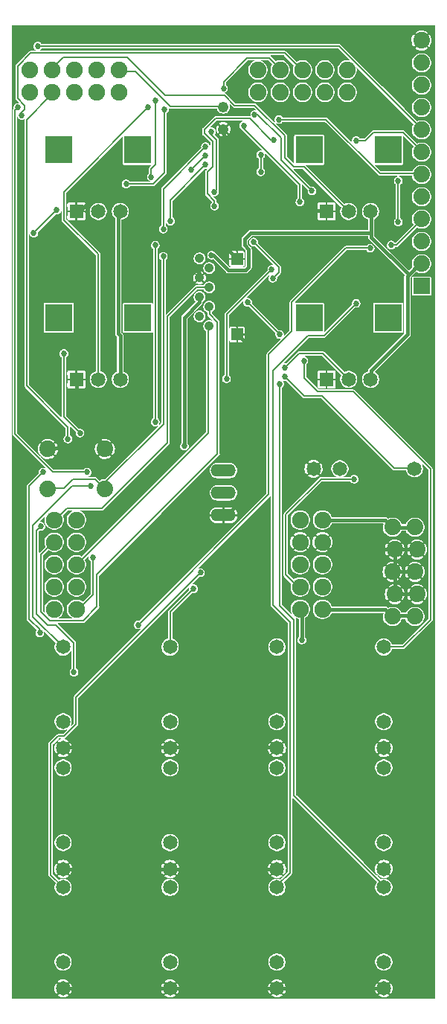
<source format=gbr>
G04 #@! TF.GenerationSoftware,KiCad,Pcbnew,8.0.0*
G04 #@! TF.CreationDate,2024-07-20T14:52:05+02:00*
G04 #@! TF.ProjectId,ES_Daisy_Patch_SM_FB_Rev1,45535f44-6169-4737-995f-50617463685f,rev?*
G04 #@! TF.SameCoordinates,Original*
G04 #@! TF.FileFunction,Copper,L1,Top*
G04 #@! TF.FilePolarity,Positive*
%FSLAX46Y46*%
G04 Gerber Fmt 4.6, Leading zero omitted, Abs format (unit mm)*
G04 Created by KiCad (PCBNEW 8.0.0) date 2024-07-20 14:52:05*
%MOMM*%
%LPD*%
G01*
G04 APERTURE LIST*
G04 #@! TA.AperFunction,ComponentPad*
%ADD10C,1.650000*%
G04 #@! TD*
G04 #@! TA.AperFunction,ComponentPad*
%ADD11R,1.350000X1.350000*%
G04 #@! TD*
G04 #@! TA.AperFunction,ComponentPad*
%ADD12C,1.055600*%
G04 #@! TD*
G04 #@! TA.AperFunction,ComponentPad*
%ADD13R,1.650000X1.650000*%
G04 #@! TD*
G04 #@! TA.AperFunction,ComponentPad*
%ADD14R,3.116000X3.116000*%
G04 #@! TD*
G04 #@! TA.AperFunction,ComponentPad*
%ADD15C,1.219200*%
G04 #@! TD*
G04 #@! TA.AperFunction,ComponentPad*
%ADD16C,1.879600*%
G04 #@! TD*
G04 #@! TA.AperFunction,ComponentPad*
%ADD17O,2.844800X1.422400*%
G04 #@! TD*
G04 #@! TA.AperFunction,ComponentPad*
%ADD18C,1.905000*%
G04 #@! TD*
G04 #@! TA.AperFunction,ComponentPad*
%ADD19R,1.879600X1.879600*%
G04 #@! TD*
G04 #@! TA.AperFunction,ViaPad*
%ADD20C,0.685800*%
G04 #@! TD*
G04 #@! TA.AperFunction,Conductor*
%ADD21C,0.406400*%
G04 #@! TD*
G04 #@! TA.AperFunction,Conductor*
%ADD22C,0.203200*%
G04 #@! TD*
G04 APERTURE END LIST*
D10*
X130251100Y-145565500D03*
X130251100Y-142565500D03*
X130251100Y-134065500D03*
X142417800Y-145565500D03*
X142417800Y-142565500D03*
X142417800Y-134065500D03*
X154584400Y-145565500D03*
X154584400Y-142565500D03*
X154584400Y-134065500D03*
X166751100Y-145565500D03*
X166751100Y-142565500D03*
X166751100Y-134065500D03*
X158751100Y-100035800D03*
X161751100Y-100035800D03*
X170251100Y-100035800D03*
X130251100Y-131815500D03*
X130251100Y-128815500D03*
X130251100Y-120315500D03*
X142417800Y-131815500D03*
X142417800Y-128815500D03*
X142417800Y-120315500D03*
X154584400Y-131815500D03*
X154584400Y-128815500D03*
X154584400Y-120315500D03*
X166751100Y-131815500D03*
X166751100Y-128815500D03*
X166751100Y-120315500D03*
X130251100Y-159153600D03*
X130251100Y-156153600D03*
X130251100Y-147653600D03*
X154584400Y-159153600D03*
X154584400Y-156153600D03*
X154584400Y-147653600D03*
X142417800Y-159153600D03*
X142417800Y-156153600D03*
X142417800Y-147653600D03*
X166751100Y-159153600D03*
X166751100Y-156153600D03*
X166751100Y-147653600D03*
D11*
X150051100Y-84755400D03*
X150051100Y-76155400D03*
D12*
X146881100Y-83805400D03*
X145781100Y-82705400D03*
X146881100Y-81605400D03*
X145781100Y-80505400D03*
X146881100Y-79405400D03*
X145781100Y-78305400D03*
X146881100Y-77205400D03*
X145781100Y-76105400D03*
D13*
X131751100Y-70755600D03*
D10*
X134251100Y-70755600D03*
X136751100Y-70755600D03*
D14*
X129751100Y-63755600D03*
X138751100Y-63755600D03*
D13*
X160251100Y-70755600D03*
D10*
X162751100Y-70755600D03*
X165251100Y-70755600D03*
D14*
X158251100Y-63755600D03*
X167251100Y-63755600D03*
D13*
X131751100Y-89864800D03*
D10*
X134251100Y-89864800D03*
X136751100Y-89864800D03*
D14*
X129751100Y-82864800D03*
X138751100Y-82864800D03*
D13*
X160251100Y-89864800D03*
D10*
X162751100Y-89864800D03*
X165251100Y-89864800D03*
D14*
X158251100Y-82864800D03*
X167251100Y-82864800D03*
D15*
X148501100Y-58857500D03*
X148501100Y-61397500D03*
D16*
X135002300Y-102296400D03*
X128499900Y-102296400D03*
X135002300Y-97775200D03*
X128499900Y-97775200D03*
D17*
X148501100Y-105325800D03*
X148501100Y-102785800D03*
X148501100Y-100245800D03*
D18*
X159771100Y-116013600D03*
X159771100Y-113473600D03*
X159771100Y-110933600D03*
X159771100Y-108393600D03*
X159771100Y-105853600D03*
X157231100Y-105853600D03*
X157231100Y-108393600D03*
X157231100Y-110933600D03*
X157231100Y-113473600D03*
X157231100Y-116013600D03*
X162581100Y-54663600D03*
X160041100Y-54663600D03*
X157501100Y-54663600D03*
X154961100Y-54663600D03*
X152421100Y-54663600D03*
X152421100Y-57203600D03*
X154961100Y-57203600D03*
X157501100Y-57203600D03*
X160041100Y-57203600D03*
X162581100Y-57203600D03*
X136581100Y-54663600D03*
X134041100Y-54663600D03*
X131501100Y-54663600D03*
X128961100Y-54663600D03*
X126421100Y-54663600D03*
X126421100Y-57203600D03*
X128961100Y-57203600D03*
X131501100Y-57203600D03*
X134041100Y-57203600D03*
X136581100Y-57203600D03*
X131771100Y-116013600D03*
X131771100Y-113473600D03*
X131771100Y-110933600D03*
X131771100Y-108393600D03*
X131771100Y-105853600D03*
X129231100Y-105853600D03*
X129231100Y-108393600D03*
X129231100Y-110933600D03*
X129231100Y-113473600D03*
X129231100Y-116013600D03*
D16*
X168008100Y-109223600D03*
X170548100Y-109223600D03*
X167754100Y-111763600D03*
X170294100Y-111763600D03*
X168008100Y-114303600D03*
X170548100Y-114303600D03*
X167754100Y-116843600D03*
X170294100Y-116843600D03*
X167754100Y-106683600D03*
X170294100Y-106683600D03*
D19*
X171051100Y-79253600D03*
D16*
X171051100Y-76713600D03*
X171051100Y-74173600D03*
X171051100Y-71633600D03*
X171051100Y-69093600D03*
X171051100Y-66553600D03*
X171051100Y-64013600D03*
X171051100Y-61473600D03*
X171051100Y-58933600D03*
X171051100Y-56393600D03*
X171051100Y-53853600D03*
X171051100Y-51313600D03*
D20*
X148511400Y-117106000D03*
X147139800Y-75729400D03*
X144053700Y-97446400D03*
X157426800Y-119506300D03*
X167599500Y-74586400D03*
X168399600Y-71957500D03*
X168399600Y-67271200D03*
X163370400Y-101218300D03*
X154912200Y-90359800D03*
X133423800Y-102018400D03*
X140739000Y-94703200D03*
X140739000Y-74586400D03*
X142453500Y-71843200D03*
X146454000Y-65442400D03*
X163599000Y-81215800D03*
X145082400Y-113677000D03*
X147482700Y-70128700D03*
X154226400Y-62584900D03*
X125537100Y-59841700D03*
X152740500Y-66242500D03*
X152740500Y-64299400D03*
X148511400Y-56755600D03*
X147139800Y-61670500D03*
X147482700Y-68528500D03*
X145882500Y-111848200D03*
X146454000Y-63385000D03*
X141653400Y-72757600D03*
X141653400Y-75843700D03*
X157198200Y-69671500D03*
X150797400Y-60984700D03*
X157655400Y-87730900D03*
X158569800Y-68414200D03*
X152054700Y-59727400D03*
X155483700Y-89559700D03*
X154112100Y-78358300D03*
X151940400Y-74243500D03*
X155483700Y-88531000D03*
X154912200Y-84759100D03*
X151254600Y-81101500D03*
X140281800Y-66814000D03*
X140739000Y-58127200D03*
X127594500Y-118706200D03*
X127937400Y-100418200D03*
X139938900Y-58927300D03*
X131480700Y-123163900D03*
X127708800Y-106590400D03*
X130794900Y-96646300D03*
X137424300Y-67614100D03*
X141767700Y-59155900D03*
X130337700Y-86930800D03*
X132166500Y-95960500D03*
X126908700Y-73214800D03*
X129537600Y-70585900D03*
X144853800Y-66013900D03*
X146454000Y-64413700D03*
X154797900Y-60298900D03*
X138795900Y-117791800D03*
X165199200Y-74929300D03*
X148854300Y-89788300D03*
X153997800Y-77329600D03*
X163599000Y-62699200D03*
X133652400Y-110133700D03*
X132966600Y-100418200D03*
X125079900Y-58927300D03*
X127365900Y-51955000D03*
D21*
X170228400Y-106704700D02*
X167828100Y-106704700D01*
X167828100Y-106704700D02*
X167754100Y-106683600D01*
X170228400Y-106704700D02*
X170294100Y-106683600D01*
X166913700Y-105904600D02*
X159941400Y-105904600D01*
X167599500Y-106590400D02*
X166913700Y-105904600D01*
X159941400Y-105904600D02*
X159898100Y-105853600D01*
X167599500Y-106590400D02*
X167754100Y-106683600D01*
X170228400Y-116763100D02*
X167828100Y-116763100D01*
X167828100Y-116763100D02*
X167754100Y-116843600D01*
X170228400Y-116763100D02*
X170294100Y-116843600D01*
X166913700Y-116077300D02*
X159941400Y-116077300D01*
X167599500Y-116763100D02*
X166913700Y-116077300D01*
X159941400Y-116077300D02*
X159898100Y-116013600D01*
X167599500Y-116763100D02*
X167754100Y-116843600D01*
X131823600Y-94246000D02*
X131823600Y-89902600D01*
X134909700Y-97332100D02*
X133538100Y-95960500D01*
X133538100Y-95960500D02*
X131823600Y-94246000D01*
X134909700Y-97675000D02*
X134909700Y-97332100D01*
X131823600Y-89902600D02*
X131751100Y-89864800D01*
X134909700Y-97675000D02*
X135002300Y-97775200D01*
X131823600Y-97675000D02*
X128508900Y-97675000D01*
X133538100Y-95960500D02*
X131823600Y-97675000D01*
X128508900Y-97675000D02*
X128499900Y-97775200D01*
X145768200Y-77786800D02*
X145768200Y-78244000D01*
X144625200Y-76643800D02*
X145768200Y-77786800D01*
X144625200Y-75615100D02*
X144625200Y-76643800D01*
X145539600Y-74700700D02*
X144625200Y-75615100D01*
X148625700Y-74700700D02*
X148511400Y-74700700D01*
X148511400Y-74700700D02*
X145539600Y-74700700D01*
X149997300Y-76072300D02*
X148625700Y-74700700D01*
X145768200Y-78244000D02*
X145781100Y-78305400D01*
X149997300Y-76072300D02*
X150051100Y-76155400D01*
X148511400Y-74700700D02*
X148511400Y-70700200D01*
X148511400Y-70700200D02*
X148511400Y-61441900D01*
X148511400Y-61441900D02*
X148501100Y-61397500D01*
X148968600Y-105218800D02*
X148511400Y-105218800D01*
X150797400Y-103390000D02*
X148968600Y-105218800D01*
X150797400Y-85444900D02*
X150797400Y-103390000D01*
X150111600Y-84759100D02*
X150797400Y-85444900D01*
X148511400Y-105218800D02*
X148501100Y-105325800D01*
X150111600Y-84759100D02*
X150051100Y-84755400D01*
X132166500Y-70700200D02*
X131823600Y-70700200D01*
X133652400Y-69214300D02*
X132166500Y-70700200D01*
X137310000Y-69214300D02*
X133652400Y-69214300D01*
X140624700Y-72529000D02*
X137310000Y-69214300D01*
X140624700Y-73100500D02*
X140624700Y-72529000D01*
X143025000Y-75500800D02*
X140624700Y-73100500D01*
X144510900Y-75500800D02*
X143025000Y-75500800D01*
X131823600Y-70700200D02*
X131751100Y-70755600D01*
X144510900Y-75500800D02*
X144625200Y-75615100D01*
X148511400Y-70700200D02*
X160170000Y-70700200D01*
X160170000Y-70700200D02*
X160251100Y-70755600D01*
X170228400Y-111733900D02*
X167828100Y-111733900D01*
X167828100Y-111733900D02*
X167754100Y-111763600D01*
X170228400Y-111733900D02*
X170294100Y-111763600D01*
X168056700Y-111848200D02*
X168056700Y-114248500D01*
X168056700Y-114248500D02*
X168008100Y-114303600D01*
X168056700Y-111848200D02*
X167754100Y-111763600D01*
X168056700Y-111619600D02*
X168056700Y-109333600D01*
X168056700Y-109333600D02*
X168008100Y-109223600D01*
X168056700Y-111619600D02*
X167754100Y-111763600D01*
X168171000Y-114248500D02*
X170457000Y-114248500D01*
X170457000Y-114248500D02*
X170548100Y-114303600D01*
X168171000Y-114248500D02*
X168008100Y-114303600D01*
X168171000Y-109219300D02*
X170457000Y-109219300D01*
X170457000Y-109219300D02*
X170548100Y-109223600D01*
X168171000Y-109219300D02*
X168008100Y-109223600D01*
X160512900Y-109219300D02*
X167828100Y-109219300D01*
X159712800Y-108419200D02*
X160512900Y-109219300D01*
X167828100Y-109219300D02*
X168008100Y-109223600D01*
X159712800Y-108419200D02*
X159644100Y-108393600D01*
X142339200Y-131736400D02*
X136395600Y-131736400D01*
X136395600Y-131736400D02*
X130337700Y-131736400D01*
X130337700Y-131736400D02*
X130251100Y-131815500D01*
X142339200Y-131736400D02*
X142417800Y-131815500D01*
X142567800Y-131736400D02*
X148511400Y-131736400D01*
X148511400Y-131736400D02*
X154569300Y-131736400D01*
X154569300Y-131736400D02*
X154584400Y-131815500D01*
X142567800Y-131736400D02*
X142417800Y-131815500D01*
X142339200Y-159168400D02*
X136395600Y-159168400D01*
X136395600Y-159168400D02*
X130337700Y-159168400D01*
X130337700Y-159168400D02*
X130251100Y-159153600D01*
X142339200Y-159168400D02*
X142417800Y-159153600D01*
X142567800Y-159168400D02*
X154569300Y-159168400D01*
X154569300Y-159168400D02*
X154584400Y-159153600D01*
X142567800Y-159168400D02*
X142417800Y-159153600D01*
X154683600Y-159168400D02*
X166685100Y-159168400D01*
X166685100Y-159168400D02*
X166751100Y-159153600D01*
X154683600Y-159168400D02*
X154584400Y-159153600D01*
X142339200Y-145566700D02*
X136395600Y-145566700D01*
X136395600Y-145566700D02*
X130337700Y-145566700D01*
X130337700Y-145566700D02*
X130251100Y-145565500D01*
X142339200Y-145566700D02*
X142417800Y-145565500D01*
X142567800Y-145566700D02*
X154569300Y-145566700D01*
X154569300Y-145566700D02*
X154584400Y-145565500D01*
X142567800Y-145566700D02*
X142417800Y-145565500D01*
X136395600Y-145566700D02*
X136395600Y-159168400D01*
X136395600Y-145566700D02*
X136395600Y-131736400D01*
X148511400Y-131736400D02*
X148511400Y-117106000D01*
X136738500Y-84873400D02*
X136738500Y-89788300D01*
X136509900Y-84644800D02*
X136738500Y-84873400D01*
X136509900Y-71043100D02*
X136509900Y-84644800D01*
X136738500Y-70814500D02*
X136509900Y-71043100D01*
X136738500Y-89788300D02*
X136751100Y-89864800D01*
X136738500Y-70814500D02*
X136751100Y-70755600D01*
X165313500Y-88873900D02*
X165313500Y-89788300D01*
X169428300Y-84759100D02*
X165313500Y-88873900D01*
X169428300Y-78129700D02*
X169428300Y-84759100D01*
X169599750Y-77958250D02*
X169428300Y-78129700D01*
X165313500Y-89788300D02*
X165251100Y-89864800D01*
X165313500Y-73672000D02*
X165313500Y-73214800D01*
X165313500Y-73214800D02*
X165313500Y-70814500D01*
X169599750Y-77958250D02*
X165313500Y-73672000D01*
X165313500Y-70814500D02*
X165251100Y-70755600D01*
X147368400Y-75729400D02*
X147139800Y-75729400D01*
X149082900Y-77443900D02*
X147368400Y-75729400D01*
X151026000Y-77443900D02*
X149082900Y-77443900D01*
X151368900Y-77101000D02*
X151026000Y-77443900D01*
X151368900Y-75043600D02*
X151368900Y-77101000D01*
X150911700Y-74586400D02*
X151368900Y-75043600D01*
X150911700Y-73900600D02*
X150911700Y-74586400D01*
X151597500Y-73214800D02*
X150911700Y-73900600D01*
X165313500Y-73214800D02*
X151597500Y-73214800D01*
X171051100Y-76713600D02*
X170849393Y-76713600D01*
X170849393Y-76713600D02*
X169604743Y-77958250D01*
X169604743Y-77958250D02*
X169599750Y-77958250D01*
X145768200Y-81101500D02*
X145768200Y-80530000D01*
X144053700Y-82816000D02*
X145768200Y-81101500D01*
X144053700Y-97446400D02*
X144053700Y-82816000D01*
X157426800Y-116077300D02*
X157426800Y-119506300D01*
X145768200Y-80530000D02*
X145781100Y-80505400D01*
X157426800Y-116077300D02*
X157358100Y-116013600D01*
D22*
X168171000Y-74586400D02*
X167599500Y-74586400D01*
X170247450Y-72509950D02*
X168171000Y-74586400D01*
X171051100Y-71633600D02*
X171051100Y-71706300D01*
X171051100Y-71706300D02*
X170247450Y-72509950D01*
X168399600Y-67271200D02*
X168399600Y-71957500D01*
X156948400Y-113448400D02*
X157083900Y-113448400D01*
X163370400Y-101218300D02*
X159611550Y-101218300D01*
X155598000Y-105231850D02*
X155598000Y-112098000D01*
X157083900Y-113448400D02*
X157104100Y-113473600D01*
X155598000Y-112098000D02*
X156948400Y-113448400D01*
X159611550Y-101218300D02*
X155598000Y-105231850D01*
X166685100Y-147395500D02*
X166685100Y-147624100D01*
X156512400Y-137222800D02*
X166685100Y-147395500D01*
X156512400Y-117220300D02*
X156512400Y-137222800D01*
X154912200Y-115620100D02*
X156512400Y-117220300D01*
X154912200Y-90359800D02*
X154912200Y-115620100D01*
X166685100Y-147624100D02*
X166751100Y-147653600D01*
X126794400Y-116877400D02*
X130223400Y-120306400D01*
X126794400Y-106476100D02*
X126794400Y-116877400D01*
X131252100Y-102018400D02*
X126794400Y-106476100D01*
X133423800Y-102018400D02*
X131252100Y-102018400D01*
X140739000Y-74586400D02*
X140739000Y-94703200D01*
X142453500Y-69442900D02*
X142453500Y-71843200D01*
X146454000Y-65442400D02*
X142453500Y-69442900D01*
X130223400Y-120306400D02*
X130251100Y-120315500D01*
X154683600Y-147395500D02*
X154683600Y-147624100D01*
X156055200Y-146023900D02*
X154683600Y-147395500D01*
X156055200Y-117448900D02*
X156055200Y-146023900D01*
X154112100Y-115505800D02*
X156055200Y-117448900D01*
X154112100Y-88873900D02*
X154112100Y-115505800D01*
X158112600Y-84873400D02*
X154112100Y-88873900D01*
X159941400Y-84873400D02*
X158112600Y-84873400D01*
X163599000Y-81215800D02*
X159941400Y-84873400D01*
X154683600Y-147624100D02*
X154584400Y-147653600D01*
X142453500Y-116305900D02*
X142453500Y-120306400D01*
X145082400Y-113677000D02*
X142453500Y-116305900D01*
X147482700Y-69557200D02*
X147482700Y-70128700D01*
X146682600Y-68757100D02*
X147482700Y-69557200D01*
X146682600Y-66242500D02*
X146682600Y-68757100D01*
X147254100Y-65671000D02*
X146682600Y-66242500D01*
X147254100Y-62813500D02*
X147254100Y-65671000D01*
X146339700Y-61899100D02*
X147254100Y-62813500D01*
X146339700Y-61441900D02*
X146339700Y-61899100D01*
X147597000Y-60184600D02*
X146339700Y-61441900D01*
X151483200Y-60184600D02*
X147597000Y-60184600D01*
X153883500Y-62584900D02*
X151483200Y-60184600D01*
X154226400Y-62584900D02*
X153883500Y-62584900D01*
X142453500Y-120306400D02*
X142417800Y-120315500D01*
X125537100Y-59498800D02*
X125537100Y-59841700D01*
X125880000Y-59155900D02*
X125537100Y-59498800D01*
X125880000Y-58698700D02*
X125880000Y-59155900D01*
X125079900Y-57898600D02*
X125880000Y-58698700D01*
X125079900Y-54241000D02*
X125079900Y-57898600D01*
X126565800Y-52755100D02*
X125079900Y-54241000D01*
X155483700Y-52755100D02*
X126565800Y-52755100D01*
X157426800Y-54698200D02*
X155483700Y-52755100D01*
X157426800Y-54698200D02*
X157501100Y-54790600D01*
X152740500Y-64299400D02*
X152740500Y-66242500D01*
X147139800Y-62013400D02*
X147139800Y-61670500D01*
X147711300Y-62584900D02*
X147139800Y-62013400D01*
X147711300Y-68299900D02*
X147711300Y-62584900D01*
X147482700Y-68528500D02*
X147711300Y-68299900D01*
X131709300Y-126021400D02*
X145882500Y-111848200D01*
X131709300Y-129107500D02*
X131709300Y-126021400D01*
X130337700Y-130479100D02*
X131709300Y-129107500D01*
X129651900Y-130479100D02*
X130337700Y-130479100D01*
X128851800Y-131279200D02*
X129651900Y-130479100D01*
X128851800Y-146252500D02*
X128851800Y-131279200D01*
X130223400Y-147624100D02*
X128851800Y-146252500D01*
X130223400Y-147624100D02*
X130251100Y-147653600D01*
X153742600Y-53300000D02*
X154912200Y-54469600D01*
X148511400Y-55988600D02*
X151200000Y-53300000D01*
X148511400Y-56755600D02*
X148511400Y-55988600D01*
X154912200Y-54469600D02*
X154961100Y-54536600D01*
X151200000Y-53300000D02*
X153742600Y-53300000D01*
X130337700Y-102247000D02*
X128508900Y-102247000D01*
X131366400Y-101218300D02*
X130337700Y-102247000D01*
X133881000Y-101218300D02*
X131366400Y-101218300D01*
X134909700Y-102247000D02*
X133881000Y-101218300D01*
X128508900Y-102247000D02*
X128499900Y-102296400D01*
X134909700Y-102247000D02*
X135002300Y-102296400D01*
X141653400Y-68185600D02*
X146454000Y-63385000D01*
X141653400Y-72757600D02*
X141653400Y-68185600D01*
X141653400Y-94931800D02*
X141653400Y-75843700D01*
X134681100Y-101904100D02*
X141653400Y-94931800D01*
X134681100Y-101904100D02*
X135002300Y-102296400D01*
X157198200Y-67728400D02*
X157198200Y-69671500D01*
X150797400Y-61327600D02*
X157198200Y-67728400D01*
X150797400Y-60984700D02*
X150797400Y-61327600D01*
X168971100Y-120306400D02*
X166799400Y-120306400D01*
X172057200Y-117220300D02*
X168971100Y-120306400D01*
X172057200Y-100075300D02*
X172057200Y-117220300D01*
X163256100Y-91274200D02*
X172057200Y-100075300D01*
X159255600Y-91274200D02*
X163256100Y-91274200D01*
X157655400Y-89674000D02*
X159255600Y-91274200D01*
X157655400Y-87730900D02*
X157655400Y-89674000D01*
X155026500Y-64870900D02*
X158569800Y-68414200D01*
X155026500Y-62356300D02*
X155026500Y-64870900D01*
X152397600Y-59727400D02*
X155026500Y-62356300D01*
X152054700Y-59727400D02*
X152397600Y-59727400D01*
X166799400Y-120306400D02*
X166751100Y-120315500D01*
X142453500Y-58813000D02*
X148397100Y-58813000D01*
X138453000Y-54812500D02*
X142453500Y-58813000D01*
X136624200Y-54812500D02*
X138453000Y-54812500D01*
X148397100Y-58813000D02*
X148501100Y-58857500D01*
X136624200Y-54812500D02*
X136581100Y-54790600D01*
X167942400Y-99961000D02*
X170228400Y-99961000D01*
X159712800Y-91731400D02*
X167942400Y-99961000D01*
X157655400Y-91731400D02*
X159712800Y-91731400D01*
X155483700Y-89559700D02*
X157655400Y-91731400D01*
X154797900Y-77672500D02*
X154112100Y-78358300D01*
X154797900Y-77101000D02*
X154797900Y-77672500D01*
X151940400Y-74243500D02*
X154797900Y-77101000D01*
X170228400Y-99961000D02*
X170251100Y-100035800D01*
X159827100Y-86930800D02*
X162684600Y-89788300D01*
X157083900Y-86930800D02*
X159827100Y-86930800D01*
X155483700Y-88531000D02*
X157083900Y-86930800D01*
X151254600Y-81101500D02*
X154912200Y-84759100D01*
X140281800Y-65899600D02*
X140281800Y-66814000D01*
X140739000Y-65442400D02*
X140281800Y-65899600D01*
X140739000Y-58127200D02*
X140739000Y-65442400D01*
X162684600Y-89788300D02*
X162751100Y-89864800D01*
X127594500Y-118363300D02*
X127594500Y-118706200D01*
X126337200Y-117106000D02*
X127594500Y-118363300D01*
X126337200Y-102018400D02*
X126337200Y-117106000D01*
X127937400Y-100418200D02*
X126337200Y-102018400D01*
X134223900Y-75615100D02*
X134223900Y-89788300D01*
X130337700Y-71728900D02*
X134223900Y-75615100D01*
X130337700Y-68528500D02*
X130337700Y-71728900D01*
X139938900Y-58927300D02*
X130337700Y-68528500D01*
X134223900Y-89788300D02*
X134251100Y-89864800D01*
X157655400Y-65671000D02*
X162684600Y-70700200D01*
X156512400Y-65671000D02*
X157655400Y-65671000D01*
X155483700Y-64642300D02*
X156512400Y-65671000D01*
X155483700Y-62127700D02*
X155483700Y-64642300D01*
X152054700Y-58698700D02*
X155483700Y-62127700D01*
X149768700Y-58698700D02*
X152054700Y-58698700D01*
X148625700Y-57555700D02*
X149768700Y-58698700D01*
X141882000Y-57555700D02*
X148625700Y-57555700D01*
X137538600Y-53212300D02*
X141882000Y-57555700D01*
X130223400Y-53212300D02*
X137538600Y-53212300D01*
X128966100Y-54469600D02*
X130223400Y-53212300D01*
X162684600Y-70700200D02*
X162751100Y-70755600D01*
X128966100Y-54469600D02*
X128961100Y-54536600D01*
X131480700Y-119849200D02*
X131480700Y-123163900D01*
X129423300Y-117791800D02*
X131480700Y-119849200D01*
X128508900Y-117791800D02*
X129423300Y-117791800D01*
X127251600Y-116534500D02*
X128508900Y-117791800D01*
X127251600Y-107047600D02*
X127251600Y-116534500D01*
X127708800Y-106590400D02*
X127251600Y-107047600D01*
X130794900Y-95274700D02*
X130794900Y-96646300D01*
X126108600Y-90588400D02*
X130794900Y-95274700D01*
X126108600Y-60298900D02*
X126108600Y-90588400D01*
X128851800Y-57555700D02*
X126108600Y-60298900D01*
X128851800Y-57098500D02*
X128851800Y-57555700D01*
X128851800Y-57098500D02*
X128961100Y-57076600D01*
X140510400Y-67614100D02*
X137424300Y-67614100D01*
X141767700Y-66356800D02*
X140510400Y-67614100D01*
X141767700Y-59155900D02*
X141767700Y-66356800D01*
X145425300Y-79387000D02*
X146796900Y-79387000D01*
X142110600Y-82701700D02*
X145425300Y-79387000D01*
X142110600Y-97103500D02*
X142110600Y-82701700D01*
X134681100Y-104533000D02*
X142110600Y-97103500D01*
X130680600Y-104533000D02*
X134681100Y-104533000D01*
X129423300Y-105790300D02*
X130680600Y-104533000D01*
X146796900Y-79387000D02*
X146881100Y-79405400D01*
X129423300Y-105790300D02*
X129358100Y-105853600D01*
X146911200Y-82473100D02*
X146911200Y-81673000D01*
X147825600Y-83387500D02*
X146911200Y-82473100D01*
X147825600Y-98360800D02*
X147825600Y-83387500D01*
X134109600Y-112076800D02*
X147825600Y-98360800D01*
X134109600Y-115734400D02*
X134109600Y-112076800D01*
X132509400Y-117334600D02*
X134109600Y-115734400D01*
X128737500Y-117334600D02*
X132509400Y-117334600D01*
X127708800Y-116305900D02*
X128737500Y-117334600D01*
X127708800Y-109790800D02*
X127708800Y-116305900D01*
X129080400Y-108419200D02*
X127708800Y-109790800D01*
X146911200Y-81673000D02*
X146881100Y-81605400D01*
X129080400Y-108419200D02*
X129104100Y-108393600D01*
X130337700Y-94131700D02*
X130337700Y-86930800D01*
X132166500Y-95960500D02*
X130337700Y-94131700D01*
X129537600Y-70585900D02*
X126908700Y-73214800D01*
X146454000Y-64413700D02*
X144853800Y-66013900D01*
X160170000Y-60298900D02*
X154797900Y-60298900D01*
X166342200Y-66471100D02*
X160170000Y-60298900D01*
X169758500Y-66471100D02*
X169606100Y-66471100D01*
X169606100Y-66471100D02*
X166342200Y-66471100D01*
X169758500Y-66471100D02*
X170968600Y-66471100D01*
X170968600Y-66471100D02*
X171051100Y-66553600D01*
X146796900Y-95960500D02*
X146796900Y-83844700D01*
X131937900Y-110819500D02*
X146796900Y-95960500D01*
X146796900Y-83844700D02*
X146881100Y-83805400D01*
X131937900Y-110819500D02*
X131898100Y-110933600D01*
X153654900Y-102932800D02*
X138795900Y-117791800D01*
X153654900Y-87045100D02*
X153654900Y-102932800D01*
X156283800Y-84416200D02*
X153654900Y-87045100D01*
X156283800Y-81101500D02*
X156283800Y-84416200D01*
X162456000Y-74929300D02*
X156283800Y-81101500D01*
X165199200Y-74929300D02*
X162456000Y-74929300D01*
X148854300Y-82473100D02*
X148854300Y-89788300D01*
X153997800Y-77329600D02*
X148854300Y-82473100D01*
X164627700Y-62699200D02*
X163599000Y-62699200D01*
X165542100Y-61784800D02*
X164627700Y-62699200D01*
X168971100Y-61784800D02*
X165542100Y-61784800D01*
X170507800Y-63321500D02*
X168971100Y-61784800D01*
X171051100Y-64013600D02*
X170507800Y-63470300D01*
X170507800Y-63470300D02*
X170507800Y-63321500D01*
X129080400Y-100418200D02*
X132966600Y-100418200D01*
X124737000Y-96074800D02*
X129080400Y-100418200D01*
X124737000Y-59270200D02*
X124737000Y-96074800D01*
X125079900Y-58927300D02*
X124737000Y-59270200D01*
X161655900Y-51955000D02*
X127365900Y-51955000D01*
X170142800Y-60441900D02*
X170102800Y-60401900D01*
X170102800Y-60401900D02*
X161655900Y-51955000D01*
X170142800Y-60441900D02*
X171051100Y-61350200D01*
X171051100Y-61350200D02*
X171051100Y-61473600D01*
X133652400Y-114347600D02*
X132037000Y-115963000D01*
X131937900Y-115963000D02*
X131898100Y-116013600D01*
X133652400Y-110133700D02*
X133652400Y-114347600D01*
X132037000Y-115963000D02*
X131937900Y-115963000D01*
G04 #@! TA.AperFunction,Conductor*
G36*
X172613690Y-49586314D02*
G01*
X172626721Y-49608884D01*
X172627300Y-49615500D01*
X172627300Y-160291700D01*
X172618386Y-160316190D01*
X172595816Y-160329221D01*
X172589200Y-160329800D01*
X124413000Y-160329800D01*
X124388510Y-160320886D01*
X124375479Y-160298316D01*
X124374900Y-160291700D01*
X124374900Y-159916734D01*
X129631084Y-159916734D01*
X129700512Y-160026145D01*
X129874892Y-160114982D01*
X130069677Y-160169904D01*
X130271435Y-160185769D01*
X130472411Y-160161969D01*
X130665247Y-160099299D01*
X130801471Y-160026485D01*
X130871115Y-159916734D01*
X141797784Y-159916734D01*
X141867212Y-160026145D01*
X142041592Y-160114982D01*
X142236377Y-160169904D01*
X142438135Y-160185769D01*
X142639111Y-160161969D01*
X142831947Y-160099299D01*
X142968171Y-160026485D01*
X143037815Y-159916734D01*
X153964384Y-159916734D01*
X154033812Y-160026145D01*
X154208192Y-160114982D01*
X154402977Y-160169904D01*
X154604735Y-160185769D01*
X154805711Y-160161969D01*
X154998547Y-160099299D01*
X155134771Y-160026485D01*
X155204415Y-159916734D01*
X166131084Y-159916734D01*
X166200512Y-160026145D01*
X166374892Y-160114982D01*
X166569677Y-160169904D01*
X166771435Y-160185769D01*
X166972411Y-160161969D01*
X167165247Y-160099299D01*
X167301471Y-160026485D01*
X167371115Y-159916734D01*
X166751100Y-159296719D01*
X166131084Y-159916734D01*
X155204415Y-159916734D01*
X154584400Y-159296719D01*
X153964384Y-159916734D01*
X143037815Y-159916734D01*
X142417800Y-159296719D01*
X141797784Y-159916734D01*
X130871115Y-159916734D01*
X130251100Y-159296719D01*
X129631084Y-159916734D01*
X124374900Y-159916734D01*
X124374900Y-159173935D01*
X129218930Y-159173935D01*
X129242730Y-159374911D01*
X129305400Y-159567747D01*
X129378214Y-159703971D01*
X129487965Y-159773615D01*
X130107981Y-159153600D01*
X130394219Y-159153600D01*
X131014234Y-159773615D01*
X131123645Y-159704187D01*
X131212482Y-159529807D01*
X131267404Y-159335022D01*
X131280071Y-159173935D01*
X141385630Y-159173935D01*
X141409430Y-159374911D01*
X141472100Y-159567747D01*
X141544914Y-159703971D01*
X141654665Y-159773615D01*
X142274681Y-159153600D01*
X142560919Y-159153600D01*
X143180934Y-159773615D01*
X143290345Y-159704187D01*
X143379182Y-159529807D01*
X143434104Y-159335022D01*
X143446771Y-159173935D01*
X153552230Y-159173935D01*
X153576030Y-159374911D01*
X153638700Y-159567747D01*
X153711514Y-159703971D01*
X153821265Y-159773615D01*
X154441281Y-159153600D01*
X154727519Y-159153600D01*
X155347534Y-159773615D01*
X155456945Y-159704187D01*
X155545782Y-159529807D01*
X155600704Y-159335022D01*
X155613371Y-159173935D01*
X165718930Y-159173935D01*
X165742730Y-159374911D01*
X165805400Y-159567747D01*
X165878214Y-159703971D01*
X165987965Y-159773615D01*
X166607981Y-159153600D01*
X166894219Y-159153600D01*
X167514234Y-159773615D01*
X167623645Y-159704187D01*
X167712482Y-159529807D01*
X167767404Y-159335022D01*
X167783269Y-159133264D01*
X167759469Y-158932288D01*
X167696799Y-158739452D01*
X167623985Y-158603228D01*
X167514234Y-158533584D01*
X166894219Y-159153600D01*
X166607981Y-159153600D01*
X165987965Y-158533584D01*
X165878554Y-158603012D01*
X165789717Y-158777392D01*
X165734795Y-158972177D01*
X165718930Y-159173935D01*
X155613371Y-159173935D01*
X155613547Y-159171703D01*
X155616569Y-159133264D01*
X155592769Y-158932288D01*
X155530099Y-158739452D01*
X155457285Y-158603228D01*
X155347534Y-158533584D01*
X154727519Y-159153600D01*
X154441281Y-159153600D01*
X153821265Y-158533584D01*
X153711854Y-158603012D01*
X153623017Y-158777392D01*
X153568095Y-158972177D01*
X153552230Y-159173935D01*
X143446771Y-159173935D01*
X143446947Y-159171703D01*
X143449969Y-159133264D01*
X143426169Y-158932288D01*
X143363499Y-158739452D01*
X143290685Y-158603228D01*
X143180934Y-158533584D01*
X142560919Y-159153600D01*
X142274681Y-159153600D01*
X141654665Y-158533584D01*
X141545254Y-158603012D01*
X141456417Y-158777392D01*
X141401495Y-158972177D01*
X141385630Y-159173935D01*
X131280071Y-159173935D01*
X131280247Y-159171703D01*
X131283269Y-159133264D01*
X131259469Y-158932288D01*
X131196799Y-158739452D01*
X131123985Y-158603228D01*
X131014234Y-158533584D01*
X130394219Y-159153600D01*
X130107981Y-159153600D01*
X129487965Y-158533584D01*
X129378554Y-158603012D01*
X129289717Y-158777392D01*
X129234795Y-158972177D01*
X129218930Y-159173935D01*
X124374900Y-159173935D01*
X124374900Y-158390465D01*
X129631084Y-158390465D01*
X130251100Y-159010481D01*
X130871115Y-158390465D01*
X141797784Y-158390465D01*
X142417800Y-159010481D01*
X143037815Y-158390465D01*
X153964384Y-158390465D01*
X154584400Y-159010481D01*
X155204415Y-158390465D01*
X166131084Y-158390465D01*
X166751100Y-159010481D01*
X167371115Y-158390465D01*
X167301687Y-158281054D01*
X167127307Y-158192217D01*
X166932522Y-158137295D01*
X166730764Y-158121430D01*
X166529788Y-158145230D01*
X166336952Y-158207900D01*
X166200728Y-158280714D01*
X166131084Y-158390465D01*
X155204415Y-158390465D01*
X155134987Y-158281054D01*
X154960607Y-158192217D01*
X154765822Y-158137295D01*
X154564064Y-158121430D01*
X154363088Y-158145230D01*
X154170252Y-158207900D01*
X154034028Y-158280714D01*
X153964384Y-158390465D01*
X143037815Y-158390465D01*
X142968387Y-158281054D01*
X142794007Y-158192217D01*
X142599222Y-158137295D01*
X142397464Y-158121430D01*
X142196488Y-158145230D01*
X142003652Y-158207900D01*
X141867428Y-158280714D01*
X141797784Y-158390465D01*
X130871115Y-158390465D01*
X130801687Y-158281054D01*
X130627307Y-158192217D01*
X130432522Y-158137295D01*
X130230764Y-158121430D01*
X130029788Y-158145230D01*
X129836952Y-158207900D01*
X129700728Y-158280714D01*
X129631084Y-158390465D01*
X124374900Y-158390465D01*
X124374900Y-156249865D01*
X129273700Y-156249865D01*
X129311260Y-156438697D01*
X129384939Y-156616573D01*
X129491901Y-156776654D01*
X129628045Y-156912798D01*
X129788126Y-157019760D01*
X129966002Y-157093439D01*
X130154835Y-157131000D01*
X130347365Y-157131000D01*
X130536197Y-157093439D01*
X130714073Y-157019760D01*
X130874154Y-156912798D01*
X131010298Y-156776654D01*
X131117260Y-156616573D01*
X131190939Y-156438697D01*
X131228500Y-156249865D01*
X141440400Y-156249865D01*
X141477960Y-156438697D01*
X141551639Y-156616573D01*
X141658601Y-156776654D01*
X141794745Y-156912798D01*
X141954826Y-157019760D01*
X142132702Y-157093439D01*
X142321535Y-157131000D01*
X142514065Y-157131000D01*
X142702897Y-157093439D01*
X142880773Y-157019760D01*
X143040854Y-156912798D01*
X143176998Y-156776654D01*
X143283960Y-156616573D01*
X143357639Y-156438697D01*
X143395200Y-156249865D01*
X153607000Y-156249865D01*
X153644560Y-156438697D01*
X153718239Y-156616573D01*
X153825201Y-156776654D01*
X153961345Y-156912798D01*
X154121426Y-157019760D01*
X154299302Y-157093439D01*
X154488135Y-157131000D01*
X154680665Y-157131000D01*
X154869497Y-157093439D01*
X155047373Y-157019760D01*
X155207454Y-156912798D01*
X155343598Y-156776654D01*
X155450560Y-156616573D01*
X155524239Y-156438697D01*
X155561800Y-156249865D01*
X165773700Y-156249865D01*
X165811260Y-156438697D01*
X165884939Y-156616573D01*
X165991901Y-156776654D01*
X166128045Y-156912798D01*
X166288126Y-157019760D01*
X166466002Y-157093439D01*
X166654835Y-157131000D01*
X166847365Y-157131000D01*
X167036197Y-157093439D01*
X167214073Y-157019760D01*
X167374154Y-156912798D01*
X167510298Y-156776654D01*
X167617260Y-156616573D01*
X167690939Y-156438697D01*
X167728500Y-156249865D01*
X167728500Y-156057334D01*
X167690939Y-155868502D01*
X167617260Y-155690626D01*
X167510298Y-155530545D01*
X167374154Y-155394401D01*
X167214073Y-155287439D01*
X167036197Y-155213760D01*
X166847365Y-155176200D01*
X166654835Y-155176200D01*
X166466002Y-155213760D01*
X166288126Y-155287439D01*
X166128045Y-155394401D01*
X165991901Y-155530545D01*
X165884939Y-155690626D01*
X165811260Y-155868502D01*
X165773700Y-156057334D01*
X165773700Y-156249865D01*
X155561800Y-156249865D01*
X155561800Y-156057334D01*
X155524239Y-155868502D01*
X155450560Y-155690626D01*
X155343598Y-155530545D01*
X155207454Y-155394401D01*
X155047373Y-155287439D01*
X154869497Y-155213760D01*
X154680665Y-155176200D01*
X154488135Y-155176200D01*
X154299302Y-155213760D01*
X154121426Y-155287439D01*
X153961345Y-155394401D01*
X153825201Y-155530545D01*
X153718239Y-155690626D01*
X153644560Y-155868502D01*
X153607000Y-156057334D01*
X153607000Y-156249865D01*
X143395200Y-156249865D01*
X143395200Y-156057334D01*
X143357639Y-155868502D01*
X143283960Y-155690626D01*
X143176998Y-155530545D01*
X143040854Y-155394401D01*
X142880773Y-155287439D01*
X142702897Y-155213760D01*
X142514065Y-155176200D01*
X142321535Y-155176200D01*
X142132702Y-155213760D01*
X141954826Y-155287439D01*
X141794745Y-155394401D01*
X141658601Y-155530545D01*
X141551639Y-155690626D01*
X141477960Y-155868502D01*
X141440400Y-156057334D01*
X141440400Y-156249865D01*
X131228500Y-156249865D01*
X131228500Y-156057334D01*
X131190939Y-155868502D01*
X131117260Y-155690626D01*
X131010298Y-155530545D01*
X130874154Y-155394401D01*
X130714073Y-155287439D01*
X130536197Y-155213760D01*
X130347365Y-155176200D01*
X130154835Y-155176200D01*
X129966002Y-155213760D01*
X129788126Y-155287439D01*
X129628045Y-155394401D01*
X129491901Y-155530545D01*
X129384939Y-155690626D01*
X129311260Y-155868502D01*
X129273700Y-156057334D01*
X129273700Y-156249865D01*
X124374900Y-156249865D01*
X124374900Y-146252500D01*
X128596572Y-146252500D01*
X128601476Y-146302292D01*
X128615999Y-146350171D01*
X128639585Y-146394297D01*
X128671326Y-146432973D01*
X128679572Y-146439741D01*
X128682343Y-146442252D01*
X129381166Y-147141075D01*
X129392180Y-147164695D01*
X129385903Y-147189185D01*
X129384938Y-147190628D01*
X129311260Y-147368502D01*
X129273700Y-147557334D01*
X129273700Y-147749865D01*
X129311260Y-147938697D01*
X129384939Y-148116573D01*
X129491901Y-148276654D01*
X129628045Y-148412798D01*
X129788126Y-148519760D01*
X129966002Y-148593439D01*
X130154835Y-148631000D01*
X130347365Y-148631000D01*
X130536197Y-148593439D01*
X130714073Y-148519760D01*
X130874154Y-148412798D01*
X131010298Y-148276654D01*
X131117260Y-148116573D01*
X131190939Y-147938697D01*
X131228500Y-147749865D01*
X141440400Y-147749865D01*
X141477960Y-147938697D01*
X141551639Y-148116573D01*
X141658601Y-148276654D01*
X141794745Y-148412798D01*
X141954826Y-148519760D01*
X142132702Y-148593439D01*
X142321535Y-148631000D01*
X142514065Y-148631000D01*
X142702897Y-148593439D01*
X142880773Y-148519760D01*
X143040854Y-148412798D01*
X143176998Y-148276654D01*
X143283960Y-148116573D01*
X143357639Y-147938697D01*
X143395200Y-147749865D01*
X143395200Y-147557334D01*
X143357639Y-147368502D01*
X143283960Y-147190626D01*
X143176998Y-147030545D01*
X143040854Y-146894401D01*
X142880773Y-146787439D01*
X142702897Y-146713760D01*
X142514065Y-146676200D01*
X142321535Y-146676200D01*
X142132702Y-146713760D01*
X141954826Y-146787439D01*
X141794745Y-146894401D01*
X141658601Y-147030545D01*
X141551639Y-147190626D01*
X141477960Y-147368502D01*
X141440400Y-147557334D01*
X141440400Y-147749865D01*
X131228500Y-147749865D01*
X131228500Y-147557334D01*
X131190939Y-147368502D01*
X131117260Y-147190626D01*
X131010298Y-147030545D01*
X130874154Y-146894401D01*
X130714073Y-146787439D01*
X130536197Y-146713760D01*
X130347365Y-146676200D01*
X130154835Y-146676200D01*
X129966002Y-146713760D01*
X129784660Y-146788875D01*
X129784325Y-146788066D01*
X129763530Y-146793157D01*
X129740733Y-146782224D01*
X129287143Y-146328634D01*
X129631084Y-146328634D01*
X129700512Y-146438045D01*
X129874892Y-146526882D01*
X130069677Y-146581804D01*
X130271435Y-146597669D01*
X130472411Y-146573869D01*
X130665247Y-146511199D01*
X130801471Y-146438385D01*
X130871115Y-146328634D01*
X141797784Y-146328634D01*
X141867212Y-146438045D01*
X142041592Y-146526882D01*
X142236377Y-146581804D01*
X142438135Y-146597669D01*
X142639111Y-146573869D01*
X142831947Y-146511199D01*
X142968171Y-146438385D01*
X143037815Y-146328634D01*
X153964384Y-146328634D01*
X154033812Y-146438045D01*
X154208192Y-146526882D01*
X154402977Y-146581804D01*
X154604735Y-146597669D01*
X154805711Y-146573869D01*
X154998547Y-146511199D01*
X155134771Y-146438385D01*
X155204415Y-146328634D01*
X154584400Y-145708619D01*
X153964384Y-146328634D01*
X143037815Y-146328634D01*
X142417800Y-145708619D01*
X141797784Y-146328634D01*
X130871115Y-146328634D01*
X130251100Y-145708619D01*
X129631084Y-146328634D01*
X129287143Y-146328634D01*
X129116959Y-146158450D01*
X129105945Y-146134830D01*
X129105800Y-146131509D01*
X129105800Y-145585835D01*
X129218930Y-145585835D01*
X129242730Y-145786811D01*
X129305400Y-145979647D01*
X129378214Y-146115871D01*
X129487965Y-146185515D01*
X130107981Y-145565500D01*
X130394219Y-145565500D01*
X131014234Y-146185515D01*
X131123645Y-146116087D01*
X131212482Y-145941707D01*
X131267404Y-145746922D01*
X131280071Y-145585835D01*
X141385630Y-145585835D01*
X141409430Y-145786811D01*
X141472100Y-145979647D01*
X141544914Y-146115871D01*
X141654665Y-146185515D01*
X142274681Y-145565500D01*
X142560919Y-145565500D01*
X143180934Y-146185515D01*
X143290345Y-146116087D01*
X143379182Y-145941707D01*
X143434104Y-145746922D01*
X143446771Y-145585835D01*
X153552230Y-145585835D01*
X153576030Y-145786811D01*
X153638700Y-145979647D01*
X153711514Y-146115871D01*
X153821265Y-146185515D01*
X154441281Y-145565500D01*
X154727519Y-145565500D01*
X155347534Y-146185515D01*
X155456945Y-146116087D01*
X155545782Y-145941707D01*
X155600704Y-145746922D01*
X155616569Y-145545164D01*
X155592769Y-145344188D01*
X155530099Y-145151352D01*
X155457285Y-145015128D01*
X155347534Y-144945484D01*
X154727519Y-145565500D01*
X154441281Y-145565500D01*
X153821265Y-144945484D01*
X153711854Y-145014912D01*
X153623017Y-145189292D01*
X153568095Y-145384077D01*
X153552230Y-145585835D01*
X143446771Y-145585835D01*
X143446947Y-145583603D01*
X143449969Y-145545164D01*
X143426169Y-145344188D01*
X143363499Y-145151352D01*
X143290685Y-145015128D01*
X143180934Y-144945484D01*
X142560919Y-145565500D01*
X142274681Y-145565500D01*
X141654665Y-144945484D01*
X141545254Y-145014912D01*
X141456417Y-145189292D01*
X141401495Y-145384077D01*
X141385630Y-145585835D01*
X131280071Y-145585835D01*
X131280247Y-145583603D01*
X131283269Y-145545164D01*
X131259469Y-145344188D01*
X131196799Y-145151352D01*
X131123985Y-145015128D01*
X131014234Y-144945484D01*
X130394219Y-145565500D01*
X130107981Y-145565500D01*
X129487965Y-144945484D01*
X129378554Y-145014912D01*
X129289717Y-145189292D01*
X129234795Y-145384077D01*
X129218930Y-145585835D01*
X129105800Y-145585835D01*
X129105800Y-144802365D01*
X129631084Y-144802365D01*
X130251100Y-145422381D01*
X130871115Y-144802365D01*
X141797784Y-144802365D01*
X142417800Y-145422381D01*
X143037815Y-144802365D01*
X153964384Y-144802365D01*
X154584400Y-145422381D01*
X155204415Y-144802365D01*
X155134987Y-144692954D01*
X154960607Y-144604117D01*
X154765822Y-144549195D01*
X154564064Y-144533330D01*
X154363088Y-144557130D01*
X154170252Y-144619800D01*
X154034028Y-144692614D01*
X153964384Y-144802365D01*
X143037815Y-144802365D01*
X142968387Y-144692954D01*
X142794007Y-144604117D01*
X142599222Y-144549195D01*
X142397464Y-144533330D01*
X142196488Y-144557130D01*
X142003652Y-144619800D01*
X141867428Y-144692614D01*
X141797784Y-144802365D01*
X130871115Y-144802365D01*
X130801687Y-144692954D01*
X130627307Y-144604117D01*
X130432522Y-144549195D01*
X130230764Y-144533330D01*
X130029788Y-144557130D01*
X129836952Y-144619800D01*
X129700728Y-144692614D01*
X129631084Y-144802365D01*
X129105800Y-144802365D01*
X129105800Y-142661765D01*
X129273700Y-142661765D01*
X129311260Y-142850597D01*
X129384939Y-143028473D01*
X129491901Y-143188554D01*
X129628045Y-143324698D01*
X129788126Y-143431660D01*
X129966002Y-143505339D01*
X130154835Y-143542900D01*
X130347365Y-143542900D01*
X130536197Y-143505339D01*
X130714073Y-143431660D01*
X130874154Y-143324698D01*
X131010298Y-143188554D01*
X131117260Y-143028473D01*
X131190939Y-142850597D01*
X131228500Y-142661765D01*
X141440400Y-142661765D01*
X141477960Y-142850597D01*
X141551639Y-143028473D01*
X141658601Y-143188554D01*
X141794745Y-143324698D01*
X141954826Y-143431660D01*
X142132702Y-143505339D01*
X142321535Y-143542900D01*
X142514065Y-143542900D01*
X142702897Y-143505339D01*
X142880773Y-143431660D01*
X143040854Y-143324698D01*
X143176998Y-143188554D01*
X143283960Y-143028473D01*
X143357639Y-142850597D01*
X143395200Y-142661765D01*
X153607000Y-142661765D01*
X153644560Y-142850597D01*
X153718239Y-143028473D01*
X153825201Y-143188554D01*
X153961345Y-143324698D01*
X154121426Y-143431660D01*
X154299302Y-143505339D01*
X154488135Y-143542900D01*
X154680665Y-143542900D01*
X154869497Y-143505339D01*
X155047373Y-143431660D01*
X155207454Y-143324698D01*
X155343598Y-143188554D01*
X155450560Y-143028473D01*
X155524239Y-142850597D01*
X155561800Y-142661765D01*
X155561800Y-142469234D01*
X155524239Y-142280402D01*
X155450560Y-142102526D01*
X155343598Y-141942445D01*
X155207454Y-141806301D01*
X155047373Y-141699339D01*
X154869497Y-141625660D01*
X154680665Y-141588100D01*
X154488135Y-141588100D01*
X154299302Y-141625660D01*
X154121426Y-141699339D01*
X153961345Y-141806301D01*
X153825201Y-141942445D01*
X153718239Y-142102526D01*
X153644560Y-142280402D01*
X153607000Y-142469234D01*
X153607000Y-142661765D01*
X143395200Y-142661765D01*
X143395200Y-142469234D01*
X143357639Y-142280402D01*
X143283960Y-142102526D01*
X143176998Y-141942445D01*
X143040854Y-141806301D01*
X142880773Y-141699339D01*
X142702897Y-141625660D01*
X142514065Y-141588100D01*
X142321535Y-141588100D01*
X142132702Y-141625660D01*
X141954826Y-141699339D01*
X141794745Y-141806301D01*
X141658601Y-141942445D01*
X141551639Y-142102526D01*
X141477960Y-142280402D01*
X141440400Y-142469234D01*
X141440400Y-142661765D01*
X131228500Y-142661765D01*
X131228500Y-142469234D01*
X131190939Y-142280402D01*
X131117260Y-142102526D01*
X131010298Y-141942445D01*
X130874154Y-141806301D01*
X130714073Y-141699339D01*
X130536197Y-141625660D01*
X130347365Y-141588100D01*
X130154835Y-141588100D01*
X129966002Y-141625660D01*
X129788126Y-141699339D01*
X129628045Y-141806301D01*
X129491901Y-141942445D01*
X129384939Y-142102526D01*
X129311260Y-142280402D01*
X129273700Y-142469234D01*
X129273700Y-142661765D01*
X129105800Y-142661765D01*
X129105800Y-134161765D01*
X129273700Y-134161765D01*
X129311260Y-134350597D01*
X129384939Y-134528473D01*
X129491901Y-134688554D01*
X129628045Y-134824698D01*
X129788126Y-134931660D01*
X129966002Y-135005339D01*
X130154835Y-135042900D01*
X130347365Y-135042900D01*
X130536197Y-135005339D01*
X130714073Y-134931660D01*
X130874154Y-134824698D01*
X131010298Y-134688554D01*
X131117260Y-134528473D01*
X131190939Y-134350597D01*
X131228500Y-134161765D01*
X141440400Y-134161765D01*
X141477960Y-134350597D01*
X141551639Y-134528473D01*
X141658601Y-134688554D01*
X141794745Y-134824698D01*
X141954826Y-134931660D01*
X142132702Y-135005339D01*
X142321535Y-135042900D01*
X142514065Y-135042900D01*
X142702897Y-135005339D01*
X142880773Y-134931660D01*
X143040854Y-134824698D01*
X143176998Y-134688554D01*
X143283960Y-134528473D01*
X143357639Y-134350597D01*
X143395200Y-134161765D01*
X153607000Y-134161765D01*
X153644560Y-134350597D01*
X153718239Y-134528473D01*
X153825201Y-134688554D01*
X153961345Y-134824698D01*
X154121426Y-134931660D01*
X154299302Y-135005339D01*
X154488135Y-135042900D01*
X154680665Y-135042900D01*
X154869497Y-135005339D01*
X155047373Y-134931660D01*
X155207454Y-134824698D01*
X155343598Y-134688554D01*
X155450560Y-134528473D01*
X155524239Y-134350597D01*
X155561800Y-134161765D01*
X155561800Y-133969234D01*
X155524239Y-133780402D01*
X155450560Y-133602526D01*
X155343598Y-133442445D01*
X155207454Y-133306301D01*
X155047373Y-133199339D01*
X154869497Y-133125660D01*
X154680665Y-133088100D01*
X154488135Y-133088100D01*
X154299302Y-133125660D01*
X154121426Y-133199339D01*
X153961345Y-133306301D01*
X153825201Y-133442445D01*
X153718239Y-133602526D01*
X153644560Y-133780402D01*
X153607000Y-133969234D01*
X153607000Y-134161765D01*
X143395200Y-134161765D01*
X143395200Y-133969234D01*
X143357639Y-133780402D01*
X143283960Y-133602526D01*
X143176998Y-133442445D01*
X143040854Y-133306301D01*
X142880773Y-133199339D01*
X142702897Y-133125660D01*
X142514065Y-133088100D01*
X142321535Y-133088100D01*
X142132702Y-133125660D01*
X141954826Y-133199339D01*
X141794745Y-133306301D01*
X141658601Y-133442445D01*
X141551639Y-133602526D01*
X141477960Y-133780402D01*
X141440400Y-133969234D01*
X141440400Y-134161765D01*
X131228500Y-134161765D01*
X131228500Y-133969234D01*
X131190939Y-133780402D01*
X131117260Y-133602526D01*
X131010298Y-133442445D01*
X130874154Y-133306301D01*
X130714073Y-133199339D01*
X130536197Y-133125660D01*
X130347365Y-133088100D01*
X130154835Y-133088100D01*
X129966002Y-133125660D01*
X129788126Y-133199339D01*
X129628045Y-133306301D01*
X129491901Y-133442445D01*
X129384939Y-133602526D01*
X129311260Y-133780402D01*
X129273700Y-133969234D01*
X129273700Y-134161765D01*
X129105800Y-134161765D01*
X129105800Y-132578634D01*
X129631084Y-132578634D01*
X129700512Y-132688045D01*
X129874892Y-132776882D01*
X130069677Y-132831804D01*
X130271435Y-132847669D01*
X130472411Y-132823869D01*
X130665247Y-132761199D01*
X130801471Y-132688385D01*
X130871115Y-132578634D01*
X141797784Y-132578634D01*
X141867212Y-132688045D01*
X142041592Y-132776882D01*
X142236377Y-132831804D01*
X142438135Y-132847669D01*
X142639111Y-132823869D01*
X142831947Y-132761199D01*
X142968171Y-132688385D01*
X143037815Y-132578634D01*
X153964384Y-132578634D01*
X154033812Y-132688045D01*
X154208192Y-132776882D01*
X154402977Y-132831804D01*
X154604735Y-132847669D01*
X154805711Y-132823869D01*
X154998547Y-132761199D01*
X155134771Y-132688385D01*
X155204415Y-132578634D01*
X154584400Y-131958619D01*
X153964384Y-132578634D01*
X143037815Y-132578634D01*
X142417800Y-131958619D01*
X141797784Y-132578634D01*
X130871115Y-132578634D01*
X130251100Y-131958619D01*
X129631084Y-132578634D01*
X129105800Y-132578634D01*
X129105800Y-131835835D01*
X129218930Y-131835835D01*
X129242730Y-132036811D01*
X129305400Y-132229647D01*
X129378214Y-132365871D01*
X129487965Y-132435515D01*
X130107981Y-131815500D01*
X130394219Y-131815500D01*
X131014234Y-132435515D01*
X131123645Y-132366087D01*
X131212482Y-132191707D01*
X131267404Y-131996922D01*
X131280071Y-131835835D01*
X141385630Y-131835835D01*
X141409430Y-132036811D01*
X141472100Y-132229647D01*
X141544914Y-132365871D01*
X141654665Y-132435515D01*
X142274681Y-131815500D01*
X142560919Y-131815500D01*
X143180934Y-132435515D01*
X143290345Y-132366087D01*
X143379182Y-132191707D01*
X143434104Y-131996922D01*
X143446771Y-131835835D01*
X153552230Y-131835835D01*
X153576030Y-132036811D01*
X153638700Y-132229647D01*
X153711514Y-132365871D01*
X153821265Y-132435515D01*
X154441281Y-131815500D01*
X154727519Y-131815500D01*
X155347534Y-132435515D01*
X155456945Y-132366087D01*
X155545782Y-132191707D01*
X155600704Y-131996922D01*
X155616569Y-131795164D01*
X155592769Y-131594188D01*
X155530099Y-131401352D01*
X155457285Y-131265128D01*
X155347534Y-131195484D01*
X154727519Y-131815500D01*
X154441281Y-131815500D01*
X153821265Y-131195484D01*
X153711854Y-131264912D01*
X153623017Y-131439292D01*
X153568095Y-131634077D01*
X153552230Y-131835835D01*
X143446771Y-131835835D01*
X143446947Y-131833603D01*
X143449969Y-131795164D01*
X143426169Y-131594188D01*
X143363499Y-131401352D01*
X143290685Y-131265128D01*
X143180934Y-131195484D01*
X142560919Y-131815500D01*
X142274681Y-131815500D01*
X141654665Y-131195484D01*
X141545254Y-131264912D01*
X141456417Y-131439292D01*
X141401495Y-131634077D01*
X141385630Y-131835835D01*
X131280071Y-131835835D01*
X131280247Y-131833603D01*
X131283269Y-131795164D01*
X131259469Y-131594188D01*
X131196799Y-131401352D01*
X131123985Y-131265128D01*
X131014234Y-131195484D01*
X130394219Y-131815500D01*
X130107981Y-131815500D01*
X129487965Y-131195484D01*
X129378554Y-131264912D01*
X129289717Y-131439292D01*
X129234795Y-131634077D01*
X129218930Y-131835835D01*
X129105800Y-131835835D01*
X129105800Y-131400191D01*
X129114714Y-131375701D01*
X129116959Y-131373250D01*
X129745950Y-130744259D01*
X129769570Y-130733245D01*
X129772891Y-130733100D01*
X130017076Y-130733100D01*
X130041566Y-130742014D01*
X130054597Y-130764584D01*
X130050072Y-130790250D01*
X130030107Y-130807002D01*
X130028852Y-130807434D01*
X129836957Y-130869797D01*
X129700728Y-130942614D01*
X129631084Y-131052365D01*
X130251100Y-131672381D01*
X130871115Y-131052365D01*
X141797784Y-131052365D01*
X142417800Y-131672381D01*
X143037815Y-131052365D01*
X153964384Y-131052365D01*
X154584400Y-131672381D01*
X155204415Y-131052365D01*
X155134987Y-130942954D01*
X154960607Y-130854117D01*
X154765822Y-130799195D01*
X154564064Y-130783330D01*
X154363088Y-130807130D01*
X154170252Y-130869800D01*
X154034028Y-130942614D01*
X153964384Y-131052365D01*
X143037815Y-131052365D01*
X142968387Y-130942954D01*
X142794007Y-130854117D01*
X142599222Y-130799195D01*
X142397464Y-130783330D01*
X142196488Y-130807130D01*
X142003652Y-130869800D01*
X141867428Y-130942614D01*
X141797784Y-131052365D01*
X130871115Y-131052365D01*
X130801687Y-130942954D01*
X130627307Y-130854117D01*
X130432522Y-130799195D01*
X130415403Y-130797850D01*
X130391687Y-130787044D01*
X130380465Y-130763522D01*
X130386988Y-130738289D01*
X130407329Y-130723408D01*
X130435369Y-130714902D01*
X130479498Y-130691314D01*
X130518173Y-130659573D01*
X130524941Y-130651328D01*
X130527452Y-130648557D01*
X131878758Y-129297251D01*
X131881529Y-129294740D01*
X131889774Y-129287973D01*
X131921514Y-129249298D01*
X131945100Y-129205172D01*
X131959623Y-129157293D01*
X131964527Y-129107501D01*
X131963483Y-129096900D01*
X131963300Y-129093165D01*
X131963300Y-128911765D01*
X141440400Y-128911765D01*
X141477960Y-129100597D01*
X141551639Y-129278473D01*
X141658601Y-129438554D01*
X141794745Y-129574698D01*
X141954826Y-129681660D01*
X142132702Y-129755339D01*
X142321535Y-129792900D01*
X142514065Y-129792900D01*
X142702897Y-129755339D01*
X142880773Y-129681660D01*
X143040854Y-129574698D01*
X143176998Y-129438554D01*
X143283960Y-129278473D01*
X143357639Y-129100597D01*
X143395200Y-128911765D01*
X153607000Y-128911765D01*
X153644560Y-129100597D01*
X153718239Y-129278473D01*
X153825201Y-129438554D01*
X153961345Y-129574698D01*
X154121426Y-129681660D01*
X154299302Y-129755339D01*
X154488135Y-129792900D01*
X154680665Y-129792900D01*
X154869497Y-129755339D01*
X155047373Y-129681660D01*
X155207454Y-129574698D01*
X155343598Y-129438554D01*
X155450560Y-129278473D01*
X155524239Y-129100597D01*
X155561800Y-128911765D01*
X155561800Y-128719234D01*
X155524239Y-128530402D01*
X155450560Y-128352526D01*
X155343598Y-128192445D01*
X155207454Y-128056301D01*
X155047373Y-127949339D01*
X154869497Y-127875660D01*
X154680665Y-127838100D01*
X154488135Y-127838100D01*
X154299302Y-127875660D01*
X154121426Y-127949339D01*
X153961345Y-128056301D01*
X153825201Y-128192445D01*
X153718239Y-128352526D01*
X153644560Y-128530402D01*
X153607000Y-128719234D01*
X153607000Y-128911765D01*
X143395200Y-128911765D01*
X143395200Y-128719234D01*
X143357639Y-128530402D01*
X143283960Y-128352526D01*
X143176998Y-128192445D01*
X143040854Y-128056301D01*
X142880773Y-127949339D01*
X142702897Y-127875660D01*
X142514065Y-127838100D01*
X142321535Y-127838100D01*
X142132702Y-127875660D01*
X141954826Y-127949339D01*
X141794745Y-128056301D01*
X141658601Y-128192445D01*
X141551639Y-128352526D01*
X141477960Y-128530402D01*
X141440400Y-128719234D01*
X141440400Y-128911765D01*
X131963300Y-128911765D01*
X131963300Y-126142391D01*
X131972214Y-126117901D01*
X131974459Y-126115450D01*
X144529427Y-113560483D01*
X144553047Y-113549469D01*
X144578221Y-113556214D01*
X144593170Y-113577563D01*
X144593736Y-113594857D01*
X144587100Y-113628218D01*
X144587100Y-113725782D01*
X144597612Y-113778631D01*
X144593647Y-113804390D01*
X144587185Y-113813005D01*
X142284043Y-116116148D01*
X142281272Y-116118659D01*
X142273026Y-116125426D01*
X142241285Y-116164102D01*
X142217699Y-116208228D01*
X142203176Y-116256107D01*
X142198272Y-116305899D01*
X142199317Y-116316504D01*
X142199500Y-116320238D01*
X142199501Y-119331106D01*
X142190587Y-119355596D01*
X142168834Y-119368474D01*
X142132702Y-119375660D01*
X141954826Y-119449339D01*
X141794745Y-119556301D01*
X141658601Y-119692445D01*
X141551639Y-119852526D01*
X141477960Y-120030402D01*
X141440400Y-120219234D01*
X141440400Y-120411765D01*
X141477960Y-120600597D01*
X141551639Y-120778473D01*
X141658601Y-120938554D01*
X141794745Y-121074698D01*
X141954826Y-121181660D01*
X142132702Y-121255339D01*
X142321535Y-121292900D01*
X142514065Y-121292900D01*
X142702897Y-121255339D01*
X142880773Y-121181660D01*
X143040854Y-121074698D01*
X143176998Y-120938554D01*
X143283960Y-120778473D01*
X143357639Y-120600597D01*
X143395200Y-120411765D01*
X153607000Y-120411765D01*
X153644560Y-120600597D01*
X153718239Y-120778473D01*
X153825201Y-120938554D01*
X153961345Y-121074698D01*
X154121426Y-121181660D01*
X154299302Y-121255339D01*
X154488135Y-121292900D01*
X154680665Y-121292900D01*
X154869497Y-121255339D01*
X155047373Y-121181660D01*
X155207454Y-121074698D01*
X155343598Y-120938554D01*
X155450560Y-120778473D01*
X155524239Y-120600597D01*
X155561800Y-120411765D01*
X155561800Y-120219234D01*
X155524239Y-120030402D01*
X155450560Y-119852526D01*
X155343598Y-119692445D01*
X155207454Y-119556301D01*
X155047373Y-119449339D01*
X154869497Y-119375660D01*
X154680665Y-119338100D01*
X154488135Y-119338100D01*
X154299302Y-119375660D01*
X154121426Y-119449339D01*
X153961345Y-119556301D01*
X153825201Y-119692445D01*
X153718239Y-119852526D01*
X153644560Y-120030402D01*
X153607000Y-120219234D01*
X153607000Y-120411765D01*
X143395200Y-120411765D01*
X143395200Y-120219234D01*
X143357639Y-120030402D01*
X143283960Y-119852526D01*
X143176998Y-119692445D01*
X143040854Y-119556301D01*
X142880773Y-119449339D01*
X142731020Y-119387310D01*
X142711805Y-119369703D01*
X142707500Y-119352110D01*
X142707500Y-116426891D01*
X142716414Y-116402401D01*
X142718659Y-116399950D01*
X144946395Y-114172215D01*
X144970015Y-114161201D01*
X144980769Y-114161788D01*
X145033618Y-114172300D01*
X145131182Y-114172300D01*
X145226873Y-114153266D01*
X145317013Y-114115928D01*
X145398133Y-114061726D01*
X145467126Y-113992733D01*
X145521328Y-113911613D01*
X145558666Y-113821473D01*
X145577700Y-113725782D01*
X145577700Y-113628217D01*
X145558666Y-113532526D01*
X145521328Y-113442386D01*
X145467126Y-113361266D01*
X145398133Y-113292273D01*
X145317013Y-113238071D01*
X145226873Y-113200733D01*
X145131182Y-113181700D01*
X145033618Y-113181700D01*
X145000257Y-113188336D01*
X144974498Y-113184371D01*
X144957315Y-113164777D01*
X144956746Y-113138721D01*
X144965883Y-113124027D01*
X145746495Y-112343415D01*
X145770115Y-112332401D01*
X145780869Y-112332988D01*
X145833718Y-112343500D01*
X145931282Y-112343500D01*
X146026973Y-112324466D01*
X146117113Y-112287128D01*
X146198233Y-112232926D01*
X146267226Y-112163933D01*
X146321428Y-112082813D01*
X146358766Y-111992673D01*
X146377800Y-111896982D01*
X146377800Y-111799417D01*
X146358766Y-111703726D01*
X146321428Y-111613586D01*
X146267226Y-111532466D01*
X146198233Y-111463473D01*
X146117113Y-111409271D01*
X146026973Y-111371933D01*
X145931282Y-111352900D01*
X145833718Y-111352900D01*
X145738026Y-111371933D01*
X145647886Y-111409271D01*
X145637277Y-111416360D01*
X145611962Y-111422555D01*
X145588588Y-111411028D01*
X145578092Y-111387173D01*
X145585385Y-111362152D01*
X145589169Y-111357740D01*
X153793060Y-103153849D01*
X153816680Y-103142835D01*
X153841854Y-103149580D01*
X153856803Y-103170929D01*
X153858101Y-103180790D01*
X153858101Y-115491452D01*
X153857918Y-115495186D01*
X153856872Y-115505800D01*
X153861776Y-115555592D01*
X153876299Y-115603471D01*
X153899885Y-115647596D01*
X153931627Y-115686273D01*
X153939868Y-115693037D01*
X153942639Y-115695548D01*
X155790041Y-117542951D01*
X155801055Y-117566571D01*
X155801200Y-117569892D01*
X155801201Y-145902908D01*
X155792287Y-145927398D01*
X155790042Y-145929849D01*
X154984113Y-146735778D01*
X154960493Y-146746792D01*
X154942592Y-146744037D01*
X154869497Y-146713760D01*
X154680665Y-146676200D01*
X154488135Y-146676200D01*
X154299302Y-146713760D01*
X154121426Y-146787439D01*
X153961345Y-146894401D01*
X153825201Y-147030545D01*
X153718239Y-147190626D01*
X153644560Y-147368502D01*
X153607000Y-147557334D01*
X153607000Y-147749865D01*
X153644560Y-147938697D01*
X153718239Y-148116573D01*
X153825201Y-148276654D01*
X153961345Y-148412798D01*
X154121426Y-148519760D01*
X154299302Y-148593439D01*
X154488135Y-148631000D01*
X154680665Y-148631000D01*
X154869497Y-148593439D01*
X155047373Y-148519760D01*
X155207454Y-148412798D01*
X155343598Y-148276654D01*
X155450560Y-148116573D01*
X155524239Y-147938697D01*
X155561800Y-147749865D01*
X155561800Y-147557334D01*
X155524239Y-147368502D01*
X155450560Y-147190626D01*
X155386671Y-147095008D01*
X155380476Y-147069693D01*
X155391409Y-147046900D01*
X156224657Y-146213652D01*
X156227428Y-146211141D01*
X156235673Y-146204373D01*
X156267414Y-146165698D01*
X156291000Y-146121572D01*
X156305523Y-146073693D01*
X156310427Y-146023901D01*
X156309383Y-146013300D01*
X156309200Y-146009565D01*
X156309200Y-137470791D01*
X156318114Y-137446301D01*
X156340684Y-137433270D01*
X156366350Y-137437795D01*
X156374241Y-137443850D01*
X165957389Y-147026998D01*
X165968403Y-147050618D01*
X165962127Y-147075106D01*
X165884939Y-147190626D01*
X165811260Y-147368502D01*
X165773700Y-147557334D01*
X165773700Y-147749865D01*
X165811260Y-147938697D01*
X165884939Y-148116573D01*
X165991901Y-148276654D01*
X166128045Y-148412798D01*
X166288126Y-148519760D01*
X166466002Y-148593439D01*
X166654835Y-148631000D01*
X166847365Y-148631000D01*
X167036197Y-148593439D01*
X167214073Y-148519760D01*
X167374154Y-148412798D01*
X167510298Y-148276654D01*
X167617260Y-148116573D01*
X167690939Y-147938697D01*
X167728500Y-147749865D01*
X167728500Y-147557334D01*
X167690939Y-147368502D01*
X167617260Y-147190626D01*
X167510298Y-147030545D01*
X167374154Y-146894401D01*
X167214073Y-146787439D01*
X167036197Y-146713760D01*
X166847365Y-146676200D01*
X166654835Y-146676200D01*
X166466002Y-146713760D01*
X166416384Y-146734313D01*
X166390347Y-146735450D01*
X166374863Y-146726054D01*
X166027324Y-146378515D01*
X166016310Y-146354895D01*
X166023055Y-146329721D01*
X166027325Y-146324633D01*
X166055621Y-146296338D01*
X166079241Y-146285324D01*
X166104415Y-146292070D01*
X166114731Y-146302865D01*
X166200512Y-146438045D01*
X166374892Y-146526882D01*
X166569677Y-146581804D01*
X166771435Y-146597669D01*
X166972411Y-146573869D01*
X167165247Y-146511199D01*
X167301471Y-146438385D01*
X167371115Y-146328634D01*
X166746441Y-145703960D01*
X166740279Y-145706834D01*
X166715105Y-145700089D01*
X166710017Y-145695820D01*
X166620780Y-145606583D01*
X166609766Y-145582963D01*
X166613079Y-145570598D01*
X166607981Y-145565500D01*
X166894219Y-145565500D01*
X167514234Y-146185515D01*
X167623645Y-146116087D01*
X167712482Y-145941707D01*
X167767404Y-145746922D01*
X167783269Y-145545164D01*
X167759469Y-145344188D01*
X167696799Y-145151352D01*
X167623985Y-145015128D01*
X167514234Y-144945484D01*
X166894219Y-145565500D01*
X166607981Y-145565500D01*
X165987965Y-144945484D01*
X165878554Y-145014912D01*
X165789717Y-145189292D01*
X165734795Y-145384077D01*
X165718930Y-145585835D01*
X165742730Y-145786811D01*
X165805400Y-145979647D01*
X165878214Y-146115871D01*
X166013735Y-146201869D01*
X166029637Y-146222517D01*
X166028547Y-146248557D01*
X166020262Y-146260979D01*
X165991967Y-146289275D01*
X165968347Y-146300290D01*
X165943173Y-146293545D01*
X165938085Y-146289276D01*
X164451174Y-144802365D01*
X166131084Y-144802365D01*
X166751100Y-145422381D01*
X167371115Y-144802365D01*
X167301687Y-144692954D01*
X167127307Y-144604117D01*
X166932522Y-144549195D01*
X166730764Y-144533330D01*
X166529788Y-144557130D01*
X166336952Y-144619800D01*
X166200728Y-144692614D01*
X166131084Y-144802365D01*
X164451174Y-144802365D01*
X162310574Y-142661765D01*
X165773700Y-142661765D01*
X165811260Y-142850597D01*
X165884939Y-143028473D01*
X165991901Y-143188554D01*
X166128045Y-143324698D01*
X166288126Y-143431660D01*
X166466002Y-143505339D01*
X166654835Y-143542900D01*
X166847365Y-143542900D01*
X167036197Y-143505339D01*
X167214073Y-143431660D01*
X167374154Y-143324698D01*
X167510298Y-143188554D01*
X167617260Y-143028473D01*
X167690939Y-142850597D01*
X167728500Y-142661765D01*
X167728500Y-142469234D01*
X167690939Y-142280402D01*
X167617260Y-142102526D01*
X167510298Y-141942445D01*
X167374154Y-141806301D01*
X167214073Y-141699339D01*
X167036197Y-141625660D01*
X166847365Y-141588100D01*
X166654835Y-141588100D01*
X166466002Y-141625660D01*
X166288126Y-141699339D01*
X166128045Y-141806301D01*
X165991901Y-141942445D01*
X165884939Y-142102526D01*
X165811260Y-142280402D01*
X165773700Y-142469234D01*
X165773700Y-142661765D01*
X162310574Y-142661765D01*
X156777559Y-137128750D01*
X156766545Y-137105130D01*
X156766400Y-137101809D01*
X156766400Y-134161765D01*
X165773700Y-134161765D01*
X165811260Y-134350597D01*
X165884939Y-134528473D01*
X165991901Y-134688554D01*
X166128045Y-134824698D01*
X166288126Y-134931660D01*
X166466002Y-135005339D01*
X166654835Y-135042900D01*
X166847365Y-135042900D01*
X167036197Y-135005339D01*
X167214073Y-134931660D01*
X167374154Y-134824698D01*
X167510298Y-134688554D01*
X167617260Y-134528473D01*
X167690939Y-134350597D01*
X167728500Y-134161765D01*
X167728500Y-133969234D01*
X167690939Y-133780402D01*
X167617260Y-133602526D01*
X167510298Y-133442445D01*
X167374154Y-133306301D01*
X167214073Y-133199339D01*
X167036197Y-133125660D01*
X166847365Y-133088100D01*
X166654835Y-133088100D01*
X166466002Y-133125660D01*
X166288126Y-133199339D01*
X166128045Y-133306301D01*
X165991901Y-133442445D01*
X165884939Y-133602526D01*
X165811260Y-133780402D01*
X165773700Y-133969234D01*
X165773700Y-134161765D01*
X156766400Y-134161765D01*
X156766400Y-132578634D01*
X166131084Y-132578634D01*
X166200512Y-132688045D01*
X166374892Y-132776882D01*
X166569677Y-132831804D01*
X166771435Y-132847669D01*
X166972411Y-132823869D01*
X167165247Y-132761199D01*
X167301471Y-132688385D01*
X167371115Y-132578634D01*
X166751100Y-131958619D01*
X166131084Y-132578634D01*
X156766400Y-132578634D01*
X156766400Y-131835835D01*
X165718930Y-131835835D01*
X165742730Y-132036811D01*
X165805400Y-132229647D01*
X165878214Y-132365871D01*
X165987965Y-132435515D01*
X166607981Y-131815500D01*
X166894219Y-131815500D01*
X167514234Y-132435515D01*
X167623645Y-132366087D01*
X167712482Y-132191707D01*
X167767404Y-131996922D01*
X167783269Y-131795164D01*
X167759469Y-131594188D01*
X167696799Y-131401352D01*
X167623985Y-131265128D01*
X167514234Y-131195484D01*
X166894219Y-131815500D01*
X166607981Y-131815500D01*
X165987965Y-131195484D01*
X165878554Y-131264912D01*
X165789717Y-131439292D01*
X165734795Y-131634077D01*
X165718930Y-131835835D01*
X156766400Y-131835835D01*
X156766400Y-131052365D01*
X166131084Y-131052365D01*
X166751100Y-131672381D01*
X167371115Y-131052365D01*
X167301687Y-130942954D01*
X167127307Y-130854117D01*
X166932522Y-130799195D01*
X166730764Y-130783330D01*
X166529788Y-130807130D01*
X166336952Y-130869800D01*
X166200728Y-130942614D01*
X166131084Y-131052365D01*
X156766400Y-131052365D01*
X156766400Y-128911765D01*
X165773700Y-128911765D01*
X165811260Y-129100597D01*
X165884939Y-129278473D01*
X165991901Y-129438554D01*
X166128045Y-129574698D01*
X166288126Y-129681660D01*
X166466002Y-129755339D01*
X166654835Y-129792900D01*
X166847365Y-129792900D01*
X167036197Y-129755339D01*
X167214073Y-129681660D01*
X167374154Y-129574698D01*
X167510298Y-129438554D01*
X167617260Y-129278473D01*
X167690939Y-129100597D01*
X167728500Y-128911765D01*
X167728500Y-128719234D01*
X167690939Y-128530402D01*
X167617260Y-128352526D01*
X167510298Y-128192445D01*
X167374154Y-128056301D01*
X167214073Y-127949339D01*
X167036197Y-127875660D01*
X166847365Y-127838100D01*
X166654835Y-127838100D01*
X166466002Y-127875660D01*
X166288126Y-127949339D01*
X166128045Y-128056301D01*
X165991901Y-128192445D01*
X165884939Y-128352526D01*
X165811260Y-128530402D01*
X165773700Y-128719234D01*
X165773700Y-128911765D01*
X156766400Y-128911765D01*
X156766400Y-117234646D01*
X156766583Y-117230911D01*
X156767628Y-117220300D01*
X156762723Y-117170505D01*
X156748200Y-117122627D01*
X156724614Y-117078501D01*
X156723183Y-117076758D01*
X156714536Y-117052172D01*
X156723716Y-117027780D01*
X156746427Y-117014996D01*
X156767214Y-117017387D01*
X156908812Y-117076039D01*
X157040533Y-117102240D01*
X157062814Y-117115760D01*
X157071200Y-117139608D01*
X157071201Y-119145657D01*
X157062287Y-119170147D01*
X157060042Y-119172598D01*
X157042073Y-119190566D01*
X156987871Y-119271686D01*
X156950533Y-119361826D01*
X156931500Y-119457517D01*
X156931500Y-119555082D01*
X156950533Y-119650773D01*
X156987871Y-119740913D01*
X157042073Y-119822033D01*
X157111066Y-119891026D01*
X157192186Y-119945228D01*
X157282326Y-119982566D01*
X157378018Y-120001600D01*
X157475582Y-120001600D01*
X157571273Y-119982566D01*
X157661413Y-119945228D01*
X157742533Y-119891026D01*
X157811526Y-119822033D01*
X157865728Y-119740913D01*
X157903066Y-119650773D01*
X157922100Y-119555082D01*
X157922100Y-119457517D01*
X157903066Y-119361826D01*
X157865728Y-119271686D01*
X157811526Y-119190566D01*
X157793559Y-119172599D01*
X157782545Y-119148979D01*
X157782400Y-119145658D01*
X157782400Y-116994449D01*
X157791314Y-116969959D01*
X157799333Y-116962770D01*
X157935430Y-116871833D01*
X158089333Y-116717930D01*
X158210248Y-116536966D01*
X158293539Y-116335887D01*
X158336000Y-116122422D01*
X158666200Y-116122422D01*
X158708660Y-116335887D01*
X158791951Y-116536966D01*
X158912866Y-116717930D01*
X159066769Y-116871833D01*
X159247733Y-116992748D01*
X159448812Y-117076039D01*
X159662277Y-117118500D01*
X159879923Y-117118500D01*
X160093387Y-117076039D01*
X160294466Y-116992748D01*
X160475430Y-116871833D01*
X160629333Y-116717930D01*
X160750248Y-116536966D01*
X160783613Y-116456420D01*
X160801221Y-116437205D01*
X160818813Y-116432900D01*
X166685008Y-116432900D01*
X166709498Y-116441814D01*
X166722529Y-116464384D01*
X166720208Y-116485580D01*
X166703872Y-116525017D01*
X166661900Y-116736028D01*
X166661900Y-116951171D01*
X166703872Y-117162182D01*
X166786205Y-117360951D01*
X166905731Y-117539834D01*
X167057865Y-117691968D01*
X167236748Y-117811494D01*
X167435517Y-117893827D01*
X167646528Y-117935800D01*
X167861672Y-117935800D01*
X168072682Y-117893827D01*
X168271451Y-117811494D01*
X168450334Y-117691968D01*
X168602468Y-117539834D01*
X168721994Y-117360951D01*
X168804327Y-117162182D01*
X168806876Y-117149368D01*
X168820396Y-117127087D01*
X168844244Y-117118700D01*
X169203956Y-117118700D01*
X169228446Y-117127614D01*
X169241324Y-117149368D01*
X169243872Y-117162182D01*
X169326205Y-117360951D01*
X169445731Y-117539834D01*
X169597865Y-117691968D01*
X169776748Y-117811494D01*
X169975517Y-117893827D01*
X170186528Y-117935800D01*
X170401672Y-117935800D01*
X170612682Y-117893827D01*
X170811451Y-117811494D01*
X170990334Y-117691968D01*
X171142468Y-117539834D01*
X171261994Y-117360951D01*
X171344327Y-117162182D01*
X171386300Y-116951171D01*
X171386300Y-116736028D01*
X171344327Y-116525017D01*
X171261994Y-116326248D01*
X171142468Y-116147365D01*
X170990334Y-115995231D01*
X170811451Y-115875705D01*
X170612682Y-115793372D01*
X170401672Y-115751400D01*
X170186528Y-115751400D01*
X169975517Y-115793372D01*
X169776748Y-115875705D01*
X169597865Y-115995231D01*
X169445731Y-116147365D01*
X169326205Y-116326248D01*
X169302292Y-116383980D01*
X169284685Y-116403195D01*
X169267092Y-116407500D01*
X168781108Y-116407500D01*
X168756618Y-116398586D01*
X168745908Y-116383980D01*
X168721994Y-116326248D01*
X168602468Y-116147365D01*
X168450334Y-115995231D01*
X168271451Y-115875705D01*
X168072682Y-115793372D01*
X167861672Y-115751400D01*
X167646528Y-115751400D01*
X167435517Y-115793372D01*
X167244889Y-115872333D01*
X167218852Y-115873470D01*
X167203369Y-115864074D01*
X167178820Y-115839526D01*
X167176309Y-115836756D01*
X167166363Y-115824636D01*
X167112215Y-115780198D01*
X167050439Y-115747179D01*
X166983414Y-115726846D01*
X166913700Y-115719981D01*
X166898112Y-115721517D01*
X166894378Y-115721700D01*
X160870852Y-115721700D01*
X160846362Y-115712786D01*
X160835557Y-115694537D01*
X160834975Y-115694779D01*
X160750248Y-115490233D01*
X160629333Y-115309269D01*
X160475430Y-115155366D01*
X160464120Y-115147809D01*
X167307008Y-115147809D01*
X167389147Y-115269449D01*
X167583729Y-115369988D01*
X167799922Y-115432288D01*
X168024119Y-115451214D01*
X168247704Y-115426037D01*
X168462330Y-115357645D01*
X168626893Y-115269684D01*
X168709191Y-115147809D01*
X169847008Y-115147809D01*
X169929147Y-115269449D01*
X170123729Y-115369988D01*
X170339922Y-115432288D01*
X170564119Y-115451214D01*
X170787704Y-115426037D01*
X171002330Y-115357645D01*
X171166893Y-115269684D01*
X171249191Y-115147809D01*
X170548100Y-114446718D01*
X169847008Y-115147809D01*
X168709191Y-115147809D01*
X168008100Y-114446718D01*
X167307008Y-115147809D01*
X160464120Y-115147809D01*
X160294466Y-115034451D01*
X160093387Y-114951160D01*
X159879923Y-114908700D01*
X159662277Y-114908700D01*
X159448812Y-114951160D01*
X159247733Y-115034451D01*
X159066769Y-115155366D01*
X158912866Y-115309269D01*
X158791951Y-115490233D01*
X158708660Y-115691312D01*
X158666200Y-115904777D01*
X158666200Y-116122422D01*
X158336000Y-116122422D01*
X158336000Y-115904777D01*
X158293539Y-115691312D01*
X158210248Y-115490233D01*
X158089333Y-115309269D01*
X157935430Y-115155366D01*
X157754466Y-115034451D01*
X157553387Y-114951160D01*
X157339923Y-114908700D01*
X157122277Y-114908700D01*
X156908812Y-114951160D01*
X156707733Y-115034451D01*
X156526769Y-115155366D01*
X156372866Y-115309269D01*
X156251951Y-115490233D01*
X156168660Y-115691312D01*
X156126200Y-115904777D01*
X156126200Y-116122422D01*
X156168660Y-116335887D01*
X156223676Y-116468704D01*
X156224813Y-116494741D01*
X156208947Y-116515417D01*
X156183503Y-116521058D01*
X156161535Y-116510225D01*
X155177359Y-115526050D01*
X155166345Y-115502430D01*
X155166200Y-115499109D01*
X155166200Y-112098000D01*
X155342772Y-112098000D01*
X155347676Y-112147792D01*
X155362199Y-112195671D01*
X155385785Y-112239796D01*
X155417527Y-112278473D01*
X155425768Y-112285237D01*
X155428539Y-112287748D01*
X156186815Y-113046025D01*
X156197829Y-113069645D01*
X156195074Y-113087546D01*
X156168660Y-113151312D01*
X156126200Y-113364777D01*
X156126200Y-113582422D01*
X156168660Y-113795887D01*
X156251951Y-113996966D01*
X156372866Y-114177930D01*
X156526769Y-114331833D01*
X156707733Y-114452748D01*
X156908812Y-114536039D01*
X157122277Y-114578500D01*
X157339923Y-114578500D01*
X157553387Y-114536039D01*
X157754466Y-114452748D01*
X157935430Y-114331833D01*
X158089333Y-114177930D01*
X158210248Y-113996966D01*
X158293539Y-113795887D01*
X158336000Y-113582422D01*
X158666200Y-113582422D01*
X158708660Y-113795887D01*
X158791951Y-113996966D01*
X158912866Y-114177930D01*
X159066769Y-114331833D01*
X159247733Y-114452748D01*
X159448812Y-114536039D01*
X159662277Y-114578500D01*
X159879923Y-114578500D01*
X160093387Y-114536039D01*
X160294466Y-114452748D01*
X160475430Y-114331833D01*
X160487644Y-114319619D01*
X166860485Y-114319619D01*
X166885662Y-114543204D01*
X166954054Y-114757830D01*
X167042015Y-114922393D01*
X167163890Y-115004691D01*
X167864981Y-114303600D01*
X168151218Y-114303600D01*
X168852309Y-115004691D01*
X168973949Y-114922552D01*
X169074488Y-114727970D01*
X169136788Y-114511777D01*
X169153009Y-114319619D01*
X169400485Y-114319619D01*
X169425662Y-114543204D01*
X169494054Y-114757830D01*
X169582015Y-114922393D01*
X169703890Y-115004691D01*
X170404981Y-114303600D01*
X170691218Y-114303600D01*
X171392309Y-115004691D01*
X171513949Y-114922552D01*
X171614488Y-114727970D01*
X171676788Y-114511777D01*
X171695714Y-114287580D01*
X171670537Y-114063995D01*
X171602145Y-113849369D01*
X171514184Y-113684806D01*
X171392309Y-113602508D01*
X170691218Y-114303600D01*
X170404981Y-114303600D01*
X169703890Y-113602508D01*
X169582250Y-113684647D01*
X169481711Y-113879229D01*
X169419411Y-114095422D01*
X169400485Y-114319619D01*
X169153009Y-114319619D01*
X169153234Y-114316950D01*
X169153234Y-114316949D01*
X169155714Y-114287579D01*
X169130537Y-114063995D01*
X169062145Y-113849369D01*
X168974184Y-113684806D01*
X168852309Y-113602508D01*
X168151218Y-114303600D01*
X167864981Y-114303600D01*
X167163890Y-113602508D01*
X167042250Y-113684647D01*
X166941711Y-113879229D01*
X166879411Y-114095422D01*
X166860485Y-114319619D01*
X160487644Y-114319619D01*
X160514050Y-114293214D01*
X160629333Y-114177930D01*
X160750248Y-113996966D01*
X160833539Y-113795887D01*
X160876000Y-113582422D01*
X160876000Y-113459390D01*
X167307008Y-113459390D01*
X168008100Y-114160481D01*
X168709191Y-113459390D01*
X169847008Y-113459390D01*
X170548100Y-114160481D01*
X171249191Y-113459390D01*
X171167052Y-113337750D01*
X170972470Y-113237211D01*
X170756277Y-113174911D01*
X170532080Y-113155985D01*
X170308495Y-113181162D01*
X170093869Y-113249554D01*
X169929306Y-113337515D01*
X169847008Y-113459390D01*
X168709191Y-113459390D01*
X168627052Y-113337750D01*
X168432470Y-113237211D01*
X168216277Y-113174911D01*
X167992080Y-113155985D01*
X167768495Y-113181162D01*
X167553869Y-113249554D01*
X167389306Y-113337515D01*
X167307008Y-113459390D01*
X160876000Y-113459390D01*
X160876000Y-113364777D01*
X160833539Y-113151312D01*
X160750248Y-112950233D01*
X160629333Y-112769269D01*
X160475430Y-112615366D01*
X160464120Y-112607809D01*
X167053008Y-112607809D01*
X167135147Y-112729449D01*
X167329729Y-112829988D01*
X167545922Y-112892288D01*
X167770119Y-112911214D01*
X167993704Y-112886037D01*
X168208330Y-112817645D01*
X168372893Y-112729684D01*
X168455191Y-112607809D01*
X169593008Y-112607809D01*
X169675147Y-112729449D01*
X169869729Y-112829988D01*
X170085922Y-112892288D01*
X170310119Y-112911214D01*
X170533704Y-112886037D01*
X170748330Y-112817645D01*
X170912893Y-112729684D01*
X170995191Y-112607809D01*
X170294100Y-111906718D01*
X169593008Y-112607809D01*
X168455191Y-112607809D01*
X167754100Y-111906718D01*
X167053008Y-112607809D01*
X160464120Y-112607809D01*
X160294466Y-112494451D01*
X160093387Y-112411160D01*
X159879923Y-112368700D01*
X159662277Y-112368700D01*
X159448812Y-112411160D01*
X159247733Y-112494451D01*
X159066769Y-112615366D01*
X158912866Y-112769269D01*
X158791951Y-112950233D01*
X158708660Y-113151312D01*
X158666200Y-113364777D01*
X158666200Y-113582422D01*
X158336000Y-113582422D01*
X158336000Y-113364777D01*
X158293539Y-113151312D01*
X158210248Y-112950233D01*
X158089333Y-112769269D01*
X157935430Y-112615366D01*
X157754466Y-112494451D01*
X157553387Y-112411160D01*
X157339923Y-112368700D01*
X157122277Y-112368700D01*
X156908812Y-112411160D01*
X156707733Y-112494451D01*
X156523647Y-112617453D01*
X156523096Y-112616628D01*
X156503994Y-112625536D01*
X156478820Y-112618791D01*
X156473732Y-112614522D01*
X155863159Y-112003950D01*
X155852145Y-111980330D01*
X155852000Y-111977009D01*
X155852000Y-111042422D01*
X156126200Y-111042422D01*
X156168660Y-111255887D01*
X156251951Y-111456966D01*
X156372866Y-111637930D01*
X156526769Y-111791833D01*
X156707733Y-111912748D01*
X156908812Y-111996039D01*
X157122277Y-112038500D01*
X157339923Y-112038500D01*
X157553387Y-111996039D01*
X157754466Y-111912748D01*
X157935430Y-111791833D01*
X158089333Y-111637930D01*
X158210248Y-111456966D01*
X158293539Y-111255887D01*
X158336000Y-111042422D01*
X158666200Y-111042422D01*
X158708660Y-111255887D01*
X158791951Y-111456966D01*
X158912866Y-111637930D01*
X159066769Y-111791833D01*
X159247733Y-111912748D01*
X159448812Y-111996039D01*
X159662277Y-112038500D01*
X159879923Y-112038500D01*
X160093387Y-111996039D01*
X160294466Y-111912748D01*
X160475430Y-111791833D01*
X160487644Y-111779619D01*
X166606485Y-111779619D01*
X166631662Y-112003204D01*
X166700054Y-112217830D01*
X166788015Y-112382393D01*
X166909890Y-112464691D01*
X167610981Y-111763600D01*
X167897218Y-111763600D01*
X168598309Y-112464691D01*
X168719949Y-112382552D01*
X168820488Y-112187970D01*
X168882788Y-111971777D01*
X168899009Y-111779619D01*
X169146485Y-111779619D01*
X169171662Y-112003204D01*
X169240054Y-112217830D01*
X169328015Y-112382393D01*
X169449890Y-112464691D01*
X170150981Y-111763600D01*
X170437218Y-111763600D01*
X171138309Y-112464691D01*
X171259949Y-112382552D01*
X171360488Y-112187970D01*
X171422788Y-111971777D01*
X171441714Y-111747580D01*
X171416537Y-111523995D01*
X171348145Y-111309369D01*
X171260184Y-111144806D01*
X171138309Y-111062508D01*
X170437218Y-111763600D01*
X170150981Y-111763600D01*
X169449890Y-111062508D01*
X169328250Y-111144647D01*
X169227711Y-111339229D01*
X169165411Y-111555422D01*
X169146485Y-111779619D01*
X168899009Y-111779619D01*
X168899234Y-111776950D01*
X168899234Y-111776949D01*
X168901714Y-111747579D01*
X168876537Y-111523995D01*
X168808145Y-111309369D01*
X168720184Y-111144806D01*
X168598309Y-111062508D01*
X167897218Y-111763600D01*
X167610981Y-111763600D01*
X166909890Y-111062508D01*
X166788250Y-111144647D01*
X166687711Y-111339229D01*
X166625411Y-111555422D01*
X166606485Y-111779619D01*
X160487644Y-111779619D01*
X160514050Y-111753214D01*
X160629333Y-111637930D01*
X160750248Y-111456966D01*
X160833539Y-111255887D01*
X160876000Y-111042422D01*
X160876000Y-110919390D01*
X167053008Y-110919390D01*
X167754100Y-111620481D01*
X168455191Y-110919390D01*
X169593008Y-110919390D01*
X170294100Y-111620481D01*
X170995191Y-110919390D01*
X170913052Y-110797750D01*
X170718470Y-110697211D01*
X170502277Y-110634911D01*
X170278080Y-110615985D01*
X170054495Y-110641162D01*
X169839869Y-110709554D01*
X169675306Y-110797515D01*
X169593008Y-110919390D01*
X168455191Y-110919390D01*
X168373052Y-110797750D01*
X168178470Y-110697211D01*
X167962277Y-110634911D01*
X167738080Y-110615985D01*
X167514495Y-110641162D01*
X167299869Y-110709554D01*
X167135306Y-110797515D01*
X167053008Y-110919390D01*
X160876000Y-110919390D01*
X160876000Y-110824777D01*
X160833539Y-110611312D01*
X160750248Y-110410233D01*
X160629333Y-110229269D01*
X160475430Y-110075366D01*
X160464120Y-110067809D01*
X167307008Y-110067809D01*
X167389147Y-110189449D01*
X167583729Y-110289988D01*
X167799922Y-110352288D01*
X168024119Y-110371214D01*
X168247704Y-110346037D01*
X168462330Y-110277645D01*
X168626893Y-110189684D01*
X168709191Y-110067809D01*
X169847008Y-110067809D01*
X169929147Y-110189449D01*
X170123729Y-110289988D01*
X170339922Y-110352288D01*
X170564119Y-110371214D01*
X170787704Y-110346037D01*
X171002330Y-110277645D01*
X171166893Y-110189684D01*
X171249191Y-110067809D01*
X170548100Y-109366718D01*
X169847008Y-110067809D01*
X168709191Y-110067809D01*
X168008100Y-109366718D01*
X167307008Y-110067809D01*
X160464120Y-110067809D01*
X160294466Y-109954451D01*
X160093387Y-109871160D01*
X159879923Y-109828700D01*
X159662277Y-109828700D01*
X159448812Y-109871160D01*
X159247733Y-109954451D01*
X159066769Y-110075366D01*
X158912866Y-110229269D01*
X158791951Y-110410233D01*
X158708660Y-110611312D01*
X158666200Y-110824777D01*
X158666200Y-111042422D01*
X158336000Y-111042422D01*
X158336000Y-110824777D01*
X158293539Y-110611312D01*
X158210248Y-110410233D01*
X158089333Y-110229269D01*
X157935430Y-110075366D01*
X157754466Y-109954451D01*
X157553387Y-109871160D01*
X157339923Y-109828700D01*
X157122277Y-109828700D01*
X156908812Y-109871160D01*
X156707733Y-109954451D01*
X156526769Y-110075366D01*
X156372866Y-110229269D01*
X156251951Y-110410233D01*
X156168660Y-110611312D01*
X156126200Y-110824777D01*
X156126200Y-111042422D01*
X155852000Y-111042422D01*
X155852000Y-109246782D01*
X156521036Y-109246782D01*
X156604592Y-109369771D01*
X156801399Y-109471602D01*
X157019961Y-109534719D01*
X157246639Y-109553984D01*
X157472720Y-109528655D01*
X157689763Y-109459629D01*
X157857454Y-109369996D01*
X157941163Y-109246782D01*
X159061036Y-109246782D01*
X159144592Y-109369771D01*
X159341399Y-109471602D01*
X159559961Y-109534719D01*
X159786639Y-109553984D01*
X160012720Y-109528655D01*
X160229763Y-109459629D01*
X160397454Y-109369996D01*
X160481163Y-109246782D01*
X160474000Y-109239619D01*
X166860485Y-109239619D01*
X166885662Y-109463204D01*
X166954054Y-109677830D01*
X167042015Y-109842393D01*
X167163890Y-109924691D01*
X167864981Y-109223600D01*
X168151218Y-109223600D01*
X168852309Y-109924691D01*
X168973949Y-109842552D01*
X169074488Y-109647970D01*
X169136788Y-109431777D01*
X169153009Y-109239619D01*
X169400485Y-109239619D01*
X169425662Y-109463204D01*
X169494054Y-109677830D01*
X169582015Y-109842393D01*
X169703890Y-109924691D01*
X170404981Y-109223600D01*
X170691218Y-109223600D01*
X171392309Y-109924691D01*
X171513949Y-109842552D01*
X171614488Y-109647970D01*
X171676788Y-109431777D01*
X171695714Y-109207580D01*
X171670537Y-108983995D01*
X171602145Y-108769369D01*
X171514184Y-108604806D01*
X171392309Y-108522508D01*
X170691218Y-109223600D01*
X170404981Y-109223600D01*
X169703890Y-108522508D01*
X169582250Y-108604647D01*
X169481711Y-108799229D01*
X169419411Y-109015422D01*
X169400485Y-109239619D01*
X169153009Y-109239619D01*
X169153234Y-109236950D01*
X169153234Y-109236949D01*
X169155714Y-109207579D01*
X169130537Y-108983995D01*
X169062145Y-108769369D01*
X168974184Y-108604806D01*
X168852309Y-108522508D01*
X168151218Y-109223600D01*
X167864981Y-109223600D01*
X167163890Y-108522508D01*
X167042250Y-108604647D01*
X166941711Y-108799229D01*
X166879411Y-109015422D01*
X166860485Y-109239619D01*
X160474000Y-109239619D01*
X159771100Y-108536719D01*
X159061036Y-109246782D01*
X157941163Y-109246782D01*
X157231100Y-108536719D01*
X156521036Y-109246782D01*
X155852000Y-109246782D01*
X155852000Y-108409139D01*
X156070715Y-108409139D01*
X156096044Y-108635220D01*
X156165070Y-108852263D01*
X156254703Y-109019954D01*
X156377917Y-109103663D01*
X157087981Y-108393600D01*
X157374219Y-108393600D01*
X158084282Y-109103663D01*
X158207271Y-109020107D01*
X158309102Y-108823300D01*
X158372219Y-108604738D01*
X158388843Y-108409139D01*
X158610715Y-108409139D01*
X158636044Y-108635220D01*
X158705070Y-108852263D01*
X158794703Y-109019954D01*
X158917917Y-109103663D01*
X159627981Y-108393600D01*
X159914219Y-108393600D01*
X160624282Y-109103663D01*
X160747271Y-109020107D01*
X160849102Y-108823300D01*
X160912219Y-108604738D01*
X160931244Y-108380886D01*
X160931244Y-108380885D01*
X160931371Y-108379390D01*
X167307008Y-108379390D01*
X168008100Y-109080481D01*
X168709191Y-108379390D01*
X169847008Y-108379390D01*
X170548100Y-109080481D01*
X171249191Y-108379390D01*
X171167052Y-108257750D01*
X170972470Y-108157211D01*
X170756277Y-108094911D01*
X170532080Y-108075985D01*
X170308495Y-108101162D01*
X170093869Y-108169554D01*
X169929306Y-108257515D01*
X169847008Y-108379390D01*
X168709191Y-108379390D01*
X168627052Y-108257750D01*
X168432470Y-108157211D01*
X168216277Y-108094911D01*
X167992080Y-108075985D01*
X167768495Y-108101162D01*
X167553869Y-108169554D01*
X167389306Y-108257515D01*
X167307008Y-108379390D01*
X160931371Y-108379390D01*
X160931484Y-108378059D01*
X160906155Y-108151979D01*
X160837129Y-107934936D01*
X160747496Y-107767245D01*
X160624282Y-107683536D01*
X159914219Y-108393600D01*
X159627981Y-108393600D01*
X158917917Y-107683536D01*
X158794928Y-107767092D01*
X158693097Y-107963899D01*
X158629980Y-108182461D01*
X158610715Y-108409139D01*
X158388843Y-108409139D01*
X158389073Y-108406427D01*
X158389073Y-108406426D01*
X158391484Y-108378059D01*
X158366155Y-108151979D01*
X158297129Y-107934936D01*
X158207496Y-107767245D01*
X158084282Y-107683536D01*
X157374219Y-108393600D01*
X157087981Y-108393600D01*
X156377917Y-107683536D01*
X156254928Y-107767092D01*
X156153097Y-107963899D01*
X156089980Y-108182461D01*
X156070715Y-108409139D01*
X155852000Y-108409139D01*
X155852000Y-107540417D01*
X156521036Y-107540417D01*
X157231100Y-108250481D01*
X157941163Y-107540417D01*
X159061036Y-107540417D01*
X159771100Y-108250481D01*
X160481163Y-107540417D01*
X160397607Y-107417428D01*
X160200800Y-107315597D01*
X159982238Y-107252480D01*
X159755560Y-107233215D01*
X159529479Y-107258544D01*
X159312436Y-107327570D01*
X159144745Y-107417203D01*
X159061036Y-107540417D01*
X157941163Y-107540417D01*
X157857607Y-107417428D01*
X157660800Y-107315597D01*
X157442238Y-107252480D01*
X157215560Y-107233215D01*
X156989479Y-107258544D01*
X156772436Y-107327570D01*
X156604745Y-107417203D01*
X156521036Y-107540417D01*
X155852000Y-107540417D01*
X155852000Y-105962422D01*
X156126200Y-105962422D01*
X156168660Y-106175887D01*
X156251951Y-106376966D01*
X156372866Y-106557930D01*
X156526769Y-106711833D01*
X156707733Y-106832748D01*
X156908812Y-106916039D01*
X157122277Y-106958500D01*
X157339923Y-106958500D01*
X157553387Y-106916039D01*
X157754466Y-106832748D01*
X157935430Y-106711833D01*
X158089333Y-106557930D01*
X158210248Y-106376966D01*
X158293539Y-106175887D01*
X158336000Y-105962422D01*
X158666200Y-105962422D01*
X158708660Y-106175887D01*
X158791951Y-106376966D01*
X158912866Y-106557930D01*
X159066769Y-106711833D01*
X159247733Y-106832748D01*
X159448812Y-106916039D01*
X159662277Y-106958500D01*
X159879923Y-106958500D01*
X160093387Y-106916039D01*
X160294466Y-106832748D01*
X160475430Y-106711833D01*
X160629333Y-106557930D01*
X160750248Y-106376966D01*
X160788873Y-106283720D01*
X160806480Y-106264505D01*
X160824073Y-106260200D01*
X166690269Y-106260200D01*
X166714759Y-106269114D01*
X166727790Y-106291684D01*
X166725469Y-106312880D01*
X166703872Y-106365017D01*
X166661900Y-106576028D01*
X166661900Y-106791171D01*
X166703872Y-107002182D01*
X166786205Y-107200951D01*
X166905731Y-107379834D01*
X167057865Y-107531968D01*
X167236748Y-107651494D01*
X167435517Y-107733827D01*
X167646528Y-107775800D01*
X167861672Y-107775800D01*
X168072682Y-107733827D01*
X168271451Y-107651494D01*
X168450334Y-107531968D01*
X168602468Y-107379834D01*
X168721994Y-107200951D01*
X168770512Y-107083820D01*
X168788119Y-107064605D01*
X168805712Y-107060300D01*
X169242488Y-107060300D01*
X169266978Y-107069214D01*
X169277688Y-107083820D01*
X169326205Y-107200951D01*
X169445731Y-107379834D01*
X169597865Y-107531968D01*
X169776748Y-107651494D01*
X169975517Y-107733827D01*
X170186528Y-107775800D01*
X170401672Y-107775800D01*
X170612682Y-107733827D01*
X170811451Y-107651494D01*
X170990334Y-107531968D01*
X171142468Y-107379834D01*
X171261994Y-107200951D01*
X171344327Y-107002182D01*
X171386300Y-106791171D01*
X171386300Y-106576028D01*
X171344327Y-106365017D01*
X171261994Y-106166248D01*
X171142468Y-105987365D01*
X170990334Y-105835231D01*
X170811451Y-105715705D01*
X170612682Y-105633372D01*
X170401672Y-105591400D01*
X170186528Y-105591400D01*
X169975517Y-105633372D01*
X169776748Y-105715705D01*
X169597865Y-105835231D01*
X169445731Y-105987365D01*
X169326205Y-106166248D01*
X169260208Y-106325580D01*
X169242601Y-106344795D01*
X169225008Y-106349100D01*
X168823192Y-106349100D01*
X168798702Y-106340186D01*
X168787992Y-106325580D01*
X168721994Y-106166248D01*
X168602468Y-105987365D01*
X168450334Y-105835231D01*
X168271451Y-105715705D01*
X168072682Y-105633372D01*
X167861672Y-105591400D01*
X167646528Y-105591400D01*
X167435517Y-105633372D01*
X167253869Y-105708614D01*
X167227832Y-105709751D01*
X167212348Y-105700355D01*
X167178819Y-105666826D01*
X167176309Y-105664056D01*
X167166363Y-105651936D01*
X167112215Y-105607498D01*
X167050439Y-105574479D01*
X166983414Y-105554146D01*
X166913700Y-105547281D01*
X166898112Y-105548817D01*
X166894378Y-105549000D01*
X160866323Y-105549000D01*
X160841833Y-105540086D01*
X160831123Y-105525480D01*
X160750248Y-105330233D01*
X160629333Y-105149269D01*
X160475430Y-104995366D01*
X160294466Y-104874451D01*
X160093387Y-104791160D01*
X159879923Y-104748700D01*
X159662277Y-104748700D01*
X159448812Y-104791160D01*
X159247733Y-104874451D01*
X159066769Y-104995366D01*
X158912866Y-105149269D01*
X158791951Y-105330233D01*
X158708660Y-105531312D01*
X158666200Y-105744777D01*
X158666200Y-105962422D01*
X158336000Y-105962422D01*
X158336000Y-105744777D01*
X158293539Y-105531312D01*
X158210248Y-105330233D01*
X158089333Y-105149269D01*
X157935430Y-104995366D01*
X157754466Y-104874451D01*
X157553387Y-104791160D01*
X157339923Y-104748700D01*
X157122277Y-104748700D01*
X156908812Y-104791160D01*
X156707733Y-104874451D01*
X156526769Y-104995366D01*
X156372866Y-105149269D01*
X156251951Y-105330233D01*
X156168660Y-105531312D01*
X156126200Y-105744777D01*
X156126200Y-105962422D01*
X155852000Y-105962422D01*
X155852000Y-105352841D01*
X155860914Y-105328351D01*
X155863159Y-105325900D01*
X159705601Y-101483459D01*
X159729221Y-101472445D01*
X159732542Y-101472300D01*
X162924060Y-101472300D01*
X162948550Y-101481214D01*
X162955739Y-101489233D01*
X162985673Y-101534033D01*
X163054666Y-101603026D01*
X163135786Y-101657228D01*
X163225926Y-101694566D01*
X163321618Y-101713600D01*
X163419182Y-101713600D01*
X163514873Y-101694566D01*
X163605013Y-101657228D01*
X163686133Y-101603026D01*
X163755126Y-101534033D01*
X163809328Y-101452913D01*
X163846666Y-101362773D01*
X163865700Y-101267082D01*
X163865700Y-101169517D01*
X163846666Y-101073826D01*
X163809328Y-100983686D01*
X163755126Y-100902566D01*
X163686133Y-100833573D01*
X163605013Y-100779371D01*
X163514873Y-100742033D01*
X163419182Y-100723000D01*
X163321618Y-100723000D01*
X163225926Y-100742033D01*
X163135786Y-100779371D01*
X163054666Y-100833573D01*
X162985673Y-100902566D01*
X162955739Y-100947367D01*
X162934722Y-100962778D01*
X162924060Y-100964300D01*
X162246375Y-100964300D01*
X162221885Y-100955386D01*
X162208854Y-100932816D01*
X162213379Y-100907150D01*
X162225208Y-100894521D01*
X162374154Y-100794998D01*
X162510298Y-100658854D01*
X162617260Y-100498773D01*
X162690939Y-100320897D01*
X162728500Y-100132065D01*
X162728500Y-99939534D01*
X162690939Y-99750702D01*
X162617260Y-99572826D01*
X162510298Y-99412745D01*
X162374154Y-99276601D01*
X162214073Y-99169639D01*
X162036197Y-99095960D01*
X161847365Y-99058400D01*
X161654835Y-99058400D01*
X161466002Y-99095960D01*
X161288126Y-99169639D01*
X161128045Y-99276601D01*
X160991901Y-99412745D01*
X160884939Y-99572826D01*
X160811260Y-99750702D01*
X160773700Y-99939534D01*
X160773700Y-100132065D01*
X160811260Y-100320897D01*
X160884939Y-100498773D01*
X160991901Y-100658854D01*
X161128045Y-100794998D01*
X161276992Y-100894521D01*
X161292403Y-100915538D01*
X161290698Y-100941545D01*
X161272676Y-100960371D01*
X161255825Y-100964300D01*
X159625896Y-100964300D01*
X159622161Y-100964117D01*
X159611550Y-100963071D01*
X159561755Y-100967976D01*
X159513877Y-100982499D01*
X159469751Y-101006085D01*
X159431076Y-101037826D01*
X159424313Y-101046067D01*
X159421802Y-101048838D01*
X155428543Y-105042098D01*
X155425772Y-105044609D01*
X155417526Y-105051376D01*
X155385785Y-105090052D01*
X155362199Y-105134178D01*
X155347676Y-105182057D01*
X155342772Y-105231849D01*
X155343817Y-105242454D01*
X155344000Y-105246188D01*
X155344001Y-112083652D01*
X155343818Y-112087386D01*
X155342772Y-112098000D01*
X155166200Y-112098000D01*
X155166200Y-100798934D01*
X158131084Y-100798934D01*
X158200512Y-100908345D01*
X158374892Y-100997182D01*
X158569677Y-101052104D01*
X158771435Y-101067969D01*
X158972411Y-101044169D01*
X159165247Y-100981499D01*
X159301471Y-100908685D01*
X159371115Y-100798934D01*
X158751100Y-100178919D01*
X158131084Y-100798934D01*
X155166200Y-100798934D01*
X155166200Y-100056135D01*
X157718930Y-100056135D01*
X157742730Y-100257111D01*
X157805400Y-100449947D01*
X157878214Y-100586171D01*
X157987965Y-100655815D01*
X158607981Y-100035800D01*
X158894219Y-100035800D01*
X159514234Y-100655815D01*
X159623645Y-100586387D01*
X159712482Y-100412007D01*
X159767404Y-100217222D01*
X159783269Y-100015464D01*
X159759469Y-99814488D01*
X159696799Y-99621652D01*
X159623985Y-99485428D01*
X159514234Y-99415784D01*
X158894219Y-100035800D01*
X158607981Y-100035800D01*
X157987965Y-99415784D01*
X157878554Y-99485212D01*
X157789717Y-99659592D01*
X157734795Y-99854377D01*
X157718930Y-100056135D01*
X155166200Y-100056135D01*
X155166200Y-99272665D01*
X158131084Y-99272665D01*
X158751100Y-99892681D01*
X159371115Y-99272665D01*
X159301687Y-99163254D01*
X159127307Y-99074417D01*
X158932522Y-99019495D01*
X158730764Y-99003630D01*
X158529788Y-99027430D01*
X158336952Y-99090100D01*
X158200728Y-99162914D01*
X158131084Y-99272665D01*
X155166200Y-99272665D01*
X155166200Y-90806140D01*
X155175114Y-90781650D01*
X155183133Y-90774461D01*
X155227933Y-90744526D01*
X155296926Y-90675533D01*
X155351128Y-90594413D01*
X155388466Y-90504273D01*
X155407500Y-90408582D01*
X155407500Y-90311017D01*
X155388466Y-90215326D01*
X155351128Y-90125186D01*
X155335302Y-90101500D01*
X155329107Y-90076185D01*
X155340634Y-90052811D01*
X155364489Y-90042315D01*
X155374414Y-90042965D01*
X155434918Y-90055000D01*
X155532482Y-90055000D01*
X155585332Y-90044488D01*
X155611091Y-90048453D01*
X155619706Y-90054915D01*
X157465650Y-91900860D01*
X157468160Y-91903630D01*
X157474925Y-91911873D01*
X157513601Y-91943614D01*
X157557727Y-91967200D01*
X157605605Y-91981723D01*
X157655400Y-91986628D01*
X157666011Y-91985583D01*
X157669746Y-91985400D01*
X159591809Y-91985400D01*
X159616299Y-91994314D01*
X159618750Y-91996559D01*
X167752652Y-100130462D01*
X167755163Y-100133233D01*
X167761926Y-100141473D01*
X167800601Y-100173214D01*
X167844727Y-100196800D01*
X167892605Y-100211323D01*
X167942400Y-100216228D01*
X167953011Y-100215183D01*
X167956746Y-100215000D01*
X169258929Y-100215000D01*
X169283419Y-100223914D01*
X169296297Y-100245667D01*
X169311260Y-100320897D01*
X169384939Y-100498773D01*
X169491901Y-100658854D01*
X169628045Y-100794998D01*
X169788126Y-100901960D01*
X169966002Y-100975639D01*
X170154835Y-101013200D01*
X170347365Y-101013200D01*
X170536197Y-100975639D01*
X170714073Y-100901960D01*
X170874154Y-100794998D01*
X171010298Y-100658854D01*
X171117260Y-100498773D01*
X171190939Y-100320897D01*
X171228500Y-100132065D01*
X171228500Y-99939534D01*
X171190939Y-99750702D01*
X171135226Y-99616198D01*
X171134089Y-99590161D01*
X171149955Y-99569485D01*
X171175399Y-99563844D01*
X171197367Y-99574677D01*
X171792041Y-100169351D01*
X171803055Y-100192971D01*
X171803200Y-100196292D01*
X171803201Y-117099307D01*
X171794287Y-117123797D01*
X171792042Y-117126248D01*
X168877050Y-120041241D01*
X168853430Y-120052255D01*
X168850109Y-120052400D01*
X167725508Y-120052400D01*
X167701018Y-120043486D01*
X167690308Y-120028880D01*
X167617260Y-119852526D01*
X167510298Y-119692445D01*
X167374154Y-119556301D01*
X167214073Y-119449339D01*
X167036197Y-119375660D01*
X166847365Y-119338100D01*
X166654835Y-119338100D01*
X166466002Y-119375660D01*
X166288126Y-119449339D01*
X166128045Y-119556301D01*
X165991901Y-119692445D01*
X165884939Y-119852526D01*
X165811260Y-120030402D01*
X165773700Y-120219234D01*
X165773700Y-120411765D01*
X165811260Y-120600597D01*
X165884939Y-120778473D01*
X165991901Y-120938554D01*
X166128045Y-121074698D01*
X166288126Y-121181660D01*
X166466002Y-121255339D01*
X166654835Y-121292900D01*
X166847365Y-121292900D01*
X167036197Y-121255339D01*
X167214073Y-121181660D01*
X167374154Y-121074698D01*
X167510298Y-120938554D01*
X167617260Y-120778473D01*
X167690939Y-120600597D01*
X167692835Y-120591067D01*
X167706356Y-120568786D01*
X167730203Y-120560400D01*
X168956762Y-120560400D01*
X168960496Y-120560583D01*
X168971100Y-120561627D01*
X169020894Y-120556723D01*
X169068772Y-120542200D01*
X169112898Y-120518614D01*
X169151573Y-120486873D01*
X169158341Y-120478628D01*
X169160852Y-120475857D01*
X172226662Y-117410048D01*
X172229433Y-117407537D01*
X172237673Y-117400773D01*
X172269414Y-117362098D01*
X172293000Y-117317972D01*
X172307523Y-117270093D01*
X172312427Y-117220300D01*
X172311383Y-117209700D01*
X172311200Y-117205965D01*
X172311200Y-100089638D01*
X172311383Y-100085904D01*
X172312427Y-100075299D01*
X172307523Y-100025505D01*
X172293000Y-99977627D01*
X172269414Y-99933501D01*
X172237673Y-99894826D01*
X172229434Y-99888064D01*
X172226663Y-99885553D01*
X163445852Y-91104743D01*
X163443341Y-91101972D01*
X163436573Y-91093726D01*
X163397898Y-91061985D01*
X163353772Y-91038399D01*
X163305894Y-91023876D01*
X163256100Y-91018972D01*
X163245496Y-91020017D01*
X163241762Y-91020200D01*
X159376592Y-91020200D01*
X159352102Y-91011286D01*
X159349651Y-91009041D01*
X159057351Y-90716741D01*
X159028574Y-90687964D01*
X159222539Y-90687964D01*
X159226628Y-90729476D01*
X159238201Y-90767629D01*
X159256995Y-90802790D01*
X159282289Y-90833610D01*
X159313109Y-90858904D01*
X159348270Y-90877698D01*
X159386423Y-90889271D01*
X159427935Y-90893360D01*
X160112066Y-90892226D01*
X160149900Y-90854393D01*
X160149900Y-89966000D01*
X160352300Y-89966000D01*
X160352300Y-90854393D01*
X160390133Y-90892226D01*
X161074264Y-90893360D01*
X161115776Y-90889271D01*
X161153929Y-90877698D01*
X161189090Y-90858904D01*
X161219910Y-90833610D01*
X161245204Y-90802790D01*
X161263998Y-90767629D01*
X161275571Y-90729476D01*
X161279660Y-90687964D01*
X161278526Y-90003833D01*
X161240693Y-89966000D01*
X160352300Y-89966000D01*
X160149900Y-89966000D01*
X159261507Y-89966000D01*
X159223673Y-90003833D01*
X159222539Y-90687964D01*
X159028574Y-90687964D01*
X157920559Y-89579950D01*
X157909545Y-89556330D01*
X157909400Y-89553009D01*
X157909400Y-89041635D01*
X159222539Y-89041635D01*
X159223673Y-89725766D01*
X159261507Y-89763600D01*
X160149900Y-89763600D01*
X160352300Y-89763600D01*
X161240693Y-89763600D01*
X161278526Y-89725766D01*
X161279660Y-89041635D01*
X161275571Y-89000123D01*
X161263998Y-88961970D01*
X161245204Y-88926809D01*
X161219910Y-88895989D01*
X161189090Y-88870695D01*
X161153929Y-88851901D01*
X161115776Y-88840328D01*
X161074264Y-88836239D01*
X160390133Y-88837373D01*
X160352300Y-88875207D01*
X160352300Y-89763600D01*
X160149900Y-89763600D01*
X160149900Y-88875207D01*
X160112066Y-88837373D01*
X159427935Y-88836239D01*
X159386423Y-88840328D01*
X159348270Y-88851901D01*
X159313109Y-88870695D01*
X159282289Y-88895989D01*
X159256995Y-88926809D01*
X159238201Y-88961970D01*
X159226628Y-89000123D01*
X159222539Y-89041635D01*
X157909400Y-89041635D01*
X157909400Y-88177240D01*
X157918314Y-88152750D01*
X157926333Y-88145561D01*
X157971133Y-88115626D01*
X158040126Y-88046633D01*
X158094328Y-87965513D01*
X158131666Y-87875373D01*
X158150700Y-87779682D01*
X158150700Y-87682117D01*
X158131666Y-87586426D01*
X158094328Y-87496286D01*
X158040126Y-87415166D01*
X157971133Y-87346173D01*
X157890013Y-87291971D01*
X157808241Y-87258100D01*
X157789026Y-87240493D01*
X157785624Y-87214654D01*
X157799627Y-87192673D01*
X157822821Y-87184800D01*
X159706109Y-87184800D01*
X159730599Y-87193714D01*
X159733050Y-87195959D01*
X161884450Y-89347359D01*
X161895464Y-89370979D01*
X161889189Y-89395466D01*
X161884938Y-89401827D01*
X161811260Y-89579702D01*
X161773700Y-89768534D01*
X161773700Y-89961065D01*
X161811260Y-90149897D01*
X161884939Y-90327773D01*
X161991901Y-90487854D01*
X162128045Y-90623998D01*
X162288126Y-90730960D01*
X162466002Y-90804639D01*
X162654835Y-90842200D01*
X162847365Y-90842200D01*
X163036197Y-90804639D01*
X163214073Y-90730960D01*
X163374154Y-90623998D01*
X163510298Y-90487854D01*
X163617260Y-90327773D01*
X163690939Y-90149897D01*
X163728500Y-89961065D01*
X163728500Y-89768534D01*
X163690939Y-89579702D01*
X163617260Y-89401826D01*
X163510298Y-89241745D01*
X163374154Y-89105601D01*
X163214073Y-88998639D01*
X163036197Y-88924960D01*
X162847365Y-88887400D01*
X162654835Y-88887400D01*
X162466002Y-88924960D01*
X162287620Y-88998849D01*
X162261583Y-88999986D01*
X162246099Y-88990590D01*
X160016852Y-86761343D01*
X160014341Y-86758572D01*
X160007573Y-86750326D01*
X159968898Y-86718585D01*
X159924772Y-86694999D01*
X159876894Y-86680476D01*
X159827100Y-86675572D01*
X159816496Y-86676617D01*
X159812762Y-86676800D01*
X157098246Y-86676800D01*
X157094511Y-86676617D01*
X157083900Y-86675571D01*
X157034105Y-86680476D01*
X156986227Y-86694999D01*
X156942101Y-86718585D01*
X156903426Y-86750326D01*
X156896663Y-86758567D01*
X156894152Y-86761338D01*
X155619706Y-88035785D01*
X155596086Y-88046799D01*
X155585332Y-88046212D01*
X155532482Y-88035700D01*
X155434918Y-88035700D01*
X155401556Y-88042336D01*
X155375797Y-88038371D01*
X155358613Y-88018777D01*
X155358045Y-87992721D01*
X155367182Y-87978027D01*
X158206650Y-85138559D01*
X158230270Y-85127545D01*
X158233591Y-85127400D01*
X159927062Y-85127400D01*
X159930796Y-85127583D01*
X159941400Y-85128627D01*
X159991194Y-85123723D01*
X160039072Y-85109200D01*
X160083198Y-85085614D01*
X160121873Y-85053873D01*
X160128641Y-85045628D01*
X160131152Y-85042857D01*
X160753085Y-84420924D01*
X165539779Y-84420924D01*
X165542906Y-84452679D01*
X165551619Y-84481403D01*
X165565770Y-84507877D01*
X165584815Y-84531084D01*
X165608022Y-84550129D01*
X165634496Y-84564280D01*
X165663220Y-84572993D01*
X165694976Y-84576121D01*
X168807224Y-84576121D01*
X168838979Y-84572993D01*
X168867703Y-84564280D01*
X168894177Y-84550129D01*
X168917384Y-84531084D01*
X168936429Y-84507877D01*
X168950580Y-84481403D01*
X168959293Y-84452679D01*
X168962421Y-84420924D01*
X168962421Y-81308675D01*
X168959293Y-81276920D01*
X168950580Y-81248196D01*
X168936429Y-81221722D01*
X168917384Y-81198515D01*
X168894177Y-81179470D01*
X168867703Y-81165319D01*
X168838979Y-81156606D01*
X168807224Y-81153479D01*
X165694976Y-81153479D01*
X165663220Y-81156606D01*
X165634496Y-81165319D01*
X165608022Y-81179470D01*
X165584815Y-81198515D01*
X165565770Y-81221722D01*
X165551619Y-81248196D01*
X165542906Y-81276920D01*
X165539779Y-81308675D01*
X165539779Y-84420924D01*
X160753085Y-84420924D01*
X163462995Y-81711015D01*
X163486615Y-81700001D01*
X163497369Y-81700588D01*
X163550218Y-81711100D01*
X163647782Y-81711100D01*
X163743473Y-81692066D01*
X163833613Y-81654728D01*
X163914733Y-81600526D01*
X163983726Y-81531533D01*
X164037928Y-81450413D01*
X164075266Y-81360273D01*
X164087380Y-81299368D01*
X164087380Y-81299366D01*
X164094300Y-81264580D01*
X164094300Y-81167017D01*
X164075266Y-81071326D01*
X164037928Y-80981186D01*
X163983726Y-80900066D01*
X163914733Y-80831073D01*
X163833613Y-80776871D01*
X163743473Y-80739533D01*
X163647782Y-80720500D01*
X163550218Y-80720500D01*
X163454526Y-80739533D01*
X163364386Y-80776871D01*
X163283266Y-80831073D01*
X163214273Y-80900066D01*
X163160071Y-80981186D01*
X163122733Y-81071326D01*
X163103700Y-81167017D01*
X163103700Y-81264582D01*
X163114212Y-81317431D01*
X163110247Y-81343190D01*
X163103785Y-81351805D01*
X160027462Y-84428129D01*
X160003842Y-84439143D01*
X159978668Y-84432398D01*
X159963719Y-84411049D01*
X159962421Y-84401188D01*
X159962421Y-81308675D01*
X159959293Y-81276920D01*
X159950580Y-81248196D01*
X159936429Y-81221722D01*
X159917384Y-81198515D01*
X159894177Y-81179470D01*
X159867703Y-81165319D01*
X159838979Y-81156606D01*
X159807224Y-81153479D01*
X156694976Y-81153479D01*
X156685644Y-81154398D01*
X156660398Y-81147927D01*
X156645218Y-81126742D01*
X156647206Y-81100756D01*
X156654969Y-81089540D01*
X162550051Y-75194459D01*
X162573671Y-75183445D01*
X162576992Y-75183300D01*
X164752860Y-75183300D01*
X164777350Y-75192214D01*
X164784539Y-75200233D01*
X164814473Y-75245033D01*
X164883466Y-75314026D01*
X164964586Y-75368228D01*
X165054726Y-75405566D01*
X165150418Y-75424600D01*
X165247982Y-75424600D01*
X165343673Y-75405566D01*
X165433813Y-75368228D01*
X165514933Y-75314026D01*
X165583926Y-75245033D01*
X165638128Y-75163913D01*
X165675466Y-75073773D01*
X165694500Y-74978082D01*
X165694500Y-74880517D01*
X165675466Y-74784826D01*
X165638128Y-74694686D01*
X165583926Y-74613566D01*
X165514933Y-74544573D01*
X165433813Y-74490371D01*
X165343673Y-74453033D01*
X165247982Y-74434000D01*
X165150418Y-74434000D01*
X165054726Y-74453033D01*
X164964586Y-74490371D01*
X164883466Y-74544573D01*
X164814473Y-74613566D01*
X164784539Y-74658367D01*
X164763522Y-74673778D01*
X164752860Y-74675300D01*
X162470338Y-74675300D01*
X162466604Y-74675117D01*
X162455999Y-74674072D01*
X162406205Y-74678976D01*
X162358327Y-74693499D01*
X162314201Y-74717085D01*
X162275526Y-74748826D01*
X162268763Y-74757067D01*
X162266252Y-74759838D01*
X156114343Y-80911748D01*
X156111572Y-80914259D01*
X156103326Y-80921026D01*
X156071585Y-80959702D01*
X156047999Y-81003828D01*
X156033476Y-81051707D01*
X156028572Y-81101499D01*
X156029617Y-81112104D01*
X156029800Y-81115838D01*
X156029801Y-84295207D01*
X156020887Y-84319697D01*
X156018642Y-84322148D01*
X155465173Y-84875617D01*
X155441553Y-84886631D01*
X155416379Y-84879886D01*
X155401430Y-84858537D01*
X155400864Y-84841243D01*
X155407500Y-84807881D01*
X155407500Y-84710317D01*
X155388466Y-84614626D01*
X155351128Y-84524486D01*
X155296926Y-84443366D01*
X155227933Y-84374373D01*
X155146813Y-84320171D01*
X155056673Y-84282833D01*
X154960982Y-84263800D01*
X154863418Y-84263800D01*
X154810569Y-84274312D01*
X154784810Y-84270347D01*
X154776195Y-84263885D01*
X151749815Y-81237506D01*
X151738801Y-81213886D01*
X151739388Y-81203132D01*
X151749900Y-81150282D01*
X151749900Y-81052717D01*
X151730866Y-80957026D01*
X151693528Y-80866886D01*
X151639326Y-80785766D01*
X151570333Y-80716773D01*
X151489213Y-80662571D01*
X151399073Y-80625233D01*
X151303382Y-80606200D01*
X151205818Y-80606200D01*
X151172457Y-80612836D01*
X151146698Y-80608871D01*
X151129515Y-80589277D01*
X151128946Y-80563221D01*
X151138083Y-80548527D01*
X153621638Y-78064971D01*
X153645258Y-78053957D01*
X153670432Y-78060702D01*
X153685381Y-78082051D01*
X153683109Y-78108014D01*
X153680259Y-78113078D01*
X153673170Y-78123686D01*
X153635833Y-78213826D01*
X153616800Y-78309517D01*
X153616800Y-78407082D01*
X153635833Y-78502773D01*
X153673171Y-78592913D01*
X153727373Y-78674033D01*
X153796366Y-78743026D01*
X153877486Y-78797228D01*
X153967626Y-78834566D01*
X154063318Y-78853600D01*
X154160882Y-78853600D01*
X154256573Y-78834566D01*
X154346713Y-78797228D01*
X154427833Y-78743026D01*
X154496826Y-78674033D01*
X154551028Y-78592913D01*
X154588366Y-78502773D01*
X154607400Y-78407082D01*
X154607400Y-78309517D01*
X154596888Y-78256669D01*
X154600853Y-78230910D01*
X154607315Y-78222295D01*
X154967362Y-77862248D01*
X154970133Y-77859737D01*
X154978373Y-77852973D01*
X155010114Y-77814298D01*
X155033700Y-77770172D01*
X155048223Y-77722294D01*
X155053128Y-77672499D01*
X155052083Y-77661889D01*
X155051900Y-77658154D01*
X155051900Y-77115335D01*
X155052083Y-77111600D01*
X155053127Y-77100998D01*
X155048223Y-77051206D01*
X155033700Y-77003327D01*
X155010114Y-76959201D01*
X154978374Y-76920526D01*
X154970129Y-76913760D01*
X154967358Y-76911249D01*
X152435615Y-74379506D01*
X152424601Y-74355886D01*
X152425188Y-74345132D01*
X152435700Y-74292282D01*
X152435700Y-74194717D01*
X152416666Y-74099026D01*
X152379328Y-74008886D01*
X152325126Y-73927766D01*
X152256133Y-73858773D01*
X152175013Y-73804571D01*
X152084873Y-73767233D01*
X151989182Y-73748200D01*
X151891618Y-73748200D01*
X151795926Y-73767233D01*
X151705786Y-73804571D01*
X151624666Y-73858773D01*
X151555673Y-73927766D01*
X151501471Y-74008886D01*
X151464133Y-74099026D01*
X151445100Y-74194717D01*
X151445100Y-74292282D01*
X151464133Y-74387973D01*
X151501471Y-74478113D01*
X151555673Y-74559233D01*
X151624666Y-74628226D01*
X151705786Y-74682428D01*
X151795926Y-74719766D01*
X151891618Y-74738800D01*
X151989182Y-74738800D01*
X152042032Y-74728288D01*
X152067791Y-74732253D01*
X152076406Y-74738715D01*
X154114318Y-76776627D01*
X154125332Y-76800247D01*
X154118587Y-76825421D01*
X154097238Y-76840370D01*
X154079944Y-76840936D01*
X154046582Y-76834300D01*
X153949018Y-76834300D01*
X153853326Y-76853333D01*
X153763186Y-76890671D01*
X153682066Y-76944873D01*
X153613073Y-77013866D01*
X153558871Y-77094986D01*
X153521533Y-77185126D01*
X153502500Y-77280817D01*
X153502500Y-77378382D01*
X153513012Y-77431231D01*
X153509047Y-77456990D01*
X153502585Y-77465605D01*
X148684843Y-82283348D01*
X148682072Y-82285859D01*
X148673826Y-82292626D01*
X148642085Y-82331302D01*
X148618499Y-82375428D01*
X148603976Y-82423307D01*
X148599072Y-82473099D01*
X148600117Y-82483704D01*
X148600300Y-82487438D01*
X148600301Y-89341959D01*
X148591387Y-89366449D01*
X148583368Y-89373638D01*
X148538566Y-89403573D01*
X148469573Y-89472566D01*
X148415371Y-89553686D01*
X148378033Y-89643826D01*
X148359000Y-89739517D01*
X148359000Y-89837082D01*
X148378033Y-89932773D01*
X148415371Y-90022913D01*
X148469573Y-90104033D01*
X148538566Y-90173026D01*
X148619686Y-90227228D01*
X148709826Y-90264566D01*
X148805518Y-90283600D01*
X148903082Y-90283600D01*
X148998773Y-90264566D01*
X149088913Y-90227228D01*
X149170033Y-90173026D01*
X149239026Y-90104033D01*
X149293228Y-90022913D01*
X149330566Y-89932773D01*
X149349600Y-89837082D01*
X149349600Y-89739517D01*
X149330566Y-89643826D01*
X149293228Y-89553686D01*
X149239026Y-89472566D01*
X149170033Y-89403573D01*
X149125233Y-89373639D01*
X149109822Y-89352622D01*
X149108300Y-89341960D01*
X149108300Y-85501677D01*
X149117214Y-85477187D01*
X149139784Y-85464156D01*
X149165450Y-85468681D01*
X149182202Y-85488646D01*
X149182860Y-85490617D01*
X149188204Y-85508234D01*
X149206995Y-85543390D01*
X149232289Y-85574210D01*
X149263109Y-85599504D01*
X149298270Y-85618298D01*
X149336423Y-85629871D01*
X149377926Y-85633959D01*
X149912059Y-85632833D01*
X149949900Y-85594993D01*
X149949900Y-84856600D01*
X150152300Y-84856600D01*
X150152300Y-85594993D01*
X150190140Y-85632833D01*
X150724273Y-85633959D01*
X150765776Y-85629871D01*
X150803929Y-85618298D01*
X150839090Y-85599504D01*
X150869910Y-85574210D01*
X150895204Y-85543390D01*
X150913998Y-85508229D01*
X150925571Y-85470076D01*
X150929659Y-85428573D01*
X150928533Y-84894440D01*
X150890693Y-84856600D01*
X150152300Y-84856600D01*
X149949900Y-84856600D01*
X149949900Y-84850011D01*
X149943510Y-84847686D01*
X149930479Y-84825116D01*
X149929900Y-84818500D01*
X149929900Y-84692300D01*
X149938814Y-84667810D01*
X149949900Y-84661409D01*
X149949900Y-84654200D01*
X150152300Y-84654200D01*
X150890693Y-84654200D01*
X150928533Y-84616359D01*
X150929659Y-84082226D01*
X150925571Y-84040723D01*
X150913998Y-84002570D01*
X150895204Y-83967409D01*
X150869910Y-83936589D01*
X150839090Y-83911295D01*
X150803929Y-83892501D01*
X150765776Y-83880928D01*
X150724273Y-83876840D01*
X150190140Y-83877966D01*
X150152300Y-83915807D01*
X150152300Y-84654200D01*
X149949900Y-84654200D01*
X149949900Y-83915807D01*
X149912059Y-83877966D01*
X149377926Y-83876840D01*
X149336423Y-83880928D01*
X149298270Y-83892501D01*
X149263109Y-83911295D01*
X149232289Y-83936589D01*
X149206995Y-83967409D01*
X149188204Y-84002565D01*
X149182860Y-84020183D01*
X149167221Y-84041031D01*
X149141840Y-84046949D01*
X149118592Y-84035168D01*
X149108357Y-84011200D01*
X149108300Y-84009123D01*
X149108300Y-82594091D01*
X149117214Y-82569601D01*
X149119459Y-82567150D01*
X150701627Y-80984982D01*
X150725247Y-80973968D01*
X150750421Y-80980713D01*
X150765370Y-81002062D01*
X150765936Y-81019356D01*
X150759300Y-81052717D01*
X150759300Y-81150282D01*
X150778333Y-81245973D01*
X150815671Y-81336113D01*
X150869873Y-81417233D01*
X150938866Y-81486226D01*
X151019986Y-81540428D01*
X151110126Y-81577766D01*
X151205818Y-81596800D01*
X151303382Y-81596800D01*
X151356232Y-81586288D01*
X151381991Y-81590253D01*
X151390606Y-81596715D01*
X154416985Y-84623095D01*
X154427999Y-84646715D01*
X154427412Y-84657469D01*
X154416900Y-84710317D01*
X154416900Y-84807882D01*
X154435933Y-84903573D01*
X154473271Y-84993713D01*
X154527473Y-85074833D01*
X154596466Y-85143826D01*
X154677586Y-85198028D01*
X154767726Y-85235366D01*
X154863418Y-85254400D01*
X154960982Y-85254400D01*
X154994343Y-85247764D01*
X155020102Y-85251729D01*
X155037285Y-85271323D01*
X155037854Y-85297379D01*
X155028717Y-85312073D01*
X153485443Y-86855348D01*
X153482672Y-86857859D01*
X153474426Y-86864626D01*
X153442685Y-86903302D01*
X153419099Y-86947428D01*
X153404576Y-86995307D01*
X153399672Y-87045099D01*
X153400717Y-87055704D01*
X153400900Y-87059438D01*
X153400901Y-102811808D01*
X153391987Y-102836298D01*
X153389742Y-102838749D01*
X138931906Y-117296585D01*
X138908286Y-117307599D01*
X138897532Y-117307012D01*
X138844682Y-117296500D01*
X138747118Y-117296500D01*
X138651426Y-117315533D01*
X138561286Y-117352871D01*
X138480166Y-117407073D01*
X138411173Y-117476066D01*
X138356971Y-117557186D01*
X138319633Y-117647326D01*
X138300600Y-117743017D01*
X138300600Y-117840582D01*
X138319633Y-117936273D01*
X138356971Y-118026413D01*
X138411173Y-118107533D01*
X138480166Y-118176526D01*
X138561286Y-118230728D01*
X138651426Y-118268066D01*
X138747118Y-118287100D01*
X138844682Y-118287100D01*
X138940373Y-118268066D01*
X139030514Y-118230728D01*
X139041122Y-118223641D01*
X139066438Y-118217447D01*
X139089812Y-118228974D01*
X139100307Y-118252829D01*
X139093014Y-118277850D01*
X139089230Y-118282261D01*
X131539839Y-125831652D01*
X131537068Y-125834163D01*
X131528827Y-125840926D01*
X131497085Y-125879603D01*
X131473499Y-125923728D01*
X131458976Y-125971607D01*
X131454072Y-126021399D01*
X131455118Y-126032014D01*
X131455301Y-126035748D01*
X131455300Y-128986509D01*
X131446386Y-129010999D01*
X131444141Y-129013450D01*
X131208962Y-129248629D01*
X131185342Y-129259643D01*
X131160168Y-129252898D01*
X131145219Y-129231549D01*
X131146821Y-129207108D01*
X131190939Y-129100597D01*
X131228500Y-128911765D01*
X131228500Y-128719234D01*
X131190939Y-128530402D01*
X131117260Y-128352526D01*
X131010298Y-128192445D01*
X130874154Y-128056301D01*
X130714073Y-127949339D01*
X130536197Y-127875660D01*
X130347365Y-127838100D01*
X130154835Y-127838100D01*
X129966002Y-127875660D01*
X129788126Y-127949339D01*
X129628045Y-128056301D01*
X129491901Y-128192445D01*
X129384939Y-128352526D01*
X129311260Y-128530402D01*
X129273700Y-128719234D01*
X129273700Y-128911765D01*
X129311260Y-129100597D01*
X129384939Y-129278473D01*
X129491901Y-129438554D01*
X129628045Y-129574698D01*
X129788126Y-129681660D01*
X129966002Y-129755339D01*
X130154835Y-129792900D01*
X130347365Y-129792900D01*
X130536197Y-129755339D01*
X130642708Y-129711221D01*
X130668745Y-129710084D01*
X130689421Y-129725950D01*
X130695062Y-129751394D01*
X130684229Y-129773362D01*
X130243650Y-130213941D01*
X130220030Y-130224955D01*
X130216709Y-130225100D01*
X129666235Y-130225100D01*
X129662500Y-130224917D01*
X129651898Y-130223872D01*
X129602106Y-130228776D01*
X129554227Y-130243299D01*
X129510101Y-130266885D01*
X129471426Y-130298626D01*
X129464659Y-130306872D01*
X129462148Y-130309643D01*
X128682339Y-131089452D01*
X128679568Y-131091963D01*
X128671327Y-131098726D01*
X128639585Y-131137403D01*
X128615999Y-131181528D01*
X128601476Y-131229407D01*
X128596572Y-131279199D01*
X128597618Y-131289814D01*
X128597801Y-131293548D01*
X128597800Y-146238162D01*
X128597617Y-146241896D01*
X128596572Y-146252500D01*
X124374900Y-146252500D01*
X124374900Y-96074800D01*
X124481772Y-96074800D01*
X124486676Y-96124592D01*
X124501199Y-96172471D01*
X124524785Y-96216596D01*
X124556527Y-96255273D01*
X124564768Y-96262037D01*
X124567539Y-96264548D01*
X128230731Y-99927740D01*
X128241745Y-99951360D01*
X128235000Y-99976534D01*
X128213651Y-99991483D01*
X128187688Y-99989211D01*
X128182623Y-99986360D01*
X128172013Y-99979271D01*
X128081873Y-99941933D01*
X127986182Y-99922900D01*
X127888618Y-99922900D01*
X127792926Y-99941933D01*
X127702786Y-99979271D01*
X127621666Y-100033473D01*
X127552673Y-100102466D01*
X127498471Y-100183586D01*
X127461133Y-100273726D01*
X127442100Y-100369417D01*
X127442100Y-100466982D01*
X127452612Y-100519831D01*
X127448647Y-100545590D01*
X127442185Y-100554205D01*
X126167743Y-101828648D01*
X126164972Y-101831159D01*
X126156726Y-101837926D01*
X126124985Y-101876602D01*
X126101399Y-101920728D01*
X126086876Y-101968607D01*
X126081972Y-102018399D01*
X126083017Y-102029004D01*
X126083200Y-102032738D01*
X126083201Y-117091652D01*
X126083018Y-117095386D01*
X126081972Y-117106000D01*
X126086876Y-117155792D01*
X126101399Y-117203671D01*
X126124985Y-117247796D01*
X126156727Y-117286473D01*
X126164968Y-117293237D01*
X126167739Y-117295748D01*
X127209174Y-118337184D01*
X127220188Y-118360804D01*
X127213443Y-118385978D01*
X127210151Y-118389901D01*
X127155571Y-118471586D01*
X127118233Y-118561726D01*
X127099200Y-118657417D01*
X127099200Y-118754982D01*
X127118233Y-118850673D01*
X127155571Y-118940813D01*
X127209773Y-119021933D01*
X127278766Y-119090926D01*
X127359886Y-119145128D01*
X127450026Y-119182466D01*
X127545718Y-119201500D01*
X127643282Y-119201500D01*
X127738973Y-119182466D01*
X127829113Y-119145128D01*
X127910233Y-119090926D01*
X127979226Y-119021933D01*
X128033428Y-118940813D01*
X128070766Y-118850673D01*
X128089800Y-118754982D01*
X128089800Y-118657417D01*
X128083164Y-118624056D01*
X128087129Y-118598297D01*
X128106723Y-118581113D01*
X128132779Y-118580545D01*
X128147473Y-118589682D01*
X129374371Y-119816580D01*
X129385385Y-119840200D01*
X129382630Y-119858101D01*
X129311260Y-120030402D01*
X129273700Y-120219234D01*
X129273700Y-120411765D01*
X129311260Y-120600597D01*
X129384939Y-120778473D01*
X129491901Y-120938554D01*
X129628045Y-121074698D01*
X129788126Y-121181660D01*
X129966002Y-121255339D01*
X130154835Y-121292900D01*
X130347365Y-121292900D01*
X130536197Y-121255339D01*
X130714073Y-121181660D01*
X130874154Y-121074698D01*
X131010298Y-120938554D01*
X131117260Y-120778473D01*
X131153400Y-120691225D01*
X131171007Y-120672010D01*
X131196846Y-120668608D01*
X131218827Y-120682611D01*
X131226700Y-120705805D01*
X131226701Y-122717559D01*
X131217787Y-122742049D01*
X131209768Y-122749238D01*
X131164966Y-122779173D01*
X131095973Y-122848166D01*
X131041771Y-122929286D01*
X131004433Y-123019426D01*
X130985400Y-123115117D01*
X130985400Y-123212682D01*
X131004433Y-123308373D01*
X131041771Y-123398513D01*
X131095973Y-123479633D01*
X131164966Y-123548626D01*
X131246086Y-123602828D01*
X131336226Y-123640166D01*
X131431918Y-123659200D01*
X131529482Y-123659200D01*
X131625173Y-123640166D01*
X131715313Y-123602828D01*
X131796433Y-123548626D01*
X131865426Y-123479633D01*
X131919628Y-123398513D01*
X131956966Y-123308373D01*
X131976000Y-123212682D01*
X131976000Y-123115117D01*
X131956966Y-123019426D01*
X131919628Y-122929286D01*
X131865426Y-122848166D01*
X131796433Y-122779173D01*
X131751633Y-122749239D01*
X131736222Y-122728222D01*
X131734700Y-122717560D01*
X131734700Y-119863538D01*
X131734883Y-119859804D01*
X131735927Y-119849199D01*
X131731023Y-119799405D01*
X131716500Y-119751527D01*
X131692914Y-119707401D01*
X131661173Y-119668726D01*
X131652934Y-119661964D01*
X131650163Y-119659453D01*
X129644350Y-117653641D01*
X129633336Y-117630021D01*
X129640081Y-117604847D01*
X129661430Y-117589898D01*
X129671291Y-117588600D01*
X132495062Y-117588600D01*
X132498796Y-117588783D01*
X132509400Y-117589827D01*
X132559194Y-117584923D01*
X132607072Y-117570400D01*
X132651198Y-117546814D01*
X132689873Y-117515073D01*
X132696641Y-117506828D01*
X132699152Y-117504057D01*
X134279063Y-115924147D01*
X134281834Y-115921636D01*
X134290073Y-115914873D01*
X134321814Y-115876198D01*
X134345400Y-115832072D01*
X134359923Y-115784194D01*
X134364828Y-115734399D01*
X134363783Y-115723789D01*
X134363600Y-115720054D01*
X134363600Y-112197791D01*
X134372514Y-112173301D01*
X134374759Y-112170850D01*
X141008886Y-105536723D01*
X146901228Y-105536723D01*
X146922556Y-105618976D01*
X146996704Y-105782954D01*
X147101130Y-105928913D01*
X147232027Y-106051698D01*
X147384359Y-106146584D01*
X147552284Y-106209931D01*
X147729936Y-106239400D01*
X148399900Y-106239400D01*
X148399900Y-105427000D01*
X148602300Y-105427000D01*
X148602300Y-106239400D01*
X149272264Y-106239400D01*
X149449915Y-106209931D01*
X149617840Y-106146584D01*
X149770172Y-106051698D01*
X149901069Y-105928913D01*
X150005495Y-105782954D01*
X150079643Y-105618976D01*
X150100971Y-105536723D01*
X150072233Y-105427000D01*
X148602300Y-105427000D01*
X148399900Y-105427000D01*
X146929967Y-105427000D01*
X146901228Y-105536723D01*
X141008886Y-105536723D01*
X141430733Y-105114876D01*
X146901228Y-105114876D01*
X146929967Y-105224600D01*
X148399900Y-105224600D01*
X148399900Y-104412200D01*
X148602300Y-104412200D01*
X148602300Y-105224600D01*
X150072233Y-105224600D01*
X150100971Y-105114876D01*
X150079643Y-105032623D01*
X150005495Y-104868645D01*
X149901069Y-104722686D01*
X149770172Y-104599901D01*
X149617840Y-104505015D01*
X149449915Y-104441668D01*
X149272264Y-104412200D01*
X148602300Y-104412200D01*
X148399900Y-104412200D01*
X147729936Y-104412200D01*
X147552284Y-104441668D01*
X147384359Y-104505015D01*
X147232027Y-104599901D01*
X147101130Y-104722686D01*
X146996704Y-104868645D01*
X146922556Y-105032623D01*
X146901228Y-105114876D01*
X141430733Y-105114876D01*
X143759809Y-102785800D01*
X146922122Y-102785800D01*
X146938797Y-102955099D01*
X146988177Y-103117883D01*
X147068368Y-103267910D01*
X147176288Y-103399411D01*
X147307789Y-103507331D01*
X147457816Y-103587522D01*
X147620601Y-103636902D01*
X147747489Y-103649400D01*
X149254711Y-103649400D01*
X149381598Y-103636902D01*
X149544383Y-103587522D01*
X149694410Y-103507331D01*
X149825911Y-103399411D01*
X149933831Y-103267910D01*
X150014022Y-103117883D01*
X150063402Y-102955099D01*
X150080077Y-102785800D01*
X150063402Y-102616500D01*
X150014022Y-102453716D01*
X149933831Y-102303689D01*
X149825911Y-102172188D01*
X149694410Y-102064268D01*
X149544383Y-101984077D01*
X149381598Y-101934697D01*
X149254711Y-101922200D01*
X147747489Y-101922200D01*
X147620601Y-101934697D01*
X147457816Y-101984077D01*
X147307789Y-102064268D01*
X147176288Y-102172188D01*
X147068368Y-102303689D01*
X146988177Y-102453716D01*
X146938797Y-102616500D01*
X146922122Y-102785800D01*
X143759809Y-102785800D01*
X146299809Y-100245800D01*
X146922122Y-100245800D01*
X146938797Y-100415099D01*
X146988177Y-100577883D01*
X147068368Y-100727910D01*
X147176288Y-100859411D01*
X147307789Y-100967331D01*
X147457816Y-101047522D01*
X147620601Y-101096902D01*
X147747489Y-101109400D01*
X149254711Y-101109400D01*
X149381598Y-101096902D01*
X149544383Y-101047522D01*
X149694410Y-100967331D01*
X149825911Y-100859411D01*
X149933831Y-100727910D01*
X150014022Y-100577883D01*
X150063402Y-100415099D01*
X150080077Y-100245800D01*
X150063402Y-100076500D01*
X150014022Y-99913716D01*
X149933831Y-99763689D01*
X149825911Y-99632188D01*
X149694410Y-99524268D01*
X149544383Y-99444077D01*
X149381598Y-99394697D01*
X149254711Y-99382200D01*
X147747489Y-99382200D01*
X147620601Y-99394697D01*
X147457816Y-99444077D01*
X147307789Y-99524268D01*
X147176288Y-99632188D01*
X147068368Y-99763689D01*
X146988177Y-99913716D01*
X146938797Y-100076500D01*
X146922122Y-100245800D01*
X146299809Y-100245800D01*
X147995058Y-98550551D01*
X147997829Y-98548040D01*
X148006074Y-98541273D01*
X148037814Y-98502598D01*
X148061400Y-98458472D01*
X148075923Y-98410593D01*
X148080827Y-98360801D01*
X148079783Y-98350200D01*
X148079600Y-98346465D01*
X148079600Y-83401846D01*
X148079783Y-83398111D01*
X148080828Y-83387500D01*
X148075923Y-83337705D01*
X148061400Y-83289827D01*
X148037814Y-83245701D01*
X148006073Y-83207026D01*
X147997833Y-83200263D01*
X147995062Y-83197752D01*
X147176359Y-82379050D01*
X147165345Y-82355430D01*
X147165200Y-82352109D01*
X147165200Y-82249424D01*
X147174114Y-82224934D01*
X147188719Y-82214224D01*
X147203298Y-82208184D01*
X147314700Y-82133747D01*
X147409447Y-82039000D01*
X147483885Y-81927596D01*
X147535161Y-81803807D01*
X147561300Y-81672393D01*
X147561300Y-81538406D01*
X147535161Y-81406992D01*
X147483885Y-81283203D01*
X147409447Y-81171799D01*
X147314700Y-81077052D01*
X147203296Y-81002614D01*
X147079507Y-80951338D01*
X146948093Y-80925200D01*
X146814107Y-80925200D01*
X146682692Y-80951338D01*
X146558903Y-81002614D01*
X146447499Y-81077052D01*
X146352752Y-81171799D01*
X146278314Y-81283203D01*
X146227038Y-81406992D01*
X146200900Y-81538406D01*
X146200900Y-81672393D01*
X146227038Y-81803807D01*
X146278314Y-81927596D01*
X146352752Y-82039000D01*
X146447499Y-82133747D01*
X146558901Y-82208184D01*
X146633681Y-82239160D01*
X146652895Y-82256768D01*
X146657200Y-82274360D01*
X146657200Y-82458762D01*
X146657017Y-82462496D01*
X146655972Y-82473100D01*
X146660876Y-82522892D01*
X146675399Y-82570771D01*
X146698985Y-82614897D01*
X146730726Y-82653573D01*
X146738972Y-82660341D01*
X146741743Y-82662852D01*
X147201365Y-83122474D01*
X147212379Y-83146094D01*
X147205634Y-83171268D01*
X147184285Y-83186217D01*
X147159844Y-83184615D01*
X147079507Y-83151338D01*
X146948093Y-83125200D01*
X146814107Y-83125200D01*
X146682692Y-83151338D01*
X146558903Y-83202614D01*
X146447499Y-83277052D01*
X146352752Y-83371799D01*
X146278314Y-83483203D01*
X146227038Y-83606992D01*
X146200900Y-83738406D01*
X146200900Y-83872393D01*
X146227038Y-84003807D01*
X146278314Y-84127596D01*
X146352752Y-84239000D01*
X146447499Y-84333747D01*
X146525968Y-84386179D01*
X146541379Y-84407197D01*
X146542901Y-84417858D01*
X146542900Y-95839509D01*
X146533986Y-95863999D01*
X146531741Y-95866450D01*
X132406059Y-109992132D01*
X132382439Y-110003146D01*
X132357951Y-109996870D01*
X132294466Y-109954451D01*
X132093387Y-109871160D01*
X131879923Y-109828700D01*
X131662277Y-109828700D01*
X131448812Y-109871160D01*
X131247733Y-109954451D01*
X131066769Y-110075366D01*
X130912866Y-110229269D01*
X130791951Y-110410233D01*
X130708660Y-110611312D01*
X130666200Y-110824777D01*
X130666200Y-111042422D01*
X130708660Y-111255887D01*
X130791951Y-111456966D01*
X130912866Y-111637930D01*
X131066769Y-111791833D01*
X131247733Y-111912748D01*
X131448812Y-111996039D01*
X131662277Y-112038500D01*
X131879923Y-112038500D01*
X132093387Y-111996039D01*
X132294466Y-111912748D01*
X132475430Y-111791833D01*
X132629333Y-111637930D01*
X132750248Y-111456966D01*
X132833539Y-111255887D01*
X132876000Y-111042422D01*
X132876000Y-110824777D01*
X132833539Y-110611312D01*
X132750249Y-110410235D01*
X132750049Y-110409935D01*
X132749938Y-110409484D01*
X132748813Y-110406767D01*
X132749231Y-110406593D01*
X132743852Y-110384621D01*
X132754785Y-110361824D01*
X133099427Y-110017182D01*
X133123047Y-110006168D01*
X133148221Y-110012913D01*
X133163170Y-110034262D01*
X133163736Y-110051556D01*
X133157100Y-110084917D01*
X133157100Y-110182482D01*
X133176133Y-110278173D01*
X133213471Y-110368313D01*
X133267673Y-110449433D01*
X133336666Y-110518426D01*
X133381467Y-110548361D01*
X133396878Y-110569378D01*
X133398400Y-110580040D01*
X133398401Y-114226607D01*
X133389487Y-114251097D01*
X133387242Y-114253548D01*
X132503531Y-115137260D01*
X132479911Y-115148274D01*
X132455423Y-115141998D01*
X132294466Y-115034451D01*
X132093387Y-114951160D01*
X131879923Y-114908700D01*
X131662277Y-114908700D01*
X131448812Y-114951160D01*
X131247733Y-115034451D01*
X131066769Y-115155366D01*
X130912866Y-115309269D01*
X130791951Y-115490233D01*
X130708660Y-115691312D01*
X130666200Y-115904777D01*
X130666200Y-116122422D01*
X130708660Y-116335887D01*
X130791951Y-116536966D01*
X130912866Y-116717930D01*
X131066769Y-116871833D01*
X131247733Y-116992748D01*
X131282863Y-117007300D01*
X131302078Y-117024907D01*
X131305480Y-117050746D01*
X131291477Y-117072727D01*
X131268283Y-117080600D01*
X129733917Y-117080600D01*
X129709427Y-117071686D01*
X129696396Y-117049116D01*
X129700921Y-117023450D01*
X129719337Y-117007300D01*
X129754466Y-116992748D01*
X129935430Y-116871833D01*
X130089333Y-116717930D01*
X130210248Y-116536966D01*
X130293539Y-116335887D01*
X130336000Y-116122422D01*
X130336000Y-115904777D01*
X130293539Y-115691312D01*
X130210248Y-115490233D01*
X130089333Y-115309269D01*
X129935430Y-115155366D01*
X129754466Y-115034451D01*
X129553387Y-114951160D01*
X129339923Y-114908700D01*
X129122277Y-114908700D01*
X128908812Y-114951160D01*
X128707733Y-115034451D01*
X128526769Y-115155366D01*
X128372866Y-115309269D01*
X128251951Y-115490233D01*
X128168660Y-115691312D01*
X128126200Y-115904777D01*
X128126200Y-116122422D01*
X128161704Y-116300912D01*
X128157739Y-116326671D01*
X128138145Y-116343854D01*
X128112089Y-116344423D01*
X128097395Y-116335286D01*
X127973959Y-116211850D01*
X127962945Y-116188230D01*
X127962800Y-116184909D01*
X127962800Y-113582422D01*
X128126200Y-113582422D01*
X128168660Y-113795887D01*
X128251951Y-113996966D01*
X128372866Y-114177930D01*
X128526769Y-114331833D01*
X128707733Y-114452748D01*
X128908812Y-114536039D01*
X129122277Y-114578500D01*
X129339923Y-114578500D01*
X129553387Y-114536039D01*
X129754466Y-114452748D01*
X129935430Y-114331833D01*
X130089333Y-114177930D01*
X130210248Y-113996966D01*
X130293539Y-113795887D01*
X130336000Y-113582422D01*
X130666200Y-113582422D01*
X130708660Y-113795887D01*
X130791951Y-113996966D01*
X130912866Y-114177930D01*
X131066769Y-114331833D01*
X131247733Y-114452748D01*
X131448812Y-114536039D01*
X131662277Y-114578500D01*
X131879923Y-114578500D01*
X132093387Y-114536039D01*
X132294466Y-114452748D01*
X132475430Y-114331833D01*
X132629333Y-114177930D01*
X132750248Y-113996966D01*
X132833539Y-113795887D01*
X132876000Y-113582422D01*
X132876000Y-113364777D01*
X132833539Y-113151312D01*
X132750248Y-112950233D01*
X132629333Y-112769269D01*
X132475430Y-112615366D01*
X132294466Y-112494451D01*
X132093387Y-112411160D01*
X131879923Y-112368700D01*
X131662277Y-112368700D01*
X131448812Y-112411160D01*
X131247733Y-112494451D01*
X131066769Y-112615366D01*
X130912866Y-112769269D01*
X130791951Y-112950233D01*
X130708660Y-113151312D01*
X130666200Y-113364777D01*
X130666200Y-113582422D01*
X130336000Y-113582422D01*
X130336000Y-113364777D01*
X130293539Y-113151312D01*
X130210248Y-112950233D01*
X130089333Y-112769269D01*
X129935430Y-112615366D01*
X129754466Y-112494451D01*
X129553387Y-112411160D01*
X129339923Y-112368700D01*
X129122277Y-112368700D01*
X128908812Y-112411160D01*
X128707733Y-112494451D01*
X128526769Y-112615366D01*
X128372866Y-112769269D01*
X128251951Y-112950233D01*
X128168660Y-113151312D01*
X128126200Y-113364777D01*
X128126200Y-113582422D01*
X127962800Y-113582422D01*
X127962800Y-111042422D01*
X128126200Y-111042422D01*
X128168660Y-111255887D01*
X128251951Y-111456966D01*
X128372866Y-111637930D01*
X128526769Y-111791833D01*
X128707733Y-111912748D01*
X128908812Y-111996039D01*
X129122277Y-112038500D01*
X129339923Y-112038500D01*
X129553387Y-111996039D01*
X129754466Y-111912748D01*
X129935430Y-111791833D01*
X130089333Y-111637930D01*
X130210248Y-111456966D01*
X130293539Y-111255887D01*
X130336000Y-111042422D01*
X130336000Y-110824777D01*
X130293539Y-110611312D01*
X130210248Y-110410233D01*
X130089333Y-110229269D01*
X129935430Y-110075366D01*
X129754466Y-109954451D01*
X129553387Y-109871160D01*
X129339923Y-109828700D01*
X129122277Y-109828700D01*
X128908812Y-109871160D01*
X128707733Y-109954451D01*
X128526769Y-110075366D01*
X128372866Y-110229269D01*
X128251951Y-110410233D01*
X128168660Y-110611312D01*
X128126200Y-110824777D01*
X128126200Y-111042422D01*
X127962800Y-111042422D01*
X127962800Y-109911791D01*
X127971714Y-109887301D01*
X127973959Y-109884850D01*
X128552740Y-109306069D01*
X128576360Y-109295055D01*
X128600848Y-109301331D01*
X128707733Y-109372748D01*
X128908812Y-109456039D01*
X129122277Y-109498500D01*
X129339923Y-109498500D01*
X129553387Y-109456039D01*
X129754466Y-109372748D01*
X129935430Y-109251833D01*
X130089333Y-109097930D01*
X130210248Y-108916966D01*
X130293539Y-108715887D01*
X130336000Y-108502422D01*
X130666200Y-108502422D01*
X130708660Y-108715887D01*
X130791951Y-108916966D01*
X130912866Y-109097930D01*
X131066769Y-109251833D01*
X131247733Y-109372748D01*
X131448812Y-109456039D01*
X131662277Y-109498500D01*
X131879923Y-109498500D01*
X132093387Y-109456039D01*
X132294466Y-109372748D01*
X132475430Y-109251833D01*
X132629333Y-109097930D01*
X132750248Y-108916966D01*
X132833539Y-108715887D01*
X132876000Y-108502422D01*
X132876000Y-108284777D01*
X132833539Y-108071312D01*
X132750248Y-107870233D01*
X132629333Y-107689269D01*
X132475430Y-107535366D01*
X132294466Y-107414451D01*
X132093387Y-107331160D01*
X131879923Y-107288700D01*
X131662277Y-107288700D01*
X131448812Y-107331160D01*
X131247733Y-107414451D01*
X131066769Y-107535366D01*
X130912866Y-107689269D01*
X130791951Y-107870233D01*
X130708660Y-108071312D01*
X130666200Y-108284777D01*
X130666200Y-108502422D01*
X130336000Y-108502422D01*
X130336000Y-108284777D01*
X130293539Y-108071312D01*
X130210248Y-107870233D01*
X130089333Y-107689269D01*
X129935430Y-107535366D01*
X129754466Y-107414451D01*
X129553387Y-107331160D01*
X129339923Y-107288700D01*
X129122277Y-107288700D01*
X128908812Y-107331160D01*
X128707733Y-107414451D01*
X128526769Y-107535366D01*
X128372866Y-107689269D01*
X128251951Y-107870233D01*
X128168660Y-108071312D01*
X128126200Y-108284777D01*
X128126200Y-108502422D01*
X128168660Y-108715887D01*
X128233854Y-108873275D01*
X128234991Y-108899312D01*
X128225595Y-108914796D01*
X127570641Y-109569750D01*
X127547021Y-109580764D01*
X127521847Y-109574019D01*
X127506898Y-109552670D01*
X127505600Y-109542809D01*
X127505600Y-107168591D01*
X127514514Y-107144101D01*
X127516759Y-107141650D01*
X127572795Y-107085615D01*
X127596416Y-107074601D01*
X127607169Y-107075188D01*
X127660018Y-107085700D01*
X127757582Y-107085700D01*
X127853273Y-107066666D01*
X127943413Y-107029328D01*
X128024533Y-106975126D01*
X128093526Y-106906133D01*
X128147728Y-106825013D01*
X128185066Y-106734873D01*
X128204100Y-106639182D01*
X128204100Y-106541617D01*
X128185066Y-106445926D01*
X128147728Y-106355786D01*
X128093526Y-106274666D01*
X128024533Y-106205673D01*
X127943413Y-106151471D01*
X127853273Y-106114133D01*
X127757582Y-106095100D01*
X127660018Y-106095100D01*
X127626656Y-106101736D01*
X127600897Y-106097771D01*
X127583713Y-106078177D01*
X127583145Y-106052121D01*
X127592282Y-106037427D01*
X128097295Y-105532414D01*
X128120915Y-105521400D01*
X128146089Y-105528145D01*
X128161038Y-105549494D01*
X128161604Y-105566788D01*
X128126200Y-105744776D01*
X128126200Y-105962422D01*
X128168660Y-106175887D01*
X128251951Y-106376966D01*
X128372866Y-106557930D01*
X128526769Y-106711833D01*
X128707733Y-106832748D01*
X128908812Y-106916039D01*
X129122277Y-106958500D01*
X129339923Y-106958500D01*
X129553387Y-106916039D01*
X129754466Y-106832748D01*
X129935430Y-106711833D01*
X130089333Y-106557930D01*
X130210248Y-106376966D01*
X130293539Y-106175887D01*
X130336000Y-105962422D01*
X130336000Y-105744777D01*
X130293539Y-105531312D01*
X130229460Y-105376612D01*
X130228323Y-105350575D01*
X130237719Y-105335091D01*
X130774651Y-104798159D01*
X130798271Y-104787145D01*
X130801592Y-104787000D01*
X131267317Y-104787000D01*
X131291807Y-104795914D01*
X131304838Y-104818484D01*
X131300313Y-104844150D01*
X131281897Y-104860300D01*
X131247733Y-104874451D01*
X131066769Y-104995366D01*
X130912866Y-105149269D01*
X130791951Y-105330233D01*
X130708660Y-105531312D01*
X130666200Y-105744777D01*
X130666200Y-105962422D01*
X130708660Y-106175887D01*
X130791951Y-106376966D01*
X130912866Y-106557930D01*
X131066769Y-106711833D01*
X131247733Y-106832748D01*
X131448812Y-106916039D01*
X131662277Y-106958500D01*
X131879923Y-106958500D01*
X132093387Y-106916039D01*
X132294466Y-106832748D01*
X132475430Y-106711833D01*
X132629333Y-106557930D01*
X132750248Y-106376966D01*
X132833539Y-106175887D01*
X132876000Y-105962422D01*
X132876000Y-105744777D01*
X132833539Y-105531312D01*
X132750248Y-105330233D01*
X132629333Y-105149269D01*
X132475430Y-104995366D01*
X132294466Y-104874451D01*
X132260303Y-104860300D01*
X132241088Y-104842693D01*
X132237686Y-104816854D01*
X132251689Y-104794873D01*
X132274883Y-104787000D01*
X134666762Y-104787000D01*
X134670496Y-104787183D01*
X134681100Y-104788227D01*
X134730894Y-104783323D01*
X134778772Y-104768800D01*
X134822898Y-104745214D01*
X134861573Y-104713473D01*
X134868341Y-104705228D01*
X134870852Y-104702457D01*
X142078127Y-97495182D01*
X143558400Y-97495182D01*
X143577433Y-97590873D01*
X143614771Y-97681013D01*
X143668973Y-97762133D01*
X143737966Y-97831126D01*
X143819086Y-97885328D01*
X143909226Y-97922666D01*
X144004918Y-97941700D01*
X144102482Y-97941700D01*
X144198173Y-97922666D01*
X144288313Y-97885328D01*
X144369433Y-97831126D01*
X144438426Y-97762133D01*
X144492628Y-97681013D01*
X144529966Y-97590873D01*
X144549000Y-97495182D01*
X144549000Y-97397617D01*
X144529966Y-97301926D01*
X144492628Y-97211786D01*
X144438426Y-97130666D01*
X144420459Y-97112699D01*
X144409445Y-97089079D01*
X144409300Y-97085758D01*
X144409300Y-82979075D01*
X144418214Y-82954585D01*
X144420459Y-82952134D01*
X144600200Y-82772393D01*
X145100900Y-82772393D01*
X145127038Y-82903807D01*
X145178314Y-83027596D01*
X145252752Y-83139000D01*
X145347499Y-83233747D01*
X145458903Y-83308185D01*
X145582692Y-83359461D01*
X145714107Y-83385600D01*
X145848093Y-83385600D01*
X145979507Y-83359461D01*
X146103296Y-83308185D01*
X146214700Y-83233747D01*
X146309447Y-83139000D01*
X146383885Y-83027596D01*
X146435161Y-82903807D01*
X146461300Y-82772393D01*
X146461300Y-82638406D01*
X146435161Y-82506992D01*
X146383885Y-82383203D01*
X146309447Y-82271799D01*
X146214700Y-82177052D01*
X146103296Y-82102614D01*
X145979507Y-82051338D01*
X145848093Y-82025200D01*
X145714107Y-82025200D01*
X145582692Y-82051338D01*
X145458903Y-82102614D01*
X145347499Y-82177052D01*
X145252752Y-82271799D01*
X145178314Y-82383203D01*
X145127038Y-82506992D01*
X145100900Y-82638406D01*
X145100900Y-82772393D01*
X144600200Y-82772393D01*
X144764880Y-82607713D01*
X146005981Y-81366613D01*
X146008752Y-81364102D01*
X146020863Y-81354162D01*
X146065301Y-81300015D01*
X146098320Y-81238239D01*
X146118653Y-81171214D01*
X146124613Y-81110696D01*
X146135884Y-81087197D01*
X146141362Y-81082751D01*
X146214702Y-81033745D01*
X146309447Y-80939000D01*
X146383885Y-80827596D01*
X146435161Y-80703807D01*
X146461300Y-80572393D01*
X146461300Y-80438406D01*
X146435161Y-80306992D01*
X146383885Y-80183203D01*
X146309447Y-80071799D01*
X146214700Y-79977052D01*
X146103296Y-79902614D01*
X145979507Y-79851338D01*
X145848093Y-79825200D01*
X145714107Y-79825200D01*
X145582692Y-79851338D01*
X145458903Y-79902614D01*
X145347499Y-79977052D01*
X145252752Y-80071799D01*
X145178314Y-80183203D01*
X145127038Y-80306992D01*
X145100900Y-80438406D01*
X145100900Y-80572393D01*
X145127038Y-80703807D01*
X145178314Y-80827596D01*
X145252752Y-80939000D01*
X145313338Y-80999586D01*
X145324352Y-81023206D01*
X145317607Y-81048380D01*
X145313338Y-81053468D01*
X143815921Y-82550886D01*
X143813151Y-82553397D01*
X143801035Y-82563340D01*
X143756598Y-82617485D01*
X143723579Y-82679260D01*
X143703247Y-82746285D01*
X143696381Y-82816000D01*
X143697918Y-82831599D01*
X143698101Y-82835333D01*
X143698100Y-97085758D01*
X143689186Y-97110248D01*
X143686941Y-97112699D01*
X143668973Y-97130666D01*
X143614771Y-97211786D01*
X143577433Y-97301926D01*
X143558400Y-97397617D01*
X143558400Y-97495182D01*
X142078127Y-97495182D01*
X142206385Y-97366924D01*
X142280063Y-97293247D01*
X142282834Y-97290736D01*
X142291073Y-97283973D01*
X142322814Y-97245298D01*
X142346400Y-97201172D01*
X142360923Y-97153294D01*
X142365828Y-97103499D01*
X142364783Y-97092889D01*
X142364600Y-97089154D01*
X142364600Y-82822691D01*
X142373514Y-82798201D01*
X142375759Y-82795750D01*
X145519351Y-79652159D01*
X145542971Y-79641145D01*
X145546292Y-79641000D01*
X146216987Y-79641000D01*
X146241477Y-79649914D01*
X146252187Y-79664520D01*
X146278314Y-79727596D01*
X146352752Y-79839000D01*
X146447499Y-79933747D01*
X146558903Y-80008185D01*
X146682692Y-80059461D01*
X146814107Y-80085600D01*
X146948093Y-80085600D01*
X147079507Y-80059461D01*
X147203296Y-80008185D01*
X147314700Y-79933747D01*
X147409447Y-79839000D01*
X147483885Y-79727596D01*
X147535161Y-79603807D01*
X147561300Y-79472393D01*
X147561300Y-79338406D01*
X147535161Y-79206992D01*
X147483885Y-79083203D01*
X147409447Y-78971799D01*
X147314700Y-78877052D01*
X147203296Y-78802614D01*
X147079507Y-78751338D01*
X146948093Y-78725200D01*
X146814107Y-78725200D01*
X146682692Y-78751338D01*
X146558903Y-78802614D01*
X146447499Y-78877052D01*
X146352752Y-78971799D01*
X146278314Y-79083203D01*
X146267430Y-79109480D01*
X146249823Y-79128695D01*
X146232230Y-79133000D01*
X145439646Y-79133000D01*
X145435911Y-79132817D01*
X145425300Y-79131771D01*
X145375505Y-79136676D01*
X145327627Y-79151199D01*
X145283501Y-79174785D01*
X145244826Y-79206526D01*
X145238063Y-79214767D01*
X145235552Y-79217538D01*
X141972441Y-82480650D01*
X141948821Y-82491664D01*
X141923647Y-82484919D01*
X141908698Y-82463570D01*
X141907400Y-82453709D01*
X141907400Y-78859118D01*
X145370500Y-78859118D01*
X145408303Y-78936364D01*
X145529404Y-78994611D01*
X145668701Y-79030472D01*
X145812316Y-79038468D01*
X145954727Y-79018293D01*
X146091245Y-78970450D01*
X146153499Y-78937174D01*
X146191699Y-78859118D01*
X145781100Y-78448519D01*
X145370500Y-78859118D01*
X141907400Y-78859118D01*
X141907400Y-78336616D01*
X145048031Y-78336616D01*
X145068206Y-78479027D01*
X145116049Y-78615545D01*
X145149325Y-78677799D01*
X145227381Y-78715999D01*
X145637981Y-78305400D01*
X145924219Y-78305400D01*
X146334818Y-78715999D01*
X146412064Y-78678196D01*
X146470311Y-78557095D01*
X146506172Y-78417798D01*
X146514168Y-78274183D01*
X146493993Y-78131772D01*
X146446150Y-77995254D01*
X146412874Y-77933000D01*
X146334818Y-77894800D01*
X145924219Y-78305400D01*
X145637981Y-78305400D01*
X145227381Y-77894800D01*
X145150135Y-77932603D01*
X145091888Y-78053704D01*
X145056027Y-78193001D01*
X145048031Y-78336616D01*
X141907400Y-78336616D01*
X141907400Y-77751681D01*
X145370500Y-77751681D01*
X145781100Y-78162281D01*
X146191699Y-77751681D01*
X146153896Y-77674435D01*
X146032795Y-77616188D01*
X145893498Y-77580327D01*
X145749883Y-77572331D01*
X145607472Y-77592506D01*
X145470954Y-77640349D01*
X145408700Y-77673625D01*
X145370500Y-77751681D01*
X141907400Y-77751681D01*
X141907400Y-77272393D01*
X146200900Y-77272393D01*
X146227038Y-77403807D01*
X146278314Y-77527596D01*
X146352752Y-77639000D01*
X146447499Y-77733747D01*
X146558903Y-77808185D01*
X146682692Y-77859461D01*
X146814107Y-77885600D01*
X146948093Y-77885600D01*
X147079507Y-77859461D01*
X147203296Y-77808185D01*
X147314700Y-77733747D01*
X147409447Y-77639000D01*
X147483885Y-77527596D01*
X147535161Y-77403807D01*
X147561300Y-77272393D01*
X147561300Y-77138406D01*
X147535161Y-77006992D01*
X147483885Y-76883203D01*
X147409447Y-76771799D01*
X147314700Y-76677052D01*
X147203296Y-76602614D01*
X147079507Y-76551338D01*
X146948093Y-76525200D01*
X146814107Y-76525200D01*
X146682692Y-76551338D01*
X146558903Y-76602614D01*
X146447499Y-76677052D01*
X146352752Y-76771799D01*
X146278314Y-76883203D01*
X146227038Y-77006992D01*
X146200900Y-77138406D01*
X146200900Y-77272393D01*
X141907400Y-77272393D01*
X141907400Y-76290040D01*
X141916314Y-76265550D01*
X141924333Y-76258361D01*
X141969133Y-76228426D01*
X142025166Y-76172393D01*
X145100900Y-76172393D01*
X145127038Y-76303807D01*
X145178314Y-76427596D01*
X145252752Y-76539000D01*
X145347499Y-76633747D01*
X145458903Y-76708185D01*
X145582692Y-76759461D01*
X145714107Y-76785600D01*
X145848093Y-76785600D01*
X145979507Y-76759461D01*
X146103296Y-76708185D01*
X146214700Y-76633747D01*
X146309447Y-76539000D01*
X146383885Y-76427596D01*
X146435161Y-76303807D01*
X146461300Y-76172393D01*
X146461300Y-76038406D01*
X146435161Y-75906992D01*
X146383885Y-75783203D01*
X146380530Y-75778182D01*
X146644500Y-75778182D01*
X146663533Y-75873873D01*
X146700871Y-75964013D01*
X146755073Y-76045133D01*
X146824066Y-76114126D01*
X146905186Y-76168328D01*
X146995326Y-76205666D01*
X147091018Y-76224700D01*
X147188582Y-76224700D01*
X147284273Y-76205666D01*
X147301412Y-76198567D01*
X147327449Y-76197430D01*
X147342933Y-76206826D01*
X148817785Y-77681679D01*
X148820295Y-77684449D01*
X148830236Y-77696562D01*
X148884384Y-77741001D01*
X148946160Y-77774020D01*
X149013185Y-77794353D01*
X149082898Y-77801218D01*
X149098488Y-77799683D01*
X149102222Y-77799500D01*
X151006678Y-77799500D01*
X151010412Y-77799683D01*
X151026000Y-77801218D01*
X151095714Y-77794353D01*
X151162739Y-77774020D01*
X151224515Y-77741001D01*
X151278663Y-77696563D01*
X151288609Y-77684444D01*
X151291119Y-77681674D01*
X151606679Y-77366115D01*
X151609449Y-77363605D01*
X151621562Y-77353663D01*
X151666001Y-77299515D01*
X151699020Y-77237739D01*
X151719353Y-77170714D01*
X151726218Y-77100999D01*
X151724683Y-77085409D01*
X151724500Y-77081675D01*
X151724500Y-75062922D01*
X151724683Y-75059188D01*
X151726218Y-75043598D01*
X151719353Y-74973885D01*
X151699020Y-74906859D01*
X151666001Y-74845083D01*
X151621565Y-74790940D01*
X151609450Y-74780997D01*
X151606680Y-74778486D01*
X151278459Y-74450266D01*
X151267445Y-74426646D01*
X151267300Y-74423325D01*
X151267300Y-74063675D01*
X151276214Y-74039185D01*
X151278459Y-74036734D01*
X151733635Y-73581559D01*
X151757255Y-73570545D01*
X151760576Y-73570400D01*
X164919800Y-73570400D01*
X164944290Y-73579314D01*
X164957321Y-73601884D01*
X164957900Y-73608500D01*
X164957900Y-73652677D01*
X164957717Y-73656411D01*
X164956181Y-73672000D01*
X164963046Y-73741713D01*
X164983379Y-73808738D01*
X165016398Y-73870514D01*
X165060837Y-73924663D01*
X165072956Y-73934609D01*
X165075726Y-73937119D01*
X169089829Y-77951223D01*
X169100843Y-77974843D01*
X169097954Y-77988971D01*
X169099269Y-77989370D01*
X169077846Y-78059986D01*
X169070981Y-78129699D01*
X169072517Y-78145288D01*
X169072700Y-78149022D01*
X169072701Y-84596023D01*
X169063787Y-84620513D01*
X169061542Y-84622964D01*
X165075726Y-88608781D01*
X165072956Y-88611291D01*
X165060837Y-88621236D01*
X165016398Y-88675385D01*
X164983379Y-88737161D01*
X164963046Y-88804186D01*
X164956181Y-88873899D01*
X164957717Y-88889489D01*
X164957900Y-88893223D01*
X164957900Y-88902859D01*
X164948986Y-88927349D01*
X164934380Y-88938059D01*
X164788126Y-88998639D01*
X164628045Y-89105601D01*
X164491901Y-89241745D01*
X164384939Y-89401826D01*
X164311260Y-89579702D01*
X164273700Y-89768534D01*
X164273700Y-89961065D01*
X164311260Y-90149897D01*
X164384939Y-90327773D01*
X164491901Y-90487854D01*
X164628045Y-90623998D01*
X164788126Y-90730960D01*
X164966002Y-90804639D01*
X165154835Y-90842200D01*
X165347365Y-90842200D01*
X165536197Y-90804639D01*
X165714073Y-90730960D01*
X165874154Y-90623998D01*
X166010298Y-90487854D01*
X166117260Y-90327773D01*
X166190939Y-90149897D01*
X166228500Y-89961065D01*
X166228500Y-89768534D01*
X166190939Y-89579702D01*
X166117260Y-89401826D01*
X166010298Y-89241745D01*
X165874154Y-89105601D01*
X165739235Y-89015452D01*
X165723824Y-88994435D01*
X165725529Y-88968428D01*
X165733461Y-88956832D01*
X169666079Y-85024215D01*
X169668849Y-85021705D01*
X169680962Y-85011763D01*
X169725401Y-84957615D01*
X169758420Y-84895839D01*
X169778753Y-84828814D01*
X169785618Y-84759100D01*
X169784083Y-84743512D01*
X169783900Y-84739778D01*
X169783900Y-80191524D01*
X169957979Y-80191524D01*
X169961106Y-80223279D01*
X169969819Y-80252003D01*
X169983970Y-80278477D01*
X170003015Y-80301684D01*
X170026222Y-80320729D01*
X170052696Y-80334880D01*
X170081420Y-80343593D01*
X170113176Y-80346721D01*
X171989024Y-80346721D01*
X172020779Y-80343593D01*
X172049503Y-80334880D01*
X172075977Y-80320729D01*
X172099184Y-80301684D01*
X172118229Y-80278477D01*
X172132380Y-80252003D01*
X172141093Y-80223279D01*
X172144221Y-80191524D01*
X172144221Y-78315675D01*
X172141093Y-78283920D01*
X172132380Y-78255196D01*
X172118229Y-78228722D01*
X172099184Y-78205515D01*
X172075977Y-78186470D01*
X172049503Y-78172319D01*
X172020779Y-78163606D01*
X171989024Y-78160479D01*
X170113176Y-78160479D01*
X170081420Y-78163606D01*
X170052696Y-78172319D01*
X170026222Y-78186470D01*
X170003015Y-78205515D01*
X169983970Y-78228722D01*
X169969819Y-78255196D01*
X169961106Y-78283920D01*
X169957979Y-78315675D01*
X169957979Y-80191524D01*
X169783900Y-80191524D01*
X169783900Y-78292775D01*
X169792814Y-78268285D01*
X169795059Y-78265834D01*
X169814671Y-78246222D01*
X169817441Y-78243712D01*
X169857406Y-78210912D01*
X169867352Y-78198794D01*
X169869862Y-78196024D01*
X170422106Y-77643780D01*
X170445726Y-77632766D01*
X170470214Y-77639042D01*
X170533748Y-77681494D01*
X170732517Y-77763827D01*
X170943528Y-77805800D01*
X171158672Y-77805800D01*
X171369682Y-77763827D01*
X171568451Y-77681494D01*
X171747334Y-77561968D01*
X171899468Y-77409834D01*
X172018994Y-77230951D01*
X172101327Y-77032182D01*
X172143300Y-76821171D01*
X172143300Y-76606028D01*
X172101327Y-76395017D01*
X172018994Y-76196248D01*
X171899468Y-76017365D01*
X171747334Y-75865231D01*
X171568451Y-75745705D01*
X171369682Y-75663372D01*
X171158672Y-75621400D01*
X170943528Y-75621400D01*
X170732517Y-75663372D01*
X170533748Y-75745705D01*
X170354865Y-75865231D01*
X170202731Y-76017365D01*
X170083205Y-76196248D01*
X170000872Y-76395017D01*
X169958900Y-76606028D01*
X169958900Y-76821171D01*
X170001387Y-77034766D01*
X169997422Y-77060525D01*
X169990960Y-77069140D01*
X169629188Y-77430912D01*
X169605568Y-77441926D01*
X169580394Y-77435181D01*
X169575306Y-77430912D01*
X166779576Y-74635182D01*
X167104200Y-74635182D01*
X167123233Y-74730873D01*
X167160571Y-74821013D01*
X167214773Y-74902133D01*
X167283766Y-74971126D01*
X167364886Y-75025328D01*
X167455026Y-75062666D01*
X167550718Y-75081700D01*
X167648282Y-75081700D01*
X167743973Y-75062666D01*
X167834113Y-75025328D01*
X167915233Y-74971126D01*
X167984226Y-74902133D01*
X168014161Y-74857333D01*
X168035178Y-74841922D01*
X168045840Y-74840400D01*
X168156662Y-74840400D01*
X168160396Y-74840583D01*
X168171000Y-74841627D01*
X168220794Y-74836723D01*
X168268672Y-74822200D01*
X168312798Y-74798614D01*
X168351473Y-74766873D01*
X168358241Y-74758628D01*
X168360752Y-74755857D01*
X168835438Y-74281171D01*
X169958900Y-74281171D01*
X170000872Y-74492182D01*
X170083205Y-74690951D01*
X170202731Y-74869834D01*
X170354865Y-75021968D01*
X170533748Y-75141494D01*
X170732517Y-75223827D01*
X170943528Y-75265800D01*
X171158672Y-75265800D01*
X171369682Y-75223827D01*
X171568451Y-75141494D01*
X171747334Y-75021968D01*
X171899468Y-74869834D01*
X172018994Y-74690951D01*
X172101327Y-74492182D01*
X172143300Y-74281171D01*
X172143300Y-74066028D01*
X172101327Y-73855017D01*
X172018994Y-73656248D01*
X171899468Y-73477365D01*
X171747334Y-73325231D01*
X171568451Y-73205705D01*
X171369682Y-73123372D01*
X171158672Y-73081400D01*
X170943528Y-73081400D01*
X170732517Y-73123372D01*
X170533748Y-73205705D01*
X170354865Y-73325231D01*
X170202731Y-73477365D01*
X170083205Y-73656248D01*
X170000872Y-73855017D01*
X169958900Y-74066028D01*
X169958900Y-74281171D01*
X168835438Y-74281171D01*
X170502571Y-72614038D01*
X170526191Y-72603024D01*
X170544092Y-72605779D01*
X170732517Y-72683827D01*
X170943528Y-72725800D01*
X171158672Y-72725800D01*
X171369682Y-72683827D01*
X171568451Y-72601494D01*
X171747334Y-72481968D01*
X171899468Y-72329834D01*
X172018994Y-72150951D01*
X172101327Y-71952182D01*
X172143300Y-71741171D01*
X172143300Y-71526028D01*
X172101327Y-71315017D01*
X172018994Y-71116248D01*
X171899468Y-70937365D01*
X171747334Y-70785231D01*
X171568451Y-70665705D01*
X171369682Y-70583372D01*
X171158672Y-70541400D01*
X170943528Y-70541400D01*
X170732517Y-70583372D01*
X170533748Y-70665705D01*
X170354865Y-70785231D01*
X170202731Y-70937365D01*
X170083205Y-71116248D01*
X170000872Y-71315017D01*
X169958900Y-71526028D01*
X169958900Y-71741171D01*
X170000872Y-71952182D01*
X170083205Y-72150951D01*
X170131537Y-72223284D01*
X170137732Y-72248599D01*
X170126799Y-72271392D01*
X168076950Y-74321241D01*
X168053330Y-74332255D01*
X168050009Y-74332400D01*
X168045840Y-74332400D01*
X168021350Y-74323486D01*
X168014161Y-74315467D01*
X167984226Y-74270666D01*
X167915233Y-74201673D01*
X167834113Y-74147471D01*
X167743973Y-74110133D01*
X167648282Y-74091100D01*
X167550718Y-74091100D01*
X167455026Y-74110133D01*
X167364886Y-74147471D01*
X167283766Y-74201673D01*
X167214773Y-74270666D01*
X167160571Y-74351786D01*
X167123233Y-74441926D01*
X167104200Y-74537617D01*
X167104200Y-74635182D01*
X166779576Y-74635182D01*
X166705200Y-74560806D01*
X165680259Y-73535866D01*
X165669245Y-73512246D01*
X165669100Y-73508925D01*
X165669100Y-73234132D01*
X165669283Y-73230398D01*
X165670819Y-73214799D01*
X165669283Y-73199201D01*
X165669100Y-73195467D01*
X165669100Y-71665847D01*
X165678014Y-71641357D01*
X165692620Y-71630647D01*
X165714073Y-71621760D01*
X165874154Y-71514798D01*
X166010298Y-71378654D01*
X166117260Y-71218573D01*
X166190939Y-71040697D01*
X166228500Y-70851865D01*
X166228500Y-70659334D01*
X166190939Y-70470502D01*
X166117260Y-70292626D01*
X166010298Y-70132545D01*
X165874154Y-69996401D01*
X165714073Y-69889439D01*
X165536197Y-69815760D01*
X165347365Y-69778200D01*
X165154835Y-69778200D01*
X164966002Y-69815760D01*
X164788126Y-69889439D01*
X164628045Y-69996401D01*
X164491901Y-70132545D01*
X164384939Y-70292626D01*
X164311260Y-70470502D01*
X164273700Y-70659334D01*
X164273700Y-70851865D01*
X164311260Y-71040697D01*
X164384939Y-71218573D01*
X164491901Y-71378654D01*
X164628045Y-71514798D01*
X164788126Y-71621760D01*
X164934381Y-71682341D01*
X164953596Y-71699948D01*
X164957901Y-71717541D01*
X164957900Y-72821100D01*
X164948986Y-72845590D01*
X164926416Y-72858621D01*
X164919800Y-72859200D01*
X151616825Y-72859200D01*
X151613091Y-72859017D01*
X151597499Y-72857481D01*
X151527785Y-72864346D01*
X151460760Y-72884679D01*
X151398984Y-72917698D01*
X151344836Y-72962137D01*
X151334895Y-72974251D01*
X151332385Y-72977021D01*
X150673926Y-73635481D01*
X150671156Y-73637991D01*
X150659037Y-73647936D01*
X150614598Y-73702085D01*
X150581579Y-73763861D01*
X150561246Y-73830886D01*
X150554381Y-73900599D01*
X150555917Y-73916189D01*
X150556100Y-73919923D01*
X150556101Y-74567068D01*
X150555918Y-74570802D01*
X150554381Y-74586400D01*
X150561247Y-74656113D01*
X150581579Y-74723139D01*
X150614598Y-74784914D01*
X150659035Y-74839059D01*
X150671151Y-74849003D01*
X150673921Y-74851514D01*
X151002141Y-75179735D01*
X151013155Y-75203355D01*
X151013300Y-75206676D01*
X151013301Y-76937923D01*
X151004387Y-76962413D01*
X151002142Y-76964864D01*
X150889866Y-77077141D01*
X150866246Y-77088155D01*
X150862925Y-77088300D01*
X150825069Y-77088300D01*
X150800579Y-77079386D01*
X150787548Y-77056816D01*
X150792073Y-77031150D01*
X150807109Y-77016599D01*
X150839090Y-76999504D01*
X150869910Y-76974210D01*
X150895204Y-76943390D01*
X150913998Y-76908229D01*
X150925571Y-76870076D01*
X150929659Y-76828573D01*
X150928533Y-76294440D01*
X150890693Y-76256600D01*
X150145712Y-76256600D01*
X150143386Y-76262990D01*
X150120816Y-76276021D01*
X150114200Y-76276600D01*
X149988000Y-76276600D01*
X149963510Y-76267686D01*
X149957109Y-76256600D01*
X149211507Y-76256600D01*
X149173666Y-76294440D01*
X149172540Y-76828573D01*
X149176628Y-76870076D01*
X149188201Y-76908229D01*
X149206995Y-76943390D01*
X149232289Y-76974210D01*
X149263109Y-76999504D01*
X149295091Y-77016599D01*
X149312488Y-77036005D01*
X149313340Y-77062053D01*
X149297250Y-77082555D01*
X149277131Y-77088300D01*
X149245976Y-77088300D01*
X149221486Y-77079386D01*
X149219035Y-77077141D01*
X147649236Y-75507342D01*
X147633520Y-75491627D01*
X147631009Y-75488856D01*
X147625568Y-75482226D01*
X149172540Y-75482226D01*
X149173666Y-76016359D01*
X149211507Y-76054200D01*
X149949900Y-76054200D01*
X150152300Y-76054200D01*
X150890693Y-76054200D01*
X150928533Y-76016359D01*
X150929659Y-75482226D01*
X150925571Y-75440723D01*
X150913998Y-75402570D01*
X150895204Y-75367409D01*
X150869910Y-75336589D01*
X150839090Y-75311295D01*
X150803929Y-75292501D01*
X150765776Y-75280928D01*
X150724273Y-75276840D01*
X150190140Y-75277966D01*
X150152300Y-75315807D01*
X150152300Y-76054200D01*
X149949900Y-76054200D01*
X149949900Y-75315807D01*
X149912059Y-75277966D01*
X149377926Y-75276840D01*
X149336423Y-75280928D01*
X149298270Y-75292501D01*
X149263109Y-75311295D01*
X149232289Y-75336589D01*
X149206995Y-75367409D01*
X149188201Y-75402570D01*
X149176628Y-75440723D01*
X149172540Y-75482226D01*
X147625568Y-75482226D01*
X147621063Y-75476736D01*
X147566915Y-75432298D01*
X147520866Y-75407685D01*
X147511885Y-75401025D01*
X147455533Y-75344673D01*
X147374413Y-75290471D01*
X147284273Y-75253133D01*
X147188582Y-75234100D01*
X147091018Y-75234100D01*
X146995326Y-75253133D01*
X146905186Y-75290471D01*
X146824066Y-75344673D01*
X146755073Y-75413666D01*
X146700871Y-75494786D01*
X146663533Y-75584926D01*
X146644500Y-75680617D01*
X146644500Y-75778182D01*
X146380530Y-75778182D01*
X146326976Y-75698032D01*
X146326976Y-75698033D01*
X146309445Y-75671797D01*
X146214700Y-75577052D01*
X146103296Y-75502614D01*
X145979507Y-75451338D01*
X145848093Y-75425200D01*
X145714107Y-75425200D01*
X145582692Y-75451338D01*
X145458903Y-75502614D01*
X145347499Y-75577052D01*
X145252752Y-75671799D01*
X145178314Y-75783203D01*
X145127038Y-75906992D01*
X145100900Y-76038406D01*
X145100900Y-76172393D01*
X142025166Y-76172393D01*
X142038126Y-76159433D01*
X142092328Y-76078313D01*
X142116452Y-76020074D01*
X142116452Y-76020073D01*
X142129666Y-75988171D01*
X142148700Y-75892482D01*
X142148700Y-75794917D01*
X142129666Y-75699226D01*
X142092328Y-75609086D01*
X142038126Y-75527966D01*
X141969133Y-75458973D01*
X141888013Y-75404771D01*
X141797873Y-75367433D01*
X141702182Y-75348400D01*
X141604618Y-75348400D01*
X141508926Y-75367433D01*
X141418786Y-75404771D01*
X141337666Y-75458973D01*
X141268673Y-75527966D01*
X141214471Y-75609086D01*
X141177133Y-75699226D01*
X141158100Y-75794917D01*
X141158100Y-75892482D01*
X141177133Y-75988173D01*
X141214471Y-76078313D01*
X141268673Y-76159433D01*
X141337666Y-76228426D01*
X141382468Y-76258362D01*
X141397879Y-76279380D01*
X141399401Y-76290041D01*
X141399400Y-94810809D01*
X141390486Y-94835299D01*
X141388241Y-94837750D01*
X141229460Y-94996531D01*
X141205840Y-95007545D01*
X141180666Y-95000800D01*
X141165717Y-94979451D01*
X141167989Y-94953488D01*
X141170840Y-94948423D01*
X141177928Y-94937813D01*
X141215266Y-94847673D01*
X141234300Y-94751982D01*
X141234300Y-94654417D01*
X141215266Y-94558726D01*
X141177928Y-94468586D01*
X141123726Y-94387466D01*
X141054733Y-94318473D01*
X141009933Y-94288539D01*
X140994522Y-94267522D01*
X140993000Y-94256860D01*
X140993000Y-75032740D01*
X141001914Y-75008250D01*
X141009933Y-75001061D01*
X141054733Y-74971126D01*
X141123726Y-74902133D01*
X141177928Y-74821013D01*
X141215266Y-74730873D01*
X141234300Y-74635182D01*
X141234300Y-74537617D01*
X141215266Y-74441926D01*
X141177928Y-74351786D01*
X141123726Y-74270666D01*
X141054733Y-74201673D01*
X140973613Y-74147471D01*
X140883473Y-74110133D01*
X140787782Y-74091100D01*
X140690218Y-74091100D01*
X140594526Y-74110133D01*
X140504386Y-74147471D01*
X140423266Y-74201673D01*
X140354273Y-74270666D01*
X140300071Y-74351786D01*
X140262733Y-74441926D01*
X140243700Y-74537617D01*
X140243700Y-74635182D01*
X140262733Y-74730873D01*
X140300071Y-74821013D01*
X140354273Y-74902133D01*
X140423266Y-74971126D01*
X140468067Y-75001061D01*
X140483478Y-75022078D01*
X140485000Y-75032740D01*
X140485000Y-81174425D01*
X140476086Y-81198915D01*
X140453516Y-81211946D01*
X140427850Y-81207421D01*
X140417445Y-81198592D01*
X140417379Y-81198512D01*
X140394177Y-81179470D01*
X140367703Y-81165319D01*
X140338979Y-81156606D01*
X140307224Y-81153479D01*
X137194976Y-81153479D01*
X137163220Y-81156606D01*
X137134496Y-81165319D01*
X137108022Y-81179470D01*
X137084815Y-81198515D01*
X137065770Y-81221722D01*
X137051619Y-81248196D01*
X137042906Y-81276920D01*
X137039779Y-81308675D01*
X137039779Y-84420924D01*
X137042906Y-84452679D01*
X137051619Y-84481403D01*
X137065770Y-84507877D01*
X137084815Y-84531084D01*
X137108022Y-84550129D01*
X137134496Y-84564280D01*
X137163220Y-84572993D01*
X137194976Y-84576121D01*
X140307224Y-84576121D01*
X140338979Y-84572993D01*
X140367703Y-84564280D01*
X140394177Y-84550129D01*
X140417379Y-84531087D01*
X140417445Y-84531008D01*
X140417558Y-84530940D01*
X140420284Y-84528704D01*
X140420628Y-84529123D01*
X140439870Y-84517729D01*
X140465585Y-84521971D01*
X140482556Y-84541750D01*
X140485000Y-84555175D01*
X140485001Y-94256859D01*
X140476087Y-94281349D01*
X140468068Y-94288538D01*
X140423266Y-94318473D01*
X140354273Y-94387466D01*
X140300071Y-94468586D01*
X140262733Y-94558726D01*
X140243700Y-94654417D01*
X140243700Y-94751982D01*
X140262733Y-94847673D01*
X140300071Y-94937813D01*
X140354273Y-95018933D01*
X140423266Y-95087926D01*
X140504386Y-95142128D01*
X140594526Y-95179466D01*
X140690218Y-95198500D01*
X140787782Y-95198500D01*
X140883473Y-95179466D01*
X140973613Y-95142128D01*
X140984223Y-95135040D01*
X141009538Y-95128845D01*
X141032912Y-95140372D01*
X141043408Y-95164227D01*
X141036115Y-95189248D01*
X141032331Y-95193660D01*
X135032950Y-101193041D01*
X135009330Y-101204055D01*
X135006009Y-101204200D01*
X134894728Y-101204200D01*
X134683717Y-101246172D01*
X134484948Y-101328505D01*
X134430300Y-101365020D01*
X134404985Y-101371215D01*
X134382192Y-101360282D01*
X134070752Y-101048843D01*
X134068241Y-101046072D01*
X134061473Y-101037826D01*
X134022798Y-101006085D01*
X133978672Y-100982499D01*
X133930794Y-100967976D01*
X133881000Y-100963072D01*
X133870396Y-100964117D01*
X133866662Y-100964300D01*
X133134021Y-100964300D01*
X133109531Y-100955386D01*
X133096500Y-100932816D01*
X133101025Y-100907150D01*
X133119441Y-100891000D01*
X133201213Y-100857128D01*
X133282333Y-100802926D01*
X133351326Y-100733933D01*
X133405528Y-100652813D01*
X133442866Y-100562673D01*
X133461900Y-100466982D01*
X133461900Y-100369417D01*
X133442866Y-100273726D01*
X133405528Y-100183586D01*
X133351326Y-100102466D01*
X133282333Y-100033473D01*
X133201213Y-99979271D01*
X133111073Y-99941933D01*
X133015382Y-99922900D01*
X132917818Y-99922900D01*
X132822126Y-99941933D01*
X132731986Y-99979271D01*
X132650866Y-100033473D01*
X132581873Y-100102466D01*
X132551939Y-100147267D01*
X132530922Y-100162678D01*
X132520260Y-100164200D01*
X129201391Y-100164200D01*
X129176901Y-100155286D01*
X129174450Y-100153041D01*
X127692874Y-98671465D01*
X127681860Y-98647845D01*
X127688605Y-98622671D01*
X127692875Y-98617583D01*
X127722710Y-98587749D01*
X127746330Y-98576735D01*
X127771504Y-98583481D01*
X127781225Y-98593369D01*
X127880946Y-98741048D01*
X128075529Y-98841588D01*
X128291722Y-98903888D01*
X128515919Y-98922814D01*
X128739504Y-98897637D01*
X128954130Y-98829245D01*
X129118693Y-98741284D01*
X129200991Y-98619409D01*
X134301208Y-98619409D01*
X134383347Y-98741049D01*
X134577929Y-98841588D01*
X134794122Y-98903888D01*
X135018319Y-98922814D01*
X135241904Y-98897637D01*
X135456530Y-98829245D01*
X135621093Y-98741284D01*
X135703391Y-98619409D01*
X135002300Y-97918318D01*
X134301208Y-98619409D01*
X129200991Y-98619409D01*
X128495241Y-97913660D01*
X128489079Y-97916534D01*
X128463905Y-97909789D01*
X128458817Y-97905520D01*
X128369580Y-97816283D01*
X128358566Y-97792663D01*
X128361879Y-97780297D01*
X128356782Y-97775200D01*
X128643018Y-97775200D01*
X129344109Y-98476291D01*
X129465749Y-98394152D01*
X129566288Y-98199570D01*
X129628588Y-97983377D01*
X129644809Y-97791219D01*
X133854685Y-97791219D01*
X133879862Y-98014804D01*
X133948254Y-98229430D01*
X134036215Y-98393993D01*
X134158090Y-98476291D01*
X134859181Y-97775200D01*
X135145418Y-97775200D01*
X135846509Y-98476291D01*
X135968149Y-98394152D01*
X136068688Y-98199570D01*
X136130988Y-97983377D01*
X136149914Y-97759180D01*
X136124737Y-97535595D01*
X136056345Y-97320969D01*
X135968384Y-97156406D01*
X135846509Y-97074108D01*
X135145418Y-97775200D01*
X134859181Y-97775200D01*
X134158090Y-97074108D01*
X134036450Y-97156247D01*
X133935911Y-97350829D01*
X133873611Y-97567022D01*
X133854685Y-97791219D01*
X129644809Y-97791219D01*
X129645034Y-97788550D01*
X129645034Y-97788549D01*
X129647514Y-97759179D01*
X129622337Y-97535595D01*
X129553945Y-97320969D01*
X129465984Y-97156406D01*
X129344109Y-97074108D01*
X128643018Y-97775200D01*
X128356782Y-97775200D01*
X127655690Y-97074108D01*
X127534050Y-97156247D01*
X127433511Y-97350829D01*
X127371211Y-97567022D01*
X127352285Y-97791219D01*
X127377462Y-98014804D01*
X127445854Y-98229430D01*
X127533815Y-98393994D01*
X127681731Y-98493875D01*
X127697039Y-98514967D01*
X127695208Y-98540964D01*
X127687351Y-98552390D01*
X127657517Y-98582225D01*
X127633897Y-98593240D01*
X127608723Y-98586495D01*
X127603635Y-98582226D01*
X125952399Y-96930990D01*
X127798808Y-96930990D01*
X128499900Y-97632081D01*
X129200991Y-96930990D01*
X129118852Y-96809350D01*
X128924270Y-96708811D01*
X128708077Y-96646511D01*
X128483880Y-96627585D01*
X128260295Y-96652762D01*
X128045669Y-96721154D01*
X127881106Y-96809115D01*
X127798808Y-96930990D01*
X125952399Y-96930990D01*
X125002159Y-95980750D01*
X124991145Y-95957130D01*
X124991000Y-95953809D01*
X124991000Y-60009121D01*
X124999914Y-59984631D01*
X125022484Y-59971600D01*
X125048150Y-59976125D01*
X125064300Y-59994541D01*
X125098171Y-60076313D01*
X125152373Y-60157433D01*
X125221366Y-60226426D01*
X125302486Y-60280628D01*
X125392626Y-60317966D01*
X125488318Y-60337000D01*
X125585882Y-60337000D01*
X125681573Y-60317966D01*
X125771714Y-60280628D01*
X125794072Y-60265690D01*
X125819387Y-60259496D01*
X125842761Y-60271023D01*
X125853257Y-60294878D01*
X125853217Y-60297319D01*
X125854417Y-60309504D01*
X125854600Y-60313238D01*
X125854601Y-90574052D01*
X125854418Y-90577786D01*
X125853372Y-90588400D01*
X125858276Y-90638192D01*
X125872799Y-90686071D01*
X125896385Y-90730196D01*
X125928127Y-90768873D01*
X125936368Y-90775637D01*
X125939139Y-90778148D01*
X130529741Y-95368751D01*
X130540755Y-95392371D01*
X130540900Y-95395692D01*
X130540901Y-96199959D01*
X130531987Y-96224449D01*
X130523968Y-96231638D01*
X130479166Y-96261573D01*
X130410173Y-96330566D01*
X130355971Y-96411686D01*
X130318633Y-96501826D01*
X130299600Y-96597517D01*
X130299600Y-96695082D01*
X130318633Y-96790773D01*
X130355971Y-96880913D01*
X130410173Y-96962033D01*
X130479166Y-97031026D01*
X130560286Y-97085228D01*
X130650426Y-97122566D01*
X130746118Y-97141600D01*
X130843682Y-97141600D01*
X130939373Y-97122566D01*
X131029513Y-97085228D01*
X131110633Y-97031026D01*
X131179626Y-96962033D01*
X131200369Y-96930990D01*
X134301208Y-96930990D01*
X135002300Y-97632081D01*
X135703391Y-96930990D01*
X135621252Y-96809350D01*
X135426670Y-96708811D01*
X135210477Y-96646511D01*
X134986280Y-96627585D01*
X134762695Y-96652762D01*
X134548069Y-96721154D01*
X134383506Y-96809115D01*
X134301208Y-96930990D01*
X131200369Y-96930990D01*
X131211357Y-96914545D01*
X131233828Y-96880913D01*
X131271166Y-96790773D01*
X131290200Y-96695082D01*
X131290200Y-96597517D01*
X131271166Y-96501826D01*
X131233828Y-96411686D01*
X131179626Y-96330566D01*
X131110633Y-96261573D01*
X131065833Y-96231639D01*
X131050422Y-96210622D01*
X131048900Y-96199960D01*
X131048900Y-95294092D01*
X131057814Y-95269602D01*
X131080384Y-95256571D01*
X131106050Y-95261096D01*
X131113941Y-95267151D01*
X131671285Y-95824495D01*
X131682299Y-95848115D01*
X131681712Y-95858869D01*
X131671200Y-95911717D01*
X131671200Y-96009282D01*
X131690233Y-96104973D01*
X131727571Y-96195113D01*
X131781773Y-96276233D01*
X131850766Y-96345226D01*
X131931886Y-96399428D01*
X132022026Y-96436766D01*
X132117718Y-96455800D01*
X132215282Y-96455800D01*
X132310973Y-96436766D01*
X132401113Y-96399428D01*
X132482233Y-96345226D01*
X132551226Y-96276233D01*
X132605428Y-96195113D01*
X132642766Y-96104973D01*
X132661800Y-96009282D01*
X132661800Y-95911717D01*
X132642766Y-95816026D01*
X132605428Y-95725886D01*
X132551226Y-95644766D01*
X132482233Y-95575773D01*
X132401113Y-95521571D01*
X132310973Y-95484233D01*
X132215282Y-95465200D01*
X132117718Y-95465200D01*
X132064869Y-95475712D01*
X132039110Y-95471747D01*
X132030495Y-95465285D01*
X130602859Y-94037650D01*
X130591845Y-94014030D01*
X130591700Y-94010709D01*
X130591700Y-90687964D01*
X130722539Y-90687964D01*
X130726628Y-90729476D01*
X130738201Y-90767629D01*
X130756995Y-90802790D01*
X130782289Y-90833610D01*
X130813109Y-90858904D01*
X130848270Y-90877698D01*
X130886423Y-90889271D01*
X130927935Y-90893360D01*
X131612066Y-90892226D01*
X131649900Y-90854393D01*
X131649900Y-89966000D01*
X131852300Y-89966000D01*
X131852300Y-90854393D01*
X131890133Y-90892226D01*
X132574264Y-90893360D01*
X132615776Y-90889271D01*
X132653929Y-90877698D01*
X132689090Y-90858904D01*
X132719910Y-90833610D01*
X132745204Y-90802790D01*
X132763998Y-90767629D01*
X132775571Y-90729476D01*
X132779660Y-90687964D01*
X132778526Y-90003833D01*
X132740693Y-89966000D01*
X131852300Y-89966000D01*
X131649900Y-89966000D01*
X130761507Y-89966000D01*
X130723673Y-90003833D01*
X130722539Y-90687964D01*
X130591700Y-90687964D01*
X130591700Y-89041635D01*
X130722539Y-89041635D01*
X130723673Y-89725766D01*
X130761507Y-89763600D01*
X131649900Y-89763600D01*
X131852300Y-89763600D01*
X132740693Y-89763600D01*
X132778526Y-89725766D01*
X132779660Y-89041635D01*
X132775571Y-89000123D01*
X132763998Y-88961970D01*
X132745204Y-88926809D01*
X132719910Y-88895989D01*
X132689090Y-88870695D01*
X132653929Y-88851901D01*
X132615776Y-88840328D01*
X132574264Y-88836239D01*
X131890133Y-88837373D01*
X131852300Y-88875207D01*
X131852300Y-89763600D01*
X131649900Y-89763600D01*
X131649900Y-88875207D01*
X131612066Y-88837373D01*
X130927935Y-88836239D01*
X130886423Y-88840328D01*
X130848270Y-88851901D01*
X130813109Y-88870695D01*
X130782289Y-88895989D01*
X130756995Y-88926809D01*
X130738201Y-88961970D01*
X130726628Y-89000123D01*
X130722539Y-89041635D01*
X130591700Y-89041635D01*
X130591700Y-87377140D01*
X130600614Y-87352650D01*
X130608633Y-87345461D01*
X130653433Y-87315526D01*
X130722426Y-87246533D01*
X130776628Y-87165413D01*
X130813966Y-87075273D01*
X130833000Y-86979582D01*
X130833000Y-86882017D01*
X130813966Y-86786326D01*
X130776628Y-86696186D01*
X130722426Y-86615066D01*
X130653433Y-86546073D01*
X130572313Y-86491871D01*
X130482173Y-86454533D01*
X130386482Y-86435500D01*
X130288918Y-86435500D01*
X130193226Y-86454533D01*
X130103086Y-86491871D01*
X130021966Y-86546073D01*
X129952973Y-86615066D01*
X129898771Y-86696186D01*
X129861433Y-86786326D01*
X129842400Y-86882017D01*
X129842400Y-86979582D01*
X129861433Y-87075273D01*
X129898771Y-87165413D01*
X129952973Y-87246533D01*
X130021966Y-87315526D01*
X130066768Y-87345462D01*
X130082179Y-87366480D01*
X130083701Y-87377141D01*
X130083700Y-94112308D01*
X130074786Y-94136798D01*
X130052216Y-94149829D01*
X130026550Y-94145304D01*
X130018659Y-94139249D01*
X126373759Y-90494350D01*
X126362745Y-90470730D01*
X126362600Y-90467409D01*
X126362600Y-84420924D01*
X128039779Y-84420924D01*
X128042906Y-84452679D01*
X128051619Y-84481403D01*
X128065770Y-84507877D01*
X128084815Y-84531084D01*
X128108022Y-84550129D01*
X128134496Y-84564280D01*
X128163220Y-84572993D01*
X128194976Y-84576121D01*
X131307224Y-84576121D01*
X131338979Y-84572993D01*
X131367703Y-84564280D01*
X131394177Y-84550129D01*
X131417384Y-84531084D01*
X131436429Y-84507877D01*
X131450580Y-84481403D01*
X131459293Y-84452679D01*
X131462421Y-84420924D01*
X131462421Y-81308675D01*
X131459293Y-81276920D01*
X131450580Y-81248196D01*
X131436429Y-81221722D01*
X131417384Y-81198515D01*
X131394177Y-81179470D01*
X131367703Y-81165319D01*
X131338979Y-81156606D01*
X131307224Y-81153479D01*
X128194976Y-81153479D01*
X128163220Y-81156606D01*
X128134496Y-81165319D01*
X128108022Y-81179470D01*
X128084815Y-81198515D01*
X128065770Y-81221722D01*
X128051619Y-81248196D01*
X128042906Y-81276920D01*
X128039779Y-81308675D01*
X128039779Y-84420924D01*
X126362600Y-84420924D01*
X126362600Y-73382221D01*
X126371514Y-73357731D01*
X126394084Y-73344700D01*
X126419750Y-73349225D01*
X126435900Y-73367641D01*
X126469771Y-73449413D01*
X126523973Y-73530533D01*
X126592966Y-73599526D01*
X126674086Y-73653728D01*
X126764226Y-73691066D01*
X126859918Y-73710100D01*
X126957482Y-73710100D01*
X127053173Y-73691066D01*
X127143313Y-73653728D01*
X127224433Y-73599526D01*
X127293426Y-73530533D01*
X127347628Y-73449413D01*
X127384966Y-73359273D01*
X127404000Y-73263582D01*
X127404000Y-73166017D01*
X127393488Y-73113168D01*
X127397453Y-73087409D01*
X127403915Y-73078794D01*
X129401595Y-71081115D01*
X129425215Y-71070101D01*
X129435969Y-71070688D01*
X129488818Y-71081200D01*
X129586382Y-71081200D01*
X129682073Y-71062166D01*
X129772213Y-71024828D01*
X129853333Y-70970626D01*
X129922326Y-70901633D01*
X129976528Y-70820513D01*
X130010401Y-70738740D01*
X130028009Y-70719525D01*
X130053848Y-70716123D01*
X130075828Y-70730126D01*
X130083701Y-70753320D01*
X130083701Y-71714552D01*
X130083518Y-71718286D01*
X130082472Y-71728900D01*
X130087376Y-71778692D01*
X130101899Y-71826571D01*
X130125485Y-71870696D01*
X130157227Y-71909373D01*
X130165468Y-71916137D01*
X130168239Y-71918648D01*
X133958741Y-75709151D01*
X133969755Y-75732771D01*
X133969900Y-75736092D01*
X133969901Y-88897888D01*
X133960987Y-88922378D01*
X133946381Y-88933088D01*
X133788126Y-88998639D01*
X133628045Y-89105601D01*
X133491901Y-89241745D01*
X133384939Y-89401826D01*
X133311260Y-89579702D01*
X133273700Y-89768534D01*
X133273700Y-89961065D01*
X133311260Y-90149897D01*
X133384939Y-90327773D01*
X133491901Y-90487854D01*
X133628045Y-90623998D01*
X133788126Y-90730960D01*
X133966002Y-90804639D01*
X134154835Y-90842200D01*
X134347365Y-90842200D01*
X134536197Y-90804639D01*
X134714073Y-90730960D01*
X134874154Y-90623998D01*
X135010298Y-90487854D01*
X135117260Y-90327773D01*
X135190939Y-90149897D01*
X135228500Y-89961065D01*
X135773700Y-89961065D01*
X135811260Y-90149897D01*
X135884939Y-90327773D01*
X135991901Y-90487854D01*
X136128045Y-90623998D01*
X136288126Y-90730960D01*
X136466002Y-90804639D01*
X136654835Y-90842200D01*
X136847365Y-90842200D01*
X137036197Y-90804639D01*
X137214073Y-90730960D01*
X137374154Y-90623998D01*
X137510298Y-90487854D01*
X137617260Y-90327773D01*
X137690939Y-90149897D01*
X137728500Y-89961065D01*
X137728500Y-89768534D01*
X137690939Y-89579702D01*
X137617260Y-89401826D01*
X137510298Y-89241745D01*
X137374154Y-89105601D01*
X137214073Y-88998639D01*
X137117620Y-88958687D01*
X137098405Y-88941080D01*
X137094100Y-88923487D01*
X137094100Y-84892722D01*
X137094283Y-84888988D01*
X137095818Y-84873398D01*
X137088953Y-84803685D01*
X137068620Y-84736660D01*
X137035601Y-84674884D01*
X136991163Y-84620737D01*
X136979046Y-84610793D01*
X136976275Y-84608282D01*
X136876659Y-84508666D01*
X136865645Y-84485046D01*
X136865500Y-84481725D01*
X136865500Y-71760661D01*
X136874414Y-71736171D01*
X136896167Y-71723293D01*
X137036197Y-71695439D01*
X137214073Y-71621760D01*
X137374154Y-71514798D01*
X137510298Y-71378654D01*
X137617260Y-71218573D01*
X137690939Y-71040697D01*
X137728500Y-70851865D01*
X137728500Y-70659334D01*
X137690939Y-70470502D01*
X137617260Y-70292626D01*
X137510298Y-70132545D01*
X137374154Y-69996401D01*
X137214073Y-69889439D01*
X137036197Y-69815760D01*
X136847365Y-69778200D01*
X136654835Y-69778200D01*
X136466002Y-69815760D01*
X136288126Y-69889439D01*
X136128045Y-69996401D01*
X135991901Y-70132545D01*
X135884939Y-70292626D01*
X135811260Y-70470502D01*
X135773700Y-70659334D01*
X135773700Y-70851865D01*
X135811260Y-71040697D01*
X135884939Y-71218573D01*
X135991901Y-71378654D01*
X136128043Y-71514796D01*
X136137368Y-71521027D01*
X136152778Y-71542045D01*
X136154300Y-71552706D01*
X136154301Y-84625467D01*
X136154118Y-84629201D01*
X136152581Y-84644799D01*
X136159447Y-84714514D01*
X136179779Y-84781539D01*
X136212798Y-84843314D01*
X136257235Y-84897459D01*
X136269351Y-84907403D01*
X136272121Y-84909914D01*
X136371741Y-85009534D01*
X136382755Y-85033154D01*
X136382900Y-85036475D01*
X136382901Y-88933925D01*
X136373987Y-88958415D01*
X136359381Y-88969125D01*
X136288126Y-88998639D01*
X136128045Y-89105601D01*
X135991901Y-89241745D01*
X135884939Y-89401826D01*
X135811260Y-89579702D01*
X135773700Y-89768534D01*
X135773700Y-89961065D01*
X135228500Y-89961065D01*
X135228500Y-89768534D01*
X135190939Y-89579702D01*
X135117260Y-89401826D01*
X135010298Y-89241745D01*
X134874154Y-89105601D01*
X134714073Y-88998639D01*
X134536197Y-88924960D01*
X134508567Y-88919465D01*
X134486287Y-88905945D01*
X134477900Y-88882097D01*
X134477900Y-75629446D01*
X134478083Y-75625711D01*
X134479128Y-75615100D01*
X134474223Y-75565305D01*
X134459700Y-75517427D01*
X134436114Y-75473301D01*
X134404373Y-75434626D01*
X134396134Y-75427864D01*
X134393363Y-75425353D01*
X130789793Y-71821784D01*
X130778779Y-71798164D01*
X130785524Y-71772990D01*
X130806873Y-71758041D01*
X130832836Y-71760313D01*
X130834694Y-71761242D01*
X130848269Y-71768498D01*
X130886423Y-71780071D01*
X130927935Y-71784160D01*
X131612066Y-71783026D01*
X131649900Y-71745193D01*
X131649900Y-70856800D01*
X131852300Y-70856800D01*
X131852300Y-71745193D01*
X131890133Y-71783026D01*
X132574264Y-71784160D01*
X132615776Y-71780071D01*
X132653929Y-71768498D01*
X132689090Y-71749704D01*
X132719910Y-71724410D01*
X132745204Y-71693590D01*
X132763998Y-71658429D01*
X132775571Y-71620276D01*
X132779660Y-71578764D01*
X132778526Y-70894633D01*
X132740693Y-70856800D01*
X131852300Y-70856800D01*
X131649900Y-70856800D01*
X130761507Y-70856800D01*
X130723673Y-70894633D01*
X130722539Y-71578764D01*
X130726628Y-71620276D01*
X130738200Y-71658427D01*
X130745459Y-71672005D01*
X130749143Y-71697805D01*
X130735381Y-71719937D01*
X130710613Y-71728046D01*
X130686427Y-71718336D01*
X130684917Y-71716907D01*
X130602859Y-71634850D01*
X130591845Y-71611230D01*
X130591700Y-71607909D01*
X130591700Y-70851865D01*
X133273700Y-70851865D01*
X133311260Y-71040697D01*
X133384939Y-71218573D01*
X133491901Y-71378654D01*
X133628045Y-71514798D01*
X133788126Y-71621760D01*
X133966002Y-71695439D01*
X134154835Y-71733000D01*
X134347365Y-71733000D01*
X134536197Y-71695439D01*
X134714073Y-71621760D01*
X134874154Y-71514798D01*
X135010298Y-71378654D01*
X135117260Y-71218573D01*
X135190939Y-71040697D01*
X135228500Y-70851865D01*
X135228500Y-70659334D01*
X135190939Y-70470502D01*
X135117260Y-70292626D01*
X135010298Y-70132545D01*
X134874154Y-69996401D01*
X134714073Y-69889439D01*
X134536197Y-69815760D01*
X134347365Y-69778200D01*
X134154835Y-69778200D01*
X133966002Y-69815760D01*
X133788126Y-69889439D01*
X133628045Y-69996401D01*
X133491901Y-70132545D01*
X133384939Y-70292626D01*
X133311260Y-70470502D01*
X133273700Y-70659334D01*
X133273700Y-70851865D01*
X130591700Y-70851865D01*
X130591700Y-69932435D01*
X130722539Y-69932435D01*
X130723673Y-70616566D01*
X130761507Y-70654400D01*
X131649900Y-70654400D01*
X131852300Y-70654400D01*
X132740693Y-70654400D01*
X132766452Y-70628641D01*
X132778526Y-70616566D01*
X132779660Y-69932435D01*
X132775571Y-69890923D01*
X132763998Y-69852770D01*
X132745204Y-69817609D01*
X132719910Y-69786789D01*
X132689090Y-69761495D01*
X132653929Y-69742701D01*
X132615776Y-69731128D01*
X132574264Y-69727039D01*
X131890133Y-69728173D01*
X131852300Y-69766007D01*
X131852300Y-70654400D01*
X131649900Y-70654400D01*
X131649900Y-69766007D01*
X131612066Y-69728173D01*
X130927935Y-69727039D01*
X130886423Y-69731128D01*
X130848270Y-69742701D01*
X130813109Y-69761495D01*
X130782289Y-69786789D01*
X130756995Y-69817609D01*
X130738201Y-69852770D01*
X130726628Y-69890923D01*
X130722539Y-69932435D01*
X130591700Y-69932435D01*
X130591700Y-68649491D01*
X130600614Y-68625001D01*
X130602859Y-68622550D01*
X136974738Y-62250671D01*
X136998358Y-62239657D01*
X137023532Y-62246402D01*
X137038481Y-62267751D01*
X137039779Y-62277612D01*
X137039779Y-65311724D01*
X137042906Y-65343479D01*
X137051619Y-65372203D01*
X137065770Y-65398677D01*
X137084815Y-65421884D01*
X137108022Y-65440929D01*
X137134496Y-65455080D01*
X137163220Y-65463793D01*
X137194976Y-65466921D01*
X140263288Y-65466921D01*
X140287778Y-65475835D01*
X140300809Y-65498405D01*
X140296284Y-65524071D01*
X140290229Y-65531962D01*
X140112343Y-65709848D01*
X140109572Y-65712359D01*
X140101326Y-65719126D01*
X140069585Y-65757802D01*
X140045999Y-65801928D01*
X140031476Y-65849807D01*
X140026572Y-65899599D01*
X140027617Y-65910204D01*
X140027800Y-65913938D01*
X140027801Y-66367660D01*
X140018887Y-66392150D01*
X140010868Y-66399339D01*
X139966066Y-66429273D01*
X139897073Y-66498266D01*
X139842871Y-66579386D01*
X139805533Y-66669526D01*
X139786500Y-66765217D01*
X139786500Y-66862782D01*
X139805533Y-66958473D01*
X139842871Y-67048613D01*
X139897073Y-67129733D01*
X139966066Y-67198726D01*
X140047186Y-67252928D01*
X140128959Y-67286800D01*
X140148174Y-67304407D01*
X140151576Y-67330246D01*
X140137573Y-67352227D01*
X140114379Y-67360100D01*
X137870640Y-67360100D01*
X137846150Y-67351186D01*
X137838961Y-67343167D01*
X137809026Y-67298366D01*
X137740033Y-67229373D01*
X137658913Y-67175171D01*
X137568773Y-67137833D01*
X137473082Y-67118800D01*
X137375518Y-67118800D01*
X137279826Y-67137833D01*
X137189686Y-67175171D01*
X137108566Y-67229373D01*
X137039573Y-67298366D01*
X136985371Y-67379486D01*
X136948033Y-67469626D01*
X136929000Y-67565317D01*
X136929000Y-67662882D01*
X136948033Y-67758573D01*
X136985371Y-67848713D01*
X137039573Y-67929833D01*
X137108566Y-67998826D01*
X137189686Y-68053028D01*
X137279826Y-68090366D01*
X137375518Y-68109400D01*
X137473082Y-68109400D01*
X137568773Y-68090366D01*
X137658913Y-68053028D01*
X137740033Y-67998826D01*
X137809026Y-67929833D01*
X137838961Y-67885033D01*
X137859978Y-67869622D01*
X137870640Y-67868100D01*
X140496062Y-67868100D01*
X140499796Y-67868283D01*
X140510400Y-67869327D01*
X140560194Y-67864423D01*
X140608072Y-67849900D01*
X140652198Y-67826314D01*
X140690873Y-67794573D01*
X140697641Y-67786328D01*
X140700152Y-67783557D01*
X141937162Y-66546548D01*
X141939933Y-66544037D01*
X141948173Y-66537273D01*
X141979914Y-66498598D01*
X142003500Y-66454472D01*
X142018023Y-66406594D01*
X142022928Y-66356799D01*
X142021883Y-66346189D01*
X142021700Y-66342454D01*
X142021700Y-59602240D01*
X142030614Y-59577750D01*
X142038633Y-59570561D01*
X142083433Y-59540626D01*
X142152426Y-59471633D01*
X142206628Y-59390513D01*
X142243966Y-59300373D01*
X142263000Y-59204682D01*
X142263000Y-59107117D01*
X142254692Y-59065350D01*
X142258657Y-59039591D01*
X142278251Y-59022407D01*
X142304307Y-59021839D01*
X142310020Y-59024316D01*
X142355825Y-59048799D01*
X142403706Y-59063323D01*
X142453498Y-59068227D01*
X142464100Y-59067183D01*
X142467835Y-59067000D01*
X147737638Y-59067000D01*
X147762128Y-59075914D01*
X147772838Y-59090520D01*
X147825825Y-59218442D01*
X147909214Y-59343244D01*
X148015355Y-59449385D01*
X148140157Y-59532774D01*
X148278833Y-59590216D01*
X148426050Y-59619500D01*
X148576150Y-59619500D01*
X148723366Y-59590216D01*
X148862042Y-59532774D01*
X148986844Y-59449385D01*
X149092985Y-59343244D01*
X149176374Y-59218442D01*
X149233816Y-59079766D01*
X149263100Y-58932549D01*
X149263100Y-58782450D01*
X149233816Y-58635233D01*
X149227773Y-58620644D01*
X149226636Y-58594607D01*
X149242502Y-58573931D01*
X149267946Y-58568290D01*
X149289914Y-58579123D01*
X149578948Y-58868157D01*
X149581459Y-58870928D01*
X149588226Y-58879173D01*
X149626901Y-58910914D01*
X149671027Y-58934500D01*
X149718906Y-58949023D01*
X149768698Y-58953927D01*
X149779300Y-58952883D01*
X149783035Y-58952700D01*
X151933709Y-58952700D01*
X151958199Y-58961614D01*
X151960650Y-58963859D01*
X152171218Y-59174427D01*
X152182232Y-59198047D01*
X152175487Y-59223221D01*
X152154138Y-59238170D01*
X152136844Y-59238736D01*
X152103482Y-59232100D01*
X152005918Y-59232100D01*
X151910226Y-59251133D01*
X151820086Y-59288471D01*
X151738966Y-59342673D01*
X151669973Y-59411666D01*
X151615771Y-59492786D01*
X151578433Y-59582926D01*
X151559400Y-59678617D01*
X151559400Y-59776182D01*
X151578433Y-59871873D01*
X151583699Y-59884585D01*
X151584836Y-59910622D01*
X151568970Y-59931298D01*
X151543526Y-59936939D01*
X151537439Y-59935624D01*
X151532997Y-59934276D01*
X151483200Y-59929372D01*
X151472596Y-59930417D01*
X151468862Y-59930600D01*
X147611346Y-59930600D01*
X147607611Y-59930417D01*
X147597000Y-59929371D01*
X147547205Y-59934276D01*
X147499327Y-59948799D01*
X147455201Y-59972385D01*
X147416526Y-60004126D01*
X147409763Y-60012367D01*
X147407252Y-60015138D01*
X146170243Y-61252148D01*
X146167472Y-61254659D01*
X146159226Y-61261426D01*
X146127485Y-61300102D01*
X146103899Y-61344228D01*
X146089376Y-61392107D01*
X146084472Y-61441899D01*
X146085517Y-61452504D01*
X146085700Y-61456238D01*
X146085700Y-61884762D01*
X146085517Y-61888496D01*
X146084472Y-61899100D01*
X146089376Y-61948892D01*
X146103899Y-61996771D01*
X146127485Y-62040896D01*
X146159227Y-62079573D01*
X146167468Y-62086337D01*
X146170239Y-62088848D01*
X146988941Y-62907551D01*
X146999955Y-62931171D01*
X147000100Y-62934492D01*
X147000100Y-63217579D01*
X146991186Y-63242069D01*
X146968616Y-63255100D01*
X146942950Y-63250575D01*
X146926800Y-63232159D01*
X146892928Y-63150386D01*
X146838726Y-63069266D01*
X146769733Y-63000273D01*
X146688613Y-62946071D01*
X146598473Y-62908733D01*
X146502782Y-62889700D01*
X146405218Y-62889700D01*
X146309526Y-62908733D01*
X146219386Y-62946071D01*
X146138266Y-63000273D01*
X146069273Y-63069266D01*
X146015071Y-63150386D01*
X145977733Y-63240526D01*
X145958700Y-63336217D01*
X145958700Y-63433782D01*
X145969212Y-63486631D01*
X145965247Y-63512390D01*
X145958785Y-63521005D01*
X141483939Y-67995852D01*
X141481168Y-67998363D01*
X141472927Y-68005126D01*
X141441185Y-68043803D01*
X141417599Y-68087928D01*
X141403076Y-68135807D01*
X141398172Y-68185599D01*
X141399218Y-68196214D01*
X141399401Y-68199948D01*
X141399400Y-72311260D01*
X141390486Y-72335750D01*
X141382467Y-72342939D01*
X141337666Y-72372873D01*
X141268673Y-72441866D01*
X141214471Y-72522986D01*
X141177133Y-72613126D01*
X141158100Y-72708817D01*
X141158100Y-72806382D01*
X141177133Y-72902073D01*
X141214471Y-72992213D01*
X141268673Y-73073333D01*
X141337666Y-73142326D01*
X141418786Y-73196528D01*
X141508926Y-73233866D01*
X141604618Y-73252900D01*
X141702182Y-73252900D01*
X141797873Y-73233866D01*
X141888013Y-73196528D01*
X141969133Y-73142326D01*
X142038126Y-73073333D01*
X142092328Y-72992213D01*
X142129666Y-72902073D01*
X142148700Y-72806382D01*
X142148700Y-72708817D01*
X142129666Y-72613126D01*
X142092328Y-72522986D01*
X142038126Y-72441866D01*
X141969133Y-72372873D01*
X141924333Y-72342939D01*
X141908922Y-72321922D01*
X141907400Y-72311260D01*
X141907400Y-72010621D01*
X141916314Y-71986131D01*
X141938884Y-71973100D01*
X141964550Y-71977625D01*
X141980700Y-71996041D01*
X142014571Y-72077813D01*
X142068773Y-72158933D01*
X142137766Y-72227926D01*
X142218886Y-72282128D01*
X142309026Y-72319466D01*
X142404718Y-72338500D01*
X142502282Y-72338500D01*
X142597973Y-72319466D01*
X142688113Y-72282128D01*
X142769233Y-72227926D01*
X142838226Y-72158933D01*
X142892428Y-72077813D01*
X142929766Y-71987673D01*
X142948800Y-71891982D01*
X142948800Y-71794417D01*
X142929766Y-71698726D01*
X142892428Y-71608586D01*
X142887872Y-71601766D01*
X142887872Y-71601765D01*
X142872503Y-71578764D01*
X159222539Y-71578764D01*
X159226628Y-71620276D01*
X159238201Y-71658429D01*
X159256995Y-71693590D01*
X159282289Y-71724410D01*
X159313109Y-71749704D01*
X159348270Y-71768498D01*
X159386423Y-71780071D01*
X159427935Y-71784160D01*
X160112066Y-71783026D01*
X160149900Y-71745193D01*
X160149900Y-70856800D01*
X160352300Y-70856800D01*
X160352300Y-71745193D01*
X160390133Y-71783026D01*
X161074264Y-71784160D01*
X161115776Y-71780071D01*
X161153929Y-71768498D01*
X161189090Y-71749704D01*
X161219910Y-71724410D01*
X161245204Y-71693590D01*
X161263998Y-71658429D01*
X161275571Y-71620276D01*
X161279660Y-71578764D01*
X161278526Y-70894633D01*
X161240693Y-70856800D01*
X160352300Y-70856800D01*
X160149900Y-70856800D01*
X159261507Y-70856800D01*
X159223673Y-70894633D01*
X159222539Y-71578764D01*
X142872503Y-71578764D01*
X142838226Y-71527466D01*
X142769233Y-71458473D01*
X142724433Y-71428539D01*
X142709022Y-71407522D01*
X142707500Y-71396860D01*
X142707500Y-69563891D01*
X142716414Y-69539401D01*
X142718659Y-69536950D01*
X146317994Y-65937615D01*
X146341614Y-65926601D01*
X146352368Y-65927188D01*
X146405218Y-65937700D01*
X146502782Y-65937700D01*
X146536144Y-65931064D01*
X146561903Y-65935029D01*
X146579087Y-65954623D01*
X146579655Y-65980679D01*
X146570518Y-65995373D01*
X146513143Y-66052748D01*
X146510372Y-66055259D01*
X146502126Y-66062026D01*
X146470385Y-66100702D01*
X146446799Y-66144828D01*
X146432276Y-66192707D01*
X146427372Y-66242499D01*
X146428417Y-66253104D01*
X146428600Y-66256838D01*
X146428601Y-68742752D01*
X146428418Y-68746486D01*
X146427372Y-68757100D01*
X146432276Y-68806892D01*
X146446799Y-68854771D01*
X146470385Y-68898896D01*
X146502127Y-68937573D01*
X146510368Y-68944337D01*
X146513139Y-68946848D01*
X147217541Y-69651250D01*
X147228555Y-69674870D01*
X147228700Y-69678191D01*
X147228700Y-69682360D01*
X147219786Y-69706850D01*
X147211767Y-69714039D01*
X147166966Y-69743973D01*
X147097973Y-69812966D01*
X147043771Y-69894086D01*
X147006433Y-69984226D01*
X146987400Y-70079917D01*
X146987400Y-70177482D01*
X147006433Y-70273173D01*
X147043771Y-70363313D01*
X147097973Y-70444433D01*
X147166966Y-70513426D01*
X147248086Y-70567628D01*
X147338226Y-70604966D01*
X147433918Y-70624000D01*
X147531482Y-70624000D01*
X147627173Y-70604966D01*
X147717313Y-70567628D01*
X147798433Y-70513426D01*
X147867426Y-70444433D01*
X147921628Y-70363313D01*
X147958966Y-70273173D01*
X147978000Y-70177482D01*
X147978000Y-70079917D01*
X147958966Y-69984226D01*
X147921628Y-69894086D01*
X147867426Y-69812966D01*
X147798433Y-69743973D01*
X147753633Y-69714039D01*
X147738222Y-69693022D01*
X147736700Y-69682360D01*
X147736700Y-69571535D01*
X147736883Y-69567800D01*
X147737927Y-69557198D01*
X147733023Y-69507406D01*
X147718500Y-69459527D01*
X147694914Y-69415401D01*
X147663174Y-69376726D01*
X147654929Y-69369960D01*
X147652158Y-69367449D01*
X147366182Y-69081473D01*
X147355168Y-69057853D01*
X147361913Y-69032679D01*
X147383262Y-69017730D01*
X147400556Y-69017164D01*
X147433918Y-69023800D01*
X147531482Y-69023800D01*
X147627173Y-69004766D01*
X147717313Y-68967428D01*
X147798433Y-68913226D01*
X147867426Y-68844233D01*
X147921628Y-68763113D01*
X147958966Y-68672973D01*
X147978000Y-68577282D01*
X147978000Y-68479717D01*
X147958234Y-68380346D01*
X147959426Y-68380108D01*
X147958446Y-68360171D01*
X147961623Y-68349696D01*
X147966527Y-68299901D01*
X147965483Y-68289300D01*
X147965300Y-68285565D01*
X147965300Y-62599237D01*
X147965483Y-62595503D01*
X147966527Y-62584898D01*
X147961623Y-62535106D01*
X147947100Y-62487227D01*
X147923514Y-62443101D01*
X147891773Y-62404426D01*
X147883533Y-62397663D01*
X147880762Y-62395152D01*
X147525126Y-62039516D01*
X147514112Y-62015896D01*
X147516021Y-62008772D01*
X148032946Y-62008772D01*
X148079205Y-62094965D01*
X148215173Y-62161688D01*
X148369754Y-62202787D01*
X148529380Y-62212938D01*
X148687919Y-62191753D01*
X148839912Y-62139829D01*
X148922650Y-62095604D01*
X148969253Y-62008772D01*
X148501100Y-61540619D01*
X148032946Y-62008772D01*
X147516021Y-62008772D01*
X147520857Y-61990722D01*
X147524146Y-61986801D01*
X147528235Y-61980682D01*
X147528236Y-61980681D01*
X147578728Y-61905113D01*
X147616066Y-61814973D01*
X147635100Y-61719282D01*
X147635100Y-61621717D01*
X147616066Y-61526026D01*
X147581132Y-61441687D01*
X147581132Y-61441686D01*
X147578729Y-61435887D01*
X147571976Y-61425780D01*
X147685661Y-61425780D01*
X147706846Y-61584319D01*
X147758770Y-61736312D01*
X147802995Y-61819050D01*
X147889827Y-61865653D01*
X148357981Y-61397500D01*
X148644219Y-61397500D01*
X149112372Y-61865653D01*
X149198565Y-61819394D01*
X149265288Y-61683426D01*
X149306387Y-61528845D01*
X149316538Y-61369219D01*
X149295353Y-61210680D01*
X149243429Y-61058687D01*
X149199204Y-60975949D01*
X149112372Y-60929346D01*
X148644219Y-61397500D01*
X148357981Y-61397500D01*
X147889827Y-60929346D01*
X147803634Y-60975605D01*
X147736911Y-61111573D01*
X147695812Y-61266154D01*
X147685661Y-61425780D01*
X147571976Y-61425780D01*
X147524526Y-61354766D01*
X147455533Y-61285773D01*
X147374413Y-61231571D01*
X147284273Y-61194233D01*
X147188582Y-61175200D01*
X147091018Y-61175200D01*
X147057657Y-61181836D01*
X147031898Y-61177871D01*
X147014715Y-61158277D01*
X147014146Y-61132221D01*
X147023283Y-61117527D01*
X147354583Y-60786227D01*
X148032946Y-60786227D01*
X148501100Y-61254381D01*
X148969253Y-60786227D01*
X148922994Y-60700034D01*
X148787026Y-60633311D01*
X148632445Y-60592212D01*
X148472819Y-60582061D01*
X148314280Y-60603246D01*
X148162287Y-60655170D01*
X148079549Y-60699395D01*
X148032946Y-60786227D01*
X147354583Y-60786227D01*
X147691051Y-60449759D01*
X147714671Y-60438745D01*
X147717992Y-60438600D01*
X150629979Y-60438600D01*
X150654469Y-60447514D01*
X150667500Y-60470084D01*
X150662975Y-60495750D01*
X150644559Y-60511900D01*
X150562786Y-60545771D01*
X150481666Y-60599973D01*
X150412673Y-60668966D01*
X150358471Y-60750086D01*
X150321133Y-60840226D01*
X150302100Y-60935917D01*
X150302100Y-61033482D01*
X150321133Y-61129173D01*
X150358471Y-61219313D01*
X150412673Y-61300433D01*
X150481666Y-61369426D01*
X150551639Y-61416180D01*
X150564073Y-61429899D01*
X150585184Y-61469395D01*
X150616927Y-61508073D01*
X150625168Y-61514837D01*
X150627939Y-61517348D01*
X152857018Y-63746427D01*
X152868032Y-63770047D01*
X152861287Y-63795221D01*
X152839938Y-63810170D01*
X152822644Y-63810736D01*
X152789282Y-63804100D01*
X152691718Y-63804100D01*
X152596026Y-63823133D01*
X152505886Y-63860471D01*
X152424766Y-63914673D01*
X152355773Y-63983666D01*
X152301571Y-64064786D01*
X152264233Y-64154926D01*
X152245200Y-64250617D01*
X152245200Y-64348182D01*
X152264233Y-64443873D01*
X152301571Y-64534013D01*
X152355773Y-64615133D01*
X152424766Y-64684126D01*
X152469567Y-64714061D01*
X152484978Y-64735078D01*
X152486500Y-64745740D01*
X152486501Y-65796159D01*
X152477587Y-65820649D01*
X152469568Y-65827838D01*
X152424766Y-65857773D01*
X152355773Y-65926766D01*
X152301571Y-66007886D01*
X152264233Y-66098026D01*
X152245200Y-66193717D01*
X152245200Y-66291282D01*
X152264233Y-66386973D01*
X152301571Y-66477113D01*
X152355773Y-66558233D01*
X152424766Y-66627226D01*
X152505886Y-66681428D01*
X152596026Y-66718766D01*
X152691718Y-66737800D01*
X152789282Y-66737800D01*
X152884973Y-66718766D01*
X152975113Y-66681428D01*
X153056233Y-66627226D01*
X153125226Y-66558233D01*
X153179428Y-66477113D01*
X153216766Y-66386973D01*
X153235800Y-66291282D01*
X153235800Y-66193717D01*
X153216766Y-66098026D01*
X153179428Y-66007886D01*
X153125226Y-65926766D01*
X153056233Y-65857773D01*
X153011433Y-65827839D01*
X152996022Y-65806822D01*
X152994500Y-65796160D01*
X152994500Y-64745740D01*
X153003414Y-64721250D01*
X153011433Y-64714061D01*
X153056233Y-64684126D01*
X153125226Y-64615133D01*
X153179428Y-64534013D01*
X153216766Y-64443873D01*
X153235800Y-64348182D01*
X153235800Y-64250617D01*
X153229164Y-64217256D01*
X153233129Y-64191497D01*
X153252723Y-64174313D01*
X153278779Y-64173745D01*
X153293473Y-64182882D01*
X156933041Y-67822450D01*
X156944055Y-67846070D01*
X156944200Y-67849391D01*
X156944201Y-69225159D01*
X156935287Y-69249649D01*
X156927268Y-69256838D01*
X156882466Y-69286773D01*
X156813473Y-69355766D01*
X156759271Y-69436886D01*
X156721933Y-69527026D01*
X156702900Y-69622717D01*
X156702900Y-69720282D01*
X156721933Y-69815973D01*
X156759271Y-69906113D01*
X156813473Y-69987233D01*
X156882466Y-70056226D01*
X156963586Y-70110428D01*
X157053726Y-70147766D01*
X157149418Y-70166800D01*
X157246982Y-70166800D01*
X157342673Y-70147766D01*
X157432813Y-70110428D01*
X157513933Y-70056226D01*
X157582926Y-69987233D01*
X157619541Y-69932435D01*
X159222539Y-69932435D01*
X159223673Y-70616566D01*
X159261507Y-70654400D01*
X160149900Y-70654400D01*
X160352300Y-70654400D01*
X161240693Y-70654400D01*
X161278526Y-70616566D01*
X161279660Y-69932435D01*
X161275571Y-69890923D01*
X161263998Y-69852770D01*
X161245204Y-69817609D01*
X161219910Y-69786789D01*
X161189090Y-69761495D01*
X161153929Y-69742701D01*
X161115776Y-69731128D01*
X161074264Y-69727039D01*
X160390133Y-69728173D01*
X160352300Y-69766007D01*
X160352300Y-70654400D01*
X160149900Y-70654400D01*
X160149900Y-69766007D01*
X160112066Y-69728173D01*
X159427935Y-69727039D01*
X159386423Y-69731128D01*
X159348270Y-69742701D01*
X159313109Y-69761495D01*
X159282289Y-69786789D01*
X159256995Y-69817609D01*
X159238201Y-69852770D01*
X159226628Y-69890923D01*
X159222539Y-69932435D01*
X157619541Y-69932435D01*
X157634910Y-69909433D01*
X157634912Y-69909430D01*
X157637129Y-69906112D01*
X157674466Y-69815973D01*
X157693500Y-69720282D01*
X157693500Y-69622717D01*
X157674466Y-69527026D01*
X157637128Y-69436886D01*
X157582926Y-69355766D01*
X157513933Y-69286773D01*
X157469133Y-69256839D01*
X157453722Y-69235822D01*
X157452200Y-69225160D01*
X157452200Y-67747792D01*
X157461114Y-67723302D01*
X157483684Y-67710271D01*
X157509350Y-67714796D01*
X157517241Y-67720851D01*
X158074585Y-68278195D01*
X158085599Y-68301815D01*
X158085012Y-68312569D01*
X158074500Y-68365417D01*
X158074500Y-68462982D01*
X158093533Y-68558673D01*
X158130871Y-68648813D01*
X158185073Y-68729933D01*
X158254066Y-68798926D01*
X158335186Y-68853128D01*
X158425326Y-68890466D01*
X158521018Y-68909500D01*
X158618582Y-68909500D01*
X158714273Y-68890466D01*
X158804413Y-68853128D01*
X158885533Y-68798926D01*
X158954526Y-68729933D01*
X159008728Y-68648813D01*
X159046066Y-68558673D01*
X159065100Y-68462982D01*
X159065100Y-68365417D01*
X159046066Y-68269726D01*
X159008728Y-68179586D01*
X158954526Y-68098466D01*
X158885533Y-68029473D01*
X158804413Y-67975271D01*
X158714273Y-67937933D01*
X158618582Y-67918900D01*
X158521018Y-67918900D01*
X158468169Y-67929412D01*
X158442410Y-67925447D01*
X158433795Y-67918985D01*
X156504850Y-65990041D01*
X156493836Y-65966421D01*
X156500581Y-65941247D01*
X156521930Y-65926298D01*
X156531791Y-65925000D01*
X157534409Y-65925000D01*
X157558899Y-65933914D01*
X157561350Y-65936159D01*
X161876568Y-70251377D01*
X161887582Y-70274997D01*
X161884827Y-70292898D01*
X161811260Y-70470502D01*
X161773700Y-70659334D01*
X161773700Y-70851865D01*
X161811260Y-71040697D01*
X161884939Y-71218573D01*
X161991901Y-71378654D01*
X162128045Y-71514798D01*
X162288126Y-71621760D01*
X162466002Y-71695439D01*
X162654835Y-71733000D01*
X162847365Y-71733000D01*
X163036197Y-71695439D01*
X163214073Y-71621760D01*
X163374154Y-71514798D01*
X163510298Y-71378654D01*
X163617260Y-71218573D01*
X163690939Y-71040697D01*
X163728500Y-70851865D01*
X163728500Y-70659334D01*
X163690939Y-70470502D01*
X163617260Y-70292626D01*
X163510298Y-70132545D01*
X163374154Y-69996401D01*
X163214073Y-69889439D01*
X163036197Y-69815760D01*
X162847365Y-69778200D01*
X162654835Y-69778200D01*
X162466002Y-69815760D01*
X162288126Y-69889439D01*
X162281107Y-69894129D01*
X162255791Y-69900322D01*
X162233000Y-69889390D01*
X157875571Y-65531962D01*
X157864557Y-65508342D01*
X157871302Y-65483168D01*
X157892651Y-65468219D01*
X157902512Y-65466921D01*
X159807224Y-65466921D01*
X159838979Y-65463793D01*
X159867703Y-65455080D01*
X159894177Y-65440929D01*
X159917384Y-65421884D01*
X159936429Y-65398677D01*
X159950580Y-65372203D01*
X159959293Y-65343479D01*
X159962421Y-65311724D01*
X159962421Y-62199475D01*
X159959293Y-62167720D01*
X159950580Y-62138996D01*
X159936429Y-62112522D01*
X159917384Y-62089315D01*
X159894177Y-62070270D01*
X159867703Y-62056119D01*
X159838979Y-62047406D01*
X159807224Y-62044279D01*
X156694976Y-62044279D01*
X156663220Y-62047406D01*
X156634496Y-62056119D01*
X156608022Y-62070270D01*
X156584815Y-62089315D01*
X156565770Y-62112522D01*
X156551619Y-62138996D01*
X156542906Y-62167720D01*
X156539779Y-62199475D01*
X156539779Y-65247187D01*
X156530865Y-65271677D01*
X156508295Y-65284708D01*
X156482629Y-65280183D01*
X156474738Y-65274128D01*
X155748859Y-64548250D01*
X155737845Y-64524630D01*
X155737700Y-64521309D01*
X155737700Y-62142035D01*
X155737883Y-62138300D01*
X155738927Y-62127698D01*
X155734023Y-62077906D01*
X155719500Y-62030027D01*
X155695914Y-61985901D01*
X155664174Y-61947226D01*
X155655929Y-61940460D01*
X155653158Y-61937949D01*
X154504569Y-60789360D01*
X154493555Y-60765740D01*
X154500300Y-60740566D01*
X154521649Y-60725617D01*
X154547612Y-60727889D01*
X154552677Y-60730740D01*
X154563286Y-60737828D01*
X154653426Y-60775166D01*
X154749118Y-60794200D01*
X154846682Y-60794200D01*
X154942373Y-60775166D01*
X155032513Y-60737828D01*
X155113633Y-60683626D01*
X155182626Y-60614633D01*
X155212561Y-60569833D01*
X155233578Y-60554422D01*
X155244240Y-60552900D01*
X160049009Y-60552900D01*
X160073499Y-60561814D01*
X160075950Y-60564059D01*
X166152450Y-66640560D01*
X166154960Y-66643330D01*
X166161725Y-66651573D01*
X166200401Y-66683314D01*
X166244527Y-66706900D01*
X166292405Y-66721423D01*
X166342199Y-66726327D01*
X166352804Y-66725283D01*
X166356538Y-66725100D01*
X168232179Y-66725100D01*
X168256669Y-66734014D01*
X168269700Y-66756584D01*
X168265175Y-66782250D01*
X168246759Y-66798400D01*
X168164986Y-66832271D01*
X168083866Y-66886473D01*
X168014873Y-66955466D01*
X167960671Y-67036586D01*
X167923333Y-67126726D01*
X167904300Y-67222417D01*
X167904300Y-67319982D01*
X167923333Y-67415673D01*
X167960671Y-67505813D01*
X168014873Y-67586933D01*
X168083866Y-67655926D01*
X168128667Y-67685861D01*
X168144078Y-67706878D01*
X168145600Y-67717540D01*
X168145601Y-71511159D01*
X168136687Y-71535649D01*
X168128668Y-71542838D01*
X168083866Y-71572773D01*
X168014873Y-71641766D01*
X167960671Y-71722886D01*
X167923333Y-71813026D01*
X167904300Y-71908717D01*
X167904300Y-72006282D01*
X167923333Y-72101973D01*
X167960671Y-72192113D01*
X168014873Y-72273233D01*
X168083866Y-72342226D01*
X168164986Y-72396428D01*
X168255126Y-72433766D01*
X168350818Y-72452800D01*
X168448382Y-72452800D01*
X168544073Y-72433766D01*
X168634213Y-72396428D01*
X168715333Y-72342226D01*
X168784326Y-72273233D01*
X168838528Y-72192113D01*
X168875866Y-72101973D01*
X168894900Y-72006282D01*
X168894900Y-71908717D01*
X168875866Y-71813026D01*
X168838528Y-71722886D01*
X168784326Y-71641766D01*
X168715333Y-71572773D01*
X168670533Y-71542839D01*
X168655122Y-71521822D01*
X168653600Y-71511160D01*
X168653600Y-69201171D01*
X169958900Y-69201171D01*
X170000872Y-69412182D01*
X170083205Y-69610951D01*
X170202731Y-69789834D01*
X170354865Y-69941968D01*
X170533748Y-70061494D01*
X170732517Y-70143827D01*
X170943528Y-70185800D01*
X171158672Y-70185800D01*
X171369682Y-70143827D01*
X171568451Y-70061494D01*
X171747334Y-69941968D01*
X171899468Y-69789834D01*
X172018994Y-69610951D01*
X172101327Y-69412182D01*
X172143300Y-69201171D01*
X172143300Y-68986028D01*
X172101327Y-68775017D01*
X172018994Y-68576248D01*
X171899468Y-68397365D01*
X171747334Y-68245231D01*
X171568451Y-68125705D01*
X171369682Y-68043372D01*
X171158672Y-68001400D01*
X170943528Y-68001400D01*
X170732517Y-68043372D01*
X170533748Y-68125705D01*
X170354865Y-68245231D01*
X170202731Y-68397365D01*
X170083205Y-68576248D01*
X170000872Y-68775017D01*
X169958900Y-68986028D01*
X169958900Y-69201171D01*
X168653600Y-69201171D01*
X168653600Y-67717540D01*
X168662514Y-67693050D01*
X168670533Y-67685861D01*
X168715333Y-67655926D01*
X168784326Y-67586933D01*
X168838528Y-67505813D01*
X168875866Y-67415673D01*
X168894900Y-67319982D01*
X168894900Y-67222417D01*
X168875866Y-67126726D01*
X168838528Y-67036586D01*
X168784326Y-66955466D01*
X168715333Y-66886473D01*
X168634213Y-66832271D01*
X168552441Y-66798400D01*
X168533226Y-66780793D01*
X168529824Y-66754954D01*
X168543827Y-66732973D01*
X168567021Y-66725100D01*
X169940348Y-66725100D01*
X169964838Y-66734014D01*
X169977716Y-66755767D01*
X170000872Y-66872182D01*
X170083205Y-67070951D01*
X170202731Y-67249834D01*
X170354865Y-67401968D01*
X170533748Y-67521494D01*
X170732517Y-67603827D01*
X170943528Y-67645800D01*
X171158672Y-67645800D01*
X171369682Y-67603827D01*
X171568451Y-67521494D01*
X171747334Y-67401968D01*
X171899468Y-67249834D01*
X172018994Y-67070951D01*
X172101327Y-66872182D01*
X172143300Y-66661171D01*
X172143300Y-66446028D01*
X172101327Y-66235017D01*
X172018994Y-6603
... [21869 chars truncated]
</source>
